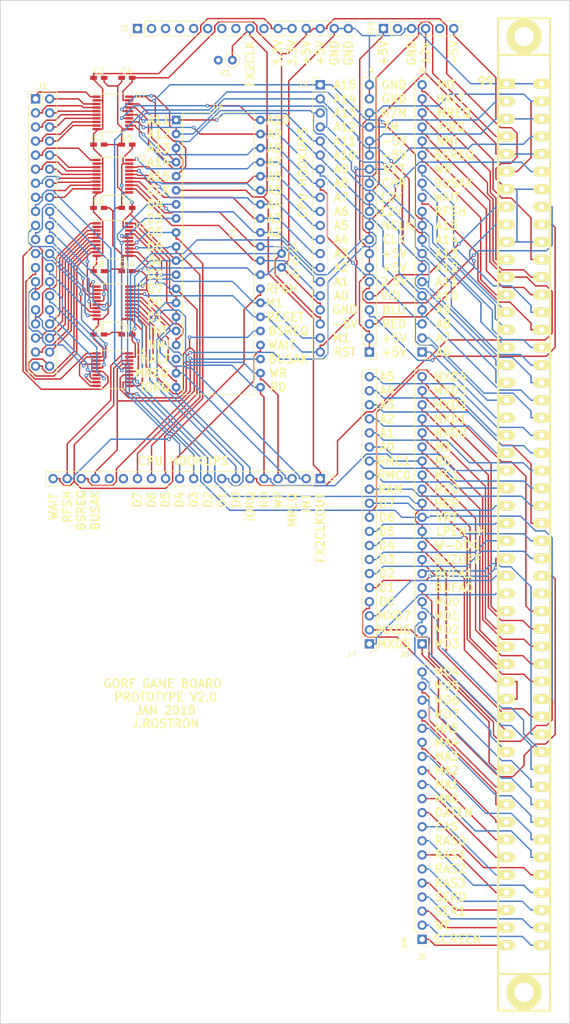
<source format=kicad_pcb>
(kicad_pcb (version 4) (host pcbnew 4.0.7)
  (layers (0 F.Cu signal) (31 B.Cu signal) (34 B.Paste user) (35 F.Paste user) (36 B.SilkS user hide) (37 F.SilkS user) (38 B.Mask user) (39 F.Mask user) (44 Edge.Cuts user))
  (net 0 "")
  (net 1 +5V)
  (net 2 GND)
  (net 3 A15)
  (net 4 A14)
  (net 5 A13)
  (net 6 A12)
  (net 7 A11)
  (net 8 10)
  (net 9 A9)
  (net 10 A8)
  (net 11 A7)
  (net 12 A6)
  (net 13 A5)
  (net 14 A4)
  (net 15 A3)
  (net 16 A2)
  (net 17 A1)
  (net 18 A0)
  (net 19 z_I_M1)
  (net 20 O_CPU_RESET)
  (net 21 z_O_INT)
  (net 22 z_I_MREQ)
  (net 23 z_I_WR)
  (net 24 z_I_RD)
  (net 25 z_I_IORQ)
  (net 26 z_OUT_BUSRQ)
  (net 27 z_I_RFSH)
  (net 28 z_O_WAIT)
  (net 29 z_I_BUSAK)
  (net 30 FX2_IO<36>)
  (net 31 FX2_IO<37>)
  (net 32 FX2_IO<38>)
  (net 33 FX2_IO<39>)
  (net 34 FX2_IO<40>)
  (net 35 z_data_io[0])
  (net 36 z_data_io[1])
  (net 37 z_data_io[2])
  (net 38 z_data_io[3])
  (net 39 z_data_io[4])
  (net 40 z_data_io[5])
  (net 41 z_data_io[6])
  (net 42 z_data_io[7])
  (net 43 "Net-(J2-Pad1)")
  (net 44 "Net-(J2-Pad2)")
  (net 45 "Net-(J2-Pad3)")
  (net 46 "Net-(J2-Pad4)")
  (net 47 "Net-(J2-Pad5)")
  (net 48 "Net-(J2-Pad6)")
  (net 49 "Net-(J2-Pad7)")
  (net 50 "Net-(J2-Pad8)")
  (net 51 FX2CLKOUT)
  (net 52 "Net-(J2-Pad10)")
  (net 53 +3V3)
  (net 54 A8_5v)
  (net 55 A9_5v)
  (net 56 A10_5v)
  (net 57 A11_5v)
  (net 58 A12_5v)
  (net 59 A13_5v)
  (net 60 A14_5v)
  (net 61 A15_5v)
  (net 62 A0_5v)
  (net 63 A1_5v)
  (net 64 A2_5v)
  (net 65 A3_5v)
  (net 66 A4_5v)
  (net 67 A5_5v)
  (net 68 A6_5v)
  (net 69 A7_5v)
  (net 70 D7)
  (net 71 D6)
  (net 72 D5)
  (net 73 D4)
  (net 74 D3)
  (net 75 D2)
  (net 76 D1)
  (net 77 D0)
  (net 78 BUSRQ)
  (net 79 IORQ)
  (net 80 RD)
  (net 81 WR)
  (net 82 MREQ)
  (net 83 INT)
  (net 84 RESET)
  (net 85 M1)
  (net 86 BUSAK)
  (net 87 WAIT)
  (net 88 RFSH)
  (net 89 "Net-(U6-Pad18)")
  (net 90 "Net-(J4-Pad15)")
  (net 91 "Net-(J4-Pad16)")
  (net 92 7M)
  (net 93 NOT_7M)
  (net 94 NOT_PHI)
  (net 95 HORIZDR)
  (net 96 VERTDR)
  (net 97 "Net-(J5-Pad1)")
  (net 98 "Net-(J5-Pad2)")
  (net 99 "Net-(J5-Pad3)")
  (net 100 "Net-(J5-Pad4)")
  (net 101 "Net-(J5-Pad5)")
  (net 102 "Net-(J5-Pad6)")
  (net 103 "Net-(J5-Pad7)")
  (net 104 "Net-(J5-Pad8)")
  (net 105 "Net-(J5-Pad9)")
  (net 106 "Net-(J5-Pad10)")
  (net 107 "Net-(J5-Pad11)")
  (net 108 "Net-(J5-Pad12)")
  (net 109 "Net-(J5-Pad13)")
  (net 110 "Net-(J5-Pad14)")
  (net 111 "Net-(J5-Pad15)")
  (net 112 "Net-(J5-Pad16)")
  (net 113 "Net-(J5-Pad17)")
  (net 114 "Net-(J5-Pad18)")
  (net 115 "Net-(J5-Pad19)")
  (net 116 "Net-(J5-Pad20)")
  (net 117 "Net-(J6-Pad1)")
  (net 118 "Net-(J6-Pad2)")
  (net 119 "Net-(J6-Pad3)")
  (net 120 "Net-(J6-Pad4)")
  (net 121 "Net-(J6-Pad5)")
  (net 122 "Net-(J6-Pad6)")
  (net 123 "Net-(J6-Pad7)")
  (net 124 "Net-(J6-Pad8)")
  (net 125 "Net-(J6-Pad12)")
  (net 126 "Net-(J6-Pad13)")
  (net 127 "Net-(J6-Pad15)")
  (net 128 "Net-(J6-Pad16)")
  (net 129 "Net-(J6-Pad17)")
  (net 130 "Net-(J6-Pad18)")
  (net 131 "Net-(J6-Pad19)")
  (net 132 "Net-(J6-Pad20)")
  (net 133 "Net-(J7-Pad1)")
  (net 134 "Net-(J7-Pad2)")
  (net 135 "Net-(J7-Pad3)")
  (net 136 "Net-(J7-Pad4)")
  (net 137 "Net-(J7-Pad5)")
  (net 138 "Net-(J7-Pad6)")
  (net 139 "Net-(J7-Pad7)")
  (net 140 "Net-(J7-Pad8)")
  (net 141 "Net-(J7-Pad9)")
  (net 142 "Net-(J7-Pad10)")
  (net 143 "Net-(J7-Pad11)")
  (net 144 "Net-(J7-Pad12)")
  (net 145 "Net-(J7-Pad13)")
  (net 146 "Net-(J7-Pad14)")
  (net 147 "Net-(J7-Pad15)")
  (net 148 "Net-(J7-Pad16)")
  (net 149 "Net-(J7-Pad17)")
  (net 150 "Net-(J7-Pad18)")
  (net 151 "Net-(J7-Pad19)")
  (net 152 "Net-(J7-Pad20)")
  (net 153 "Net-(J8-Pad1)")
  (net 154 "Net-(J8-Pad2)")
  (net 155 "Net-(J8-Pad11)")
  (net 156 "Net-(J8-Pad12)")
  (net 157 "Net-(J8-Pad13)")
  (net 158 "Net-(J8-Pad14)")
  (net 159 "Net-(J8-Pad15)")
  (net 160 "Net-(J8-Pad16)")
  (net 161 "Net-(J8-Pad18)")
  (net 162 "Net-(J8-Pad19)")
  (net 163 "Net-(J8-Pad20)")
  (net 164 "Net-(J9-Pad3)")
  (net 165 "Net-(J9-Pad4)")
  (net 166 "Net-(J9-Pad5)")
  (net 167 "Net-(J9-Pad6)")
  (net 168 "Net-(J9-Pad13)")
  (net 169 "Net-(J10-Pad1)")
  (net 170 "Net-(J10-Pad4)")
  (net 171 "Net-(J10-Pad6)")
  (net 172 "Net-(J10-Pad2)")
  (net 173 "Net-(J10-Pad5)")
  (net 174 "Net-(R1-Pad2)")
  (module Socket_Strips:Socket_Strip_Straight_1x16_Pitch2.54mm (layer F.Cu) (at 214.63 144.78 90)
    (fp_text reference J2 (at 0 -2.33 90) (layer F.SilkS))
    (fp_text value Conn_01x16 hide)
    (pad 1 thru_hole rect (at 0 0 90) (size 1.7 1.7) (drill 1) (layers *.Cu *.Mask) (net 43 "Net-(J2-Pad1)"))
    (pad 2 thru_hole oval (at 0 2.54 90) (size 1.7 1.7) (drill 1) (layers *.Cu *.Mask) (net 44 "Net-(J2-Pad2)"))
    (pad 3 thru_hole oval (at 0 5.08 90) (size 1.7 1.7) (drill 1) (layers *.Cu *.Mask) (net 45 "Net-(J2-Pad3)"))
    (pad 4 thru_hole oval (at 0 7.62 90) (size 1.7 1.7) (drill 1) (layers *.Cu *.Mask) (net 46 "Net-(J2-Pad4)"))
    (pad 5 thru_hole oval (at 0 10.16 90) (size 1.7 1.7) (drill 1) (layers *.Cu *.Mask) (net 47 "Net-(J2-Pad5)"))
    (pad 6 thru_hole oval (at 0 12.7 90) (size 1.7 1.7) (drill 1) (layers *.Cu *.Mask) (net 48 "Net-(J2-Pad6)"))
    (pad 7 thru_hole oval (at 0 15.24 90) (size 1.7 1.7) (drill 1) (layers *.Cu *.Mask) (net 49 "Net-(J2-Pad7)"))
    (pad 8 thru_hole oval (at 0 17.78 90) (size 1.7 1.7) (drill 1) (layers *.Cu *.Mask) (net 50 "Net-(J2-Pad8)"))
    (pad 9 thru_hole oval (at 0 20.32 90) (size 1.7 1.7) (drill 1) (layers *.Cu *.Mask) (net 51 FX2CLKOUT))
    (pad 10 thru_hole oval (at 0 22.86 90) (size 1.7 1.7) (drill 1) (layers *.Cu *.Mask) (net 52 "Net-(J2-Pad10)"))
    (pad 11 thru_hole oval (at 0 25.4 90) (size 1.7 1.7) (drill 1) (layers *.Cu *.Mask) (net 53 +3V3))
    (pad 12 thru_hole oval (at 0 27.94 90) (size 1.7 1.7) (drill 1) (layers *.Cu *.Mask) (net 53 +3V3))
    (pad 13 thru_hole oval (at 0 30.48 90) (size 1.7 1.7) (drill 1) (layers *.Cu *.Mask) (net 1 +5V))
    (pad 14 thru_hole oval (at 0 33.02 90) (size 1.7 1.7) (drill 1) (layers *.Cu *.Mask) (net 1 +5V))
    (pad 15 thru_hole oval (at 0 35.56 90) (size 1.7 1.7) (drill 1) (layers *.Cu *.Mask) (net 2 GND))
    (pad 16 thru_hole oval (at 0 38.1 90) (size 1.7 1.7) (drill 1) (layers *.Cu *.Mask) (net 2 GND))
  )
  (module Housings_SSOP:TSSOP-20_4.4x6.5mm_Pitch0.65mm (layer F.Cu) (at 210.185 171.45)
    (fp_text reference U2 (at 5.08 -3.175) (layer F.SilkS))
    (fp_text value TXB0108 hide)
    (pad 1 smd rect (at -2.95 -2.925) (size 1.45 0.45) (layers F.Cu F.Paste F.Mask) (net 11 A7))
    (pad 2 smd rect (at -2.95 -2.275) (size 1.45 0.45) (layers F.Cu F.Paste F.Mask) (net 53 +3V3))
    (pad 3 smd rect (at -2.95 -1.625) (size 1.45 0.45) (layers F.Cu F.Paste F.Mask) (net 12 A6))
    (pad 4 smd rect (at -2.95 -0.975) (size 1.45 0.45) (layers F.Cu F.Paste F.Mask) (net 13 A5))
    (pad 5 smd rect (at -2.95 -0.325) (size 1.45 0.45) (layers F.Cu F.Paste F.Mask) (net 14 A4))
    (pad 6 smd rect (at -2.95 0.325) (size 1.45 0.45) (layers F.Cu F.Paste F.Mask) (net 15 A3))
    (pad 7 smd rect (at -2.95 0.975) (size 1.45 0.45) (layers F.Cu F.Paste F.Mask) (net 16 A2))
    (pad 8 smd rect (at -2.95 1.625) (size 1.45 0.45) (layers F.Cu F.Paste F.Mask) (net 17 A1))
    (pad 9 smd rect (at -2.95 2.275) (size 1.45 0.45) (layers F.Cu F.Paste F.Mask) (net 18 A0))
    (pad 10 smd rect (at -2.95 2.925) (size 1.45 0.45) (layers F.Cu F.Paste F.Mask) (net 53 +3V3))
    (pad 11 smd rect (at 2.95 2.925) (size 1.45 0.45) (layers F.Cu F.Paste F.Mask) (net 2 GND))
    (pad 12 smd rect (at 2.95 2.275) (size 1.45 0.45) (layers F.Cu F.Paste F.Mask) (net 62 A0_5v))
    (pad 13 smd rect (at 2.95 1.625) (size 1.45 0.45) (layers F.Cu F.Paste F.Mask) (net 63 A1_5v))
    (pad 14 smd rect (at 2.95 0.975) (size 1.45 0.45) (layers F.Cu F.Paste F.Mask) (net 64 A2_5v))
    (pad 15 smd rect (at 2.95 0.325) (size 1.45 0.45) (layers F.Cu F.Paste F.Mask) (net 65 A3_5v))
    (pad 16 smd rect (at 2.95 -0.325) (size 1.45 0.45) (layers F.Cu F.Paste F.Mask) (net 66 A4_5v))
    (pad 17 smd rect (at 2.95 -0.975) (size 1.45 0.45) (layers F.Cu F.Paste F.Mask) (net 67 A5_5v))
    (pad 18 smd rect (at 2.95 -1.625) (size 1.45 0.45) (layers F.Cu F.Paste F.Mask) (net 68 A6_5v))
    (pad 19 smd rect (at 2.95 -2.275) (size 1.45 0.45) (layers F.Cu F.Paste F.Mask) (net 1 +5V))
    (pad 20 smd rect (at 2.95 -2.925) (size 1.45 0.45) (layers F.Cu F.Paste F.Mask) (net 69 A7_5v))
  )
  (module Housings_SSOP:TSSOP-20_4.4x6.5mm_Pitch0.65mm (layer F.Cu) (at 210.185 160.02)
    (fp_text reference U1 (at 5.08 -3.175) (layer F.SilkS))
    (fp_text value TXB0108 hide)
    (pad 1 smd rect (at -2.95 -2.925) (size 1.45 0.45) (layers F.Cu F.Paste F.Mask) (net 3 A15))
    (pad 2 smd rect (at -2.95 -2.275) (size 1.45 0.45) (layers F.Cu F.Paste F.Mask) (net 53 +3V3))
    (pad 3 smd rect (at -2.95 -1.625) (size 1.45 0.45) (layers F.Cu F.Paste F.Mask) (net 4 A14))
    (pad 4 smd rect (at -2.95 -0.975) (size 1.45 0.45) (layers F.Cu F.Paste F.Mask) (net 5 A13))
    (pad 5 smd rect (at -2.95 -0.325) (size 1.45 0.45) (layers F.Cu F.Paste F.Mask) (net 6 A12))
    (pad 6 smd rect (at -2.95 0.325) (size 1.45 0.45) (layers F.Cu F.Paste F.Mask) (net 7 A11))
    (pad 7 smd rect (at -2.95 0.975) (size 1.45 0.45) (layers F.Cu F.Paste F.Mask) (net 8 10))
    (pad 8 smd rect (at -2.95 1.625) (size 1.45 0.45) (layers F.Cu F.Paste F.Mask) (net 9 A9))
    (pad 9 smd rect (at -2.95 2.275) (size 1.45 0.45) (layers F.Cu F.Paste F.Mask) (net 10 A8))
    (pad 10 smd rect (at -2.95 2.925) (size 1.45 0.45) (layers F.Cu F.Paste F.Mask) (net 53 +3V3))
    (pad 11 smd rect (at 2.95 2.925) (size 1.45 0.45) (layers F.Cu F.Paste F.Mask) (net 2 GND))
    (pad 12 smd rect (at 2.95 2.275) (size 1.45 0.45) (layers F.Cu F.Paste F.Mask) (net 54 A8_5v))
    (pad 13 smd rect (at 2.95 1.625) (size 1.45 0.45) (layers F.Cu F.Paste F.Mask) (net 55 A9_5v))
    (pad 14 smd rect (at 2.95 0.975) (size 1.45 0.45) (layers F.Cu F.Paste F.Mask) (net 56 A10_5v))
    (pad 15 smd rect (at 2.95 0.325) (size 1.45 0.45) (layers F.Cu F.Paste F.Mask) (net 57 A11_5v))
    (pad 16 smd rect (at 2.95 -0.325) (size 1.45 0.45) (layers F.Cu F.Paste F.Mask) (net 58 A12_5v))
    (pad 17 smd rect (at 2.95 -0.975) (size 1.45 0.45) (layers F.Cu F.Paste F.Mask) (net 59 A13_5v))
    (pad 18 smd rect (at 2.95 -1.625) (size 1.45 0.45) (layers F.Cu F.Paste F.Mask) (net 60 A14_5v))
    (pad 19 smd rect (at 2.95 -2.275) (size 1.45 0.45) (layers F.Cu F.Paste F.Mask) (net 1 +5V))
    (pad 20 smd rect (at 2.95 -2.925) (size 1.45 0.45) (layers F.Cu F.Paste F.Mask) (net 61 A15_5v))
  )
  (module Housings_SSOP:TSSOP-20_4.4x6.5mm_Pitch0.65mm (layer F.Cu) (at 210.185 182.88)
    (fp_text reference U3 (at 5.08 -2.54) (layer F.SilkS))
    (fp_text value TXB0108 hide)
    (pad 1 smd rect (at -2.95 -2.925) (size 1.45 0.45) (layers F.Cu F.Paste F.Mask) (net 35 z_data_io[0]))
    (pad 2 smd rect (at -2.95 -2.275) (size 1.45 0.45) (layers F.Cu F.Paste F.Mask) (net 53 +3V3))
    (pad 3 smd rect (at -2.95 -1.625) (size 1.45 0.45) (layers F.Cu F.Paste F.Mask) (net 36 z_data_io[1]))
    (pad 4 smd rect (at -2.95 -0.975) (size 1.45 0.45) (layers F.Cu F.Paste F.Mask) (net 37 z_data_io[2]))
    (pad 5 smd rect (at -2.95 -0.325) (size 1.45 0.45) (layers F.Cu F.Paste F.Mask) (net 38 z_data_io[3]))
    (pad 6 smd rect (at -2.95 0.325) (size 1.45 0.45) (layers F.Cu F.Paste F.Mask) (net 39 z_data_io[4]))
    (pad 7 smd rect (at -2.95 0.975) (size 1.45 0.45) (layers F.Cu F.Paste F.Mask) (net 40 z_data_io[5]))
    (pad 8 smd rect (at -2.95 1.625) (size 1.45 0.45) (layers F.Cu F.Paste F.Mask) (net 41 z_data_io[6]))
    (pad 9 smd rect (at -2.95 2.275) (size 1.45 0.45) (layers F.Cu F.Paste F.Mask) (net 42 z_data_io[7]))
    (pad 10 smd rect (at -2.95 2.925) (size 1.45 0.45) (layers F.Cu F.Paste F.Mask) (net 53 +3V3))
    (pad 11 smd rect (at 2.95 2.925) (size 1.45 0.45) (layers F.Cu F.Paste F.Mask) (net 2 GND))
    (pad 12 smd rect (at 2.95 2.275) (size 1.45 0.45) (layers F.Cu F.Paste F.Mask) (net 70 D7))
    (pad 13 smd rect (at 2.95 1.625) (size 1.45 0.45) (layers F.Cu F.Paste F.Mask) (net 71 D6))
    (pad 14 smd rect (at 2.95 0.975) (size 1.45 0.45) (layers F.Cu F.Paste F.Mask) (net 72 D5))
    (pad 15 smd rect (at 2.95 0.325) (size 1.45 0.45) (layers F.Cu F.Paste F.Mask) (net 73 D4))
    (pad 16 smd rect (at 2.95 -0.325) (size 1.45 0.45) (layers F.Cu F.Paste F.Mask) (net 74 D3))
    (pad 17 smd rect (at 2.95 -0.975) (size 1.45 0.45) (layers F.Cu F.Paste F.Mask) (net 75 D2))
    (pad 18 smd rect (at 2.95 -1.625) (size 1.45 0.45) (layers F.Cu F.Paste F.Mask) (net 76 D1))
    (pad 19 smd rect (at 2.95 -2.275) (size 1.45 0.45) (layers F.Cu F.Paste F.Mask) (net 1 +5V))
    (pad 20 smd rect (at 2.95 -2.925) (size 1.45 0.45) (layers F.Cu F.Paste F.Mask) (net 77 D0))
  )
  (module Housings_SSOP:TSSOP-20_4.4x6.5mm_Pitch0.65mm (layer F.Cu) (at 210.185 194.31)
    (fp_text reference U4 (at 5.08 -3.175) (layer F.SilkS))
    (fp_text value TXB0108 hide)
    (pad 1 smd rect (at -2.95 -2.925) (size 1.45 0.45) (layers F.Cu F.Paste F.Mask) (net 19 z_I_M1))
    (pad 2 smd rect (at -2.95 -2.275) (size 1.45 0.45) (layers F.Cu F.Paste F.Mask) (net 53 +3V3))
    (pad 3 smd rect (at -2.95 -1.625) (size 1.45 0.45) (layers F.Cu F.Paste F.Mask) (net 20 O_CPU_RESET))
    (pad 4 smd rect (at -2.95 -0.975) (size 1.45 0.45) (layers F.Cu F.Paste F.Mask) (net 21 z_O_INT))
    (pad 5 smd rect (at -2.95 -0.325) (size 1.45 0.45) (layers F.Cu F.Paste F.Mask) (net 22 z_I_MREQ))
    (pad 6 smd rect (at -2.95 0.325) (size 1.45 0.45) (layers F.Cu F.Paste F.Mask) (net 23 z_I_WR))
    (pad 7 smd rect (at -2.95 0.975) (size 1.45 0.45) (layers F.Cu F.Paste F.Mask) (net 24 z_I_RD))
    (pad 8 smd rect (at -2.95 1.625) (size 1.45 0.45) (layers F.Cu F.Paste F.Mask) (net 25 z_I_IORQ))
    (pad 9 smd rect (at -2.95 2.275) (size 1.45 0.45) (layers F.Cu F.Paste F.Mask) (net 26 z_OUT_BUSRQ))
    (pad 10 smd rect (at -2.95 2.925) (size 1.45 0.45) (layers F.Cu F.Paste F.Mask) (net 53 +3V3))
    (pad 11 smd rect (at 2.95 2.925) (size 1.45 0.45) (layers F.Cu F.Paste F.Mask) (net 2 GND))
    (pad 12 smd rect (at 2.95 2.275) (size 1.45 0.45) (layers F.Cu F.Paste F.Mask) (net 78 BUSRQ))
    (pad 13 smd rect (at 2.95 1.625) (size 1.45 0.45) (layers F.Cu F.Paste F.Mask) (net 79 IORQ))
    (pad 14 smd rect (at 2.95 0.975) (size 1.45 0.45) (layers F.Cu F.Paste F.Mask) (net 80 RD))
    (pad 15 smd rect (at 2.95 0.325) (size 1.45 0.45) (layers F.Cu F.Paste F.Mask) (net 81 WR))
    (pad 16 smd rect (at 2.95 -0.325) (size 1.45 0.45) (layers F.Cu F.Paste F.Mask) (net 82 MREQ))
    (pad 17 smd rect (at 2.95 -0.975) (size 1.45 0.45) (layers F.Cu F.Paste F.Mask) (net 83 INT))
    (pad 18 smd rect (at 2.95 -1.625) (size 1.45 0.45) (layers F.Cu F.Paste F.Mask) (net 84 RESET))
    (pad 19 smd rect (at 2.95 -2.275) (size 1.45 0.45) (layers F.Cu F.Paste F.Mask) (net 1 +5V))
    (pad 20 smd rect (at 2.95 -2.925) (size 1.45 0.45) (layers F.Cu F.Paste F.Mask) (net 85 M1))
  )
  (module Housings_SSOP:TSSOP-20_4.4x6.5mm_Pitch0.65mm (layer F.Cu) (at 210.185 206.375)
    (fp_text reference U5 (at 5.08 -3.175) (layer F.SilkS))
    (fp_text value TXB0108 hide)
    (pad 1 smd rect (at -2.95 -2.925) (size 1.45 0.45) (layers F.Cu F.Paste F.Mask) (net 27 z_I_RFSH))
    (pad 2 smd rect (at -2.95 -2.275) (size 1.45 0.45) (layers F.Cu F.Paste F.Mask) (net 53 +3V3))
    (pad 3 smd rect (at -2.95 -1.625) (size 1.45 0.45) (layers F.Cu F.Paste F.Mask) (net 28 z_O_WAIT))
    (pad 4 smd rect (at -2.95 -0.975) (size 1.45 0.45) (layers F.Cu F.Paste F.Mask) (net 29 z_I_BUSAK))
    (pad 5 smd rect (at -2.95 -0.325) (size 1.45 0.45) (layers F.Cu F.Paste F.Mask) (net 30 FX2_IO<36>))
    (pad 6 smd rect (at -2.95 0.325) (size 1.45 0.45) (layers F.Cu F.Paste F.Mask) (net 31 FX2_IO<37>))
    (pad 7 smd rect (at -2.95 0.975) (size 1.45 0.45) (layers F.Cu F.Paste F.Mask) (net 32 FX2_IO<38>))
    (pad 8 smd rect (at -2.95 1.625) (size 1.45 0.45) (layers F.Cu F.Paste F.Mask) (net 33 FX2_IO<39>))
    (pad 9 smd rect (at -2.95 2.275) (size 1.45 0.45) (layers F.Cu F.Paste F.Mask) (net 34 FX2_IO<40>))
    (pad 10 smd rect (at -2.95 2.925) (size 1.45 0.45) (layers F.Cu F.Paste F.Mask) (net 53 +3V3))
    (pad 11 smd rect (at 2.95 2.925) (size 1.45 0.45) (layers F.Cu F.Paste F.Mask) (net 2 GND))
    (pad 12 smd rect (at 2.95 2.275) (size 1.45 0.45) (layers F.Cu F.Paste F.Mask) (net 96 VERTDR))
    (pad 13 smd rect (at 2.95 1.625) (size 1.45 0.45) (layers F.Cu F.Paste F.Mask) (net 95 HORIZDR))
    (pad 14 smd rect (at 2.95 0.975) (size 1.45 0.45) (layers F.Cu F.Paste F.Mask) (net 94 NOT_PHI))
    (pad 15 smd rect (at 2.95 0.325) (size 1.45 0.45) (layers F.Cu F.Paste F.Mask) (net 93 NOT_7M))
    (pad 16 smd rect (at 2.95 -0.325) (size 1.45 0.45) (layers F.Cu F.Paste F.Mask) (net 92 7M))
    (pad 17 smd rect (at 2.95 -0.975) (size 1.45 0.45) (layers F.Cu F.Paste F.Mask) (net 86 BUSAK))
    (pad 18 smd rect (at 2.95 -1.625) (size 1.45 0.45) (layers F.Cu F.Paste F.Mask) (net 87 WAIT))
    (pad 19 smd rect (at 2.95 -2.275) (size 1.45 0.45) (layers F.Cu F.Paste F.Mask) (net 1 +5V))
    (pad 20 smd rect (at 2.95 -2.925) (size 1.45 0.45) (layers F.Cu F.Paste F.Mask) (net 88 RFSH))
  )
  (module Housings_DIP:DIP-40_W15.24mm (layer F.Cu) (at 221.615 161.29)
    (fp_text reference U6 (at 7.62 -2.33) (layer F.SilkS))
    (fp_text value Z80CPU)
    (pad 1 thru_hole rect (at 0 0) (size 1.6 1.6) (drill 0.8) (layers *.Cu *.Mask) (net 57 A11_5v))
    (pad 21 thru_hole oval (at 15.24 48.26) (size 1.6 1.6) (drill 0.8) (layers *.Cu *.Mask) (net 80 RD))
    (pad 2 thru_hole oval (at 0 2.54) (size 1.6 1.6) (drill 0.8) (layers *.Cu *.Mask) (net 58 A12_5v))
    (pad 22 thru_hole oval (at 15.24 45.72) (size 1.6 1.6) (drill 0.8) (layers *.Cu *.Mask) (net 81 WR))
    (pad 3 thru_hole oval (at 0 5.08) (size 1.6 1.6) (drill 0.8) (layers *.Cu *.Mask) (net 59 A13_5v))
    (pad 23 thru_hole oval (at 15.24 43.18) (size 1.6 1.6) (drill 0.8) (layers *.Cu *.Mask) (net 86 BUSAK))
    (pad 4 thru_hole oval (at 0 7.62) (size 1.6 1.6) (drill 0.8) (layers *.Cu *.Mask) (net 60 A14_5v))
    (pad 24 thru_hole oval (at 15.24 40.64) (size 1.6 1.6) (drill 0.8) (layers *.Cu *.Mask) (net 87 WAIT))
    (pad 5 thru_hole oval (at 0 10.16) (size 1.6 1.6) (drill 0.8) (layers *.Cu *.Mask) (net 61 A15_5v))
    (pad 25 thru_hole oval (at 15.24 38.1) (size 1.6 1.6) (drill 0.8) (layers *.Cu *.Mask) (net 78 BUSRQ))
    (pad 6 thru_hole oval (at 0 12.7) (size 1.6 1.6) (drill 0.8) (layers *.Cu *.Mask) (net 174 "Net-(R1-Pad2)"))
    (pad 26 thru_hole oval (at 15.24 35.56) (size 1.6 1.6) (drill 0.8) (layers *.Cu *.Mask) (net 84 RESET))
    (pad 7 thru_hole oval (at 0 15.24) (size 1.6 1.6) (drill 0.8) (layers *.Cu *.Mask) (net 73 D4))
    (pad 27 thru_hole oval (at 15.24 33.02) (size 1.6 1.6) (drill 0.8) (layers *.Cu *.Mask) (net 85 M1))
    (pad 8 thru_hole oval (at 0 17.78) (size 1.6 1.6) (drill 0.8) (layers *.Cu *.Mask) (net 74 D3))
    (pad 28 thru_hole oval (at 15.24 30.48) (size 1.6 1.6) (drill 0.8) (layers *.Cu *.Mask) (net 88 RFSH))
    (pad 9 thru_hole oval (at 0 20.32) (size 1.6 1.6) (drill 0.8) (layers *.Cu *.Mask) (net 72 D5))
    (pad 29 thru_hole oval (at 15.24 27.94) (size 1.6 1.6) (drill 0.8) (layers *.Cu *.Mask) (net 2 GND))
    (pad 10 thru_hole oval (at 0 22.86) (size 1.6 1.6) (drill 0.8) (layers *.Cu *.Mask) (net 71 D6))
    (pad 30 thru_hole oval (at 15.24 25.4) (size 1.6 1.6) (drill 0.8) (layers *.Cu *.Mask) (net 62 A0_5v))
    (pad 11 thru_hole oval (at 0 25.4) (size 1.6 1.6) (drill 0.8) (layers *.Cu *.Mask) (net 1 +5V))
    (pad 31 thru_hole oval (at 15.24 22.86) (size 1.6 1.6) (drill 0.8) (layers *.Cu *.Mask) (net 63 A1_5v))
    (pad 12 thru_hole oval (at 0 27.94) (size 1.6 1.6) (drill 0.8) (layers *.Cu *.Mask) (net 75 D2))
    (pad 32 thru_hole oval (at 15.24 20.32) (size 1.6 1.6) (drill 0.8) (layers *.Cu *.Mask) (net 64 A2_5v))
    (pad 13 thru_hole oval (at 0 30.48) (size 1.6 1.6) (drill 0.8) (layers *.Cu *.Mask) (net 70 D7))
    (pad 33 thru_hole oval (at 15.24 17.78) (size 1.6 1.6) (drill 0.8) (layers *.Cu *.Mask) (net 65 A3_5v))
    (pad 14 thru_hole oval (at 0 33.02) (size 1.6 1.6) (drill 0.8) (layers *.Cu *.Mask) (net 77 D0))
    (pad 34 thru_hole oval (at 15.24 15.24) (size 1.6 1.6) (drill 0.8) (layers *.Cu *.Mask) (net 66 A4_5v))
    (pad 15 thru_hole oval (at 0 35.56) (size 1.6 1.6) (drill 0.8) (layers *.Cu *.Mask) (net 76 D1))
    (pad 35 thru_hole oval (at 15.24 12.7) (size 1.6 1.6) (drill 0.8) (layers *.Cu *.Mask) (net 67 A5_5v))
    (pad 16 thru_hole oval (at 0 38.1) (size 1.6 1.6) (drill 0.8) (layers *.Cu *.Mask) (net 83 INT))
    (pad 36 thru_hole oval (at 15.24 10.16) (size 1.6 1.6) (drill 0.8) (layers *.Cu *.Mask) (net 68 A6_5v))
    (pad 17 thru_hole oval (at 0 40.64) (size 1.6 1.6) (drill 0.8) (layers *.Cu *.Mask) (net 1 +5V))
    (pad 37 thru_hole oval (at 15.24 7.62) (size 1.6 1.6) (drill 0.8) (layers *.Cu *.Mask) (net 69 A7_5v))
    (pad 18 thru_hole oval (at 0 43.18) (size 1.6 1.6) (drill 0.8) (layers *.Cu *.Mask) (net 89 "Net-(U6-Pad18)"))
    (pad 38 thru_hole oval (at 15.24 5.08) (size 1.6 1.6) (drill 0.8) (layers *.Cu *.Mask) (net 54 A8_5v))
    (pad 19 thru_hole oval (at 0 45.72) (size 1.6 1.6) (drill 0.8) (layers *.Cu *.Mask) (net 82 MREQ))
    (pad 39 thru_hole oval (at 15.24 2.54) (size 1.6 1.6) (drill 0.8) (layers *.Cu *.Mask) (net 55 A9_5v))
    (pad 20 thru_hole oval (at 0 48.26) (size 1.6 1.6) (drill 0.8) (layers *.Cu *.Mask) (net 79 IORQ))
    (pad 40 thru_hole oval (at 15.24 0) (size 1.6 1.6) (drill 0.8) (layers *.Cu *.Mask) (net 56 A10_5v))
  )
  (module Capacitors_SMD:C_0603_HandSoldering (layer F.Cu) (at 207.645 153.67)
    (fp_text reference C2 (at 0 -1.25) (layer F.SilkS))
    (fp_text value 0.1uF hide)
    (pad 1 smd rect (at -0.95 0) (size 1.2 0.75) (layers F.Cu F.Paste F.Mask) (net 53 +3V3))
    (pad 2 smd rect (at 0.95 0) (size 1.2 0.75) (layers F.Cu F.Paste F.Mask) (net 2 GND))
  )
  (module Capacitors_SMD:C_0603_HandSoldering (layer F.Cu) (at 207.645 165.735)
    (fp_text reference C3 (at 0 -1.25) (layer F.SilkS))
    (fp_text value 0.1uF hide)
    (pad 1 smd rect (at -0.95 0) (size 1.2 0.75) (layers F.Cu F.Paste F.Mask) (net 53 +3V3))
    (pad 2 smd rect (at 0.95 0) (size 1.2 0.75) (layers F.Cu F.Paste F.Mask) (net 2 GND))
  )
  (module Capacitors_SMD:C_0603_HandSoldering (layer F.Cu) (at 212.725 153.67)
    (fp_text reference C4 (at 0 -1.25) (layer F.SilkS))
    (fp_text value 0.1uF hide)
    (pad 1 smd rect (at -0.95 0) (size 1.2 0.75) (layers F.Cu F.Paste F.Mask) (net 2 GND))
    (pad 2 smd rect (at 0.95 0) (size 1.2 0.75) (layers F.Cu F.Paste F.Mask) (net 1 +5V))
  )
  (module Capacitors_SMD:C_0603_HandSoldering (layer F.Cu) (at 212.725 165.735)
    (fp_text reference C5 (at 0 -1.25) (layer F.SilkS))
    (fp_text value 0.1uF hide)
    (pad 1 smd rect (at -0.95 0) (size 1.2 0.75) (layers F.Cu F.Paste F.Mask) (net 2 GND))
    (pad 2 smd rect (at 0.95 0) (size 1.2 0.75) (layers F.Cu F.Paste F.Mask) (net 1 +5V))
  )
  (module Capacitors_SMD:C_0603_HandSoldering (layer F.Cu) (at 207.645 177.165)
    (fp_text reference C6 (at 0 -1.25) (layer F.SilkS))
    (fp_text value 0.1uF hide)
    (pad 1 smd rect (at -0.95 0) (size 1.2 0.75) (layers F.Cu F.Paste F.Mask) (net 53 +3V3))
    (pad 2 smd rect (at 0.95 0) (size 1.2 0.75) (layers F.Cu F.Paste F.Mask) (net 2 GND))
  )
  (module Capacitors_SMD:C_0603_HandSoldering (layer F.Cu) (at 212.725 177.165)
    (fp_text reference C7 (at 0 -1.25) (layer F.SilkS))
    (fp_text value 0.1uF hide)
    (pad 1 smd rect (at -0.95 0) (size 1.2 0.75) (layers F.Cu F.Paste F.Mask) (net 2 GND))
    (pad 2 smd rect (at 0.95 0) (size 1.2 0.75) (layers F.Cu F.Paste F.Mask) (net 1 +5V))
  )
  (module Capacitors_SMD:C_0603_HandSoldering (layer F.Cu) (at 207.645 188.595)
    (fp_text reference C8 (at 0 -1.25) (layer F.SilkS))
    (fp_text value 0.1uF hide)
    (pad 1 smd rect (at -0.95 0) (size 1.2 0.75) (layers F.Cu F.Paste F.Mask) (net 53 +3V3))
    (pad 2 smd rect (at 0.95 0) (size 1.2 0.75) (layers F.Cu F.Paste F.Mask) (net 2 GND))
  )
  (module Capacitors_SMD:C_0603_HandSoldering (layer F.Cu) (at 207.645 200.025)
    (fp_text reference C9 (at 0 -1.25) (layer F.SilkS))
    (fp_text value 0.1uF hide)
    (pad 1 smd rect (at -0.95 0) (size 1.2 0.75) (layers F.Cu F.Paste F.Mask) (net 53 +3V3))
    (pad 2 smd rect (at 0.95 0) (size 1.2 0.75) (layers F.Cu F.Paste F.Mask) (net 2 GND))
  )
  (module Capacitors_SMD:C_0603_HandSoldering (layer F.Cu) (at 212.725 188.595)
    (fp_text reference C10 (at 0 -1.25) (layer F.SilkS))
    (fp_text value 0.1uF hide)
    (pad 1 smd rect (at -0.95 0) (size 1.2 0.75) (layers F.Cu F.Paste F.Mask) (net 2 GND))
    (pad 2 smd rect (at 0.95 0) (size 1.2 0.75) (layers F.Cu F.Paste F.Mask) (net 1 +5V))
  )
  (module Capacitors_SMD:C_0603_HandSoldering (layer F.Cu) (at 212.725 200.025)
    (fp_text reference C11 (at 0 -1.25) (layer F.SilkS))
    (fp_text value 0.1uF hide)
    (pad 1 smd rect (at -0.95 0) (size 1.2 0.75) (layers F.Cu F.Paste F.Mask) (net 2 GND))
    (pad 2 smd rect (at 0.95 0) (size 1.2 0.75) (layers F.Cu F.Paste F.Mask) (net 1 +5V))
  )
  (module Pin_Headers:Pin_Header_Straight_1x20_Pitch2.54mm (layer F.Cu) (at 247.65 154.94)
    (fp_text reference J3 (at -3.175 0) (layer F.SilkS))
    (fp_text value Conn_01x20_Male hide)
    (pad 1 thru_hole rect (at 0 0) (size 1.7 1.7) (drill 1) (layers *.Cu *.Mask) (net 61 A15_5v))
    (pad 2 thru_hole oval (at 0 2.54) (size 1.7 1.7) (drill 1) (layers *.Cu *.Mask) (net 60 A14_5v))
    (pad 3 thru_hole oval (at 0 5.08) (size 1.7 1.7) (drill 1) (layers *.Cu *.Mask) (net 59 A13_5v))
    (pad 4 thru_hole oval (at 0 7.62) (size 1.7 1.7) (drill 1) (layers *.Cu *.Mask) (net 58 A12_5v))
    (pad 5 thru_hole oval (at 0 10.16) (size 1.7 1.7) (drill 1) (layers *.Cu *.Mask) (net 57 A11_5v))
    (pad 6 thru_hole oval (at 0 12.7) (size 1.7 1.7) (drill 1) (layers *.Cu *.Mask) (net 56 A10_5v))
    (pad 7 thru_hole oval (at 0 15.24) (size 1.7 1.7) (drill 1) (layers *.Cu *.Mask) (net 55 A9_5v))
    (pad 8 thru_hole oval (at 0 17.78) (size 1.7 1.7) (drill 1) (layers *.Cu *.Mask) (net 54 A8_5v))
    (pad 9 thru_hole oval (at 0 20.32) (size 1.7 1.7) (drill 1) (layers *.Cu *.Mask) (net 69 A7_5v))
    (pad 10 thru_hole oval (at 0 22.86) (size 1.7 1.7) (drill 1) (layers *.Cu *.Mask) (net 68 A6_5v))
    (pad 11 thru_hole oval (at 0 25.4) (size 1.7 1.7) (drill 1) (layers *.Cu *.Mask) (net 67 A5_5v))
    (pad 12 thru_hole oval (at 0 27.94) (size 1.7 1.7) (drill 1) (layers *.Cu *.Mask) (net 66 A4_5v))
    (pad 13 thru_hole oval (at 0 30.48) (size 1.7 1.7) (drill 1) (layers *.Cu *.Mask) (net 65 A3_5v))
    (pad 14 thru_hole oval (at 0 33.02) (size 1.7 1.7) (drill 1) (layers *.Cu *.Mask) (net 64 A2_5v))
    (pad 15 thru_hole oval (at 0 35.56) (size 1.7 1.7) (drill 1) (layers *.Cu *.Mask) (net 63 A1_5v))
    (pad 16 thru_hole oval (at 0 38.1) (size 1.7 1.7) (drill 1) (layers *.Cu *.Mask) (net 62 A0_5v))
    (pad 17 thru_hole oval (at 0 40.64) (size 1.7 1.7) (drill 1) (layers *.Cu *.Mask) (net 2 GND))
    (pad 18 thru_hole oval (at 0 43.18) (size 1.7 1.7) (drill 1) (layers *.Cu *.Mask) (net 1 +5V))
    (pad 19 thru_hole oval (at 0 45.72) (size 1.7 1.7) (drill 1) (layers *.Cu *.Mask) (net 85 M1))
    (pad 20 thru_hole oval (at 0 48.26) (size 1.7 1.7) (drill 1) (layers *.Cu *.Mask) (net 84 RESET))
  )
  (module Pin_Headers:Pin_Header_Straight_1x20_Pitch2.54mm (layer F.Cu) (at 247.65 226.06 270)
    (fp_text reference J4 (at 0 -2.33 270) (layer F.SilkS))
    (fp_text value Conn_01x20_Male hide)
    (pad 1 thru_hole rect (at 0 0 270) (size 1.7 1.7) (drill 1) (layers *.Cu *.Mask) (net 51 FX2CLKOUT))
    (pad 2 thru_hole oval (at 0 2.54 270) (size 1.7 1.7) (drill 1) (layers *.Cu *.Mask) (net 83 INT))
    (pad 3 thru_hole oval (at 0 5.08 270) (size 1.7 1.7) (drill 1) (layers *.Cu *.Mask) (net 82 MREQ))
    (pad 4 thru_hole oval (at 0 7.62 270) (size 1.7 1.7) (drill 1) (layers *.Cu *.Mask) (net 81 WR))
    (pad 5 thru_hole oval (at 0 10.16 270) (size 1.7 1.7) (drill 1) (layers *.Cu *.Mask) (net 80 RD))
    (pad 6 thru_hole oval (at 0 12.7 270) (size 1.7 1.7) (drill 1) (layers *.Cu *.Mask) (net 79 IORQ))
    (pad 7 thru_hole oval (at 0 15.24 270) (size 1.7 1.7) (drill 1) (layers *.Cu *.Mask) (net 77 D0))
    (pad 8 thru_hole oval (at 0 17.78 270) (size 1.7 1.7) (drill 1) (layers *.Cu *.Mask) (net 76 D1))
    (pad 9 thru_hole oval (at 0 20.32 270) (size 1.7 1.7) (drill 1) (layers *.Cu *.Mask) (net 75 D2))
    (pad 10 thru_hole oval (at 0 22.86 270) (size 1.7 1.7) (drill 1) (layers *.Cu *.Mask) (net 74 D3))
    (pad 11 thru_hole oval (at 0 25.4 270) (size 1.7 1.7) (drill 1) (layers *.Cu *.Mask) (net 73 D4))
    (pad 12 thru_hole oval (at 0 27.94 270) (size 1.7 1.7) (drill 1) (layers *.Cu *.Mask) (net 72 D5))
    (pad 13 thru_hole oval (at 0 30.48 270) (size 1.7 1.7) (drill 1) (layers *.Cu *.Mask) (net 71 D6))
    (pad 14 thru_hole oval (at 0 33.02 270) (size 1.7 1.7) (drill 1) (layers *.Cu *.Mask) (net 70 D7))
    (pad 15 thru_hole oval (at 0 35.56 270) (size 1.7 1.7) (drill 1) (layers *.Cu *.Mask) (net 90 "Net-(J4-Pad15)"))
    (pad 16 thru_hole oval (at 0 38.1 270) (size 1.7 1.7) (drill 1) (layers *.Cu *.Mask) (net 91 "Net-(J4-Pad16)"))
    (pad 17 thru_hole oval (at 0 40.64 270) (size 1.7 1.7) (drill 1) (layers *.Cu *.Mask) (net 86 BUSAK))
    (pad 18 thru_hole oval (at 0 43.18 270) (size 1.7 1.7) (drill 1) (layers *.Cu *.Mask) (net 78 BUSRQ))
    (pad 19 thru_hole oval (at 0 45.72 270) (size 1.7 1.7) (drill 1) (layers *.Cu *.Mask) (net 88 RFSH))
    (pad 20 thru_hole oval (at 0 48.26 270) (size 1.7 1.7) (drill 1) (layers *.Cu *.Mask) (net 87 WAIT))
  )
  (module Pin_Headers:Pin_Header_Straight_2x20_Pitch2.54mm (layer F.Cu) (at 196.215 157.48)
    (fp_text reference J1 (at 1.27 -2.33) (layer F.SilkS))
    (fp_text value Conn_02x20_Odd_Even hide)
    (pad 1 thru_hole rect (at 0 0) (size 1.7 1.7) (drill 1) (layers *.Cu *.Mask) (net 3 A15))
    (pad 2 thru_hole oval (at 2.54 0) (size 1.7 1.7) (drill 1) (layers *.Cu *.Mask) (net 4 A14))
    (pad 3 thru_hole oval (at 0 2.54) (size 1.7 1.7) (drill 1) (layers *.Cu *.Mask) (net 5 A13))
    (pad 4 thru_hole oval (at 2.54 2.54) (size 1.7 1.7) (drill 1) (layers *.Cu *.Mask) (net 6 A12))
    (pad 5 thru_hole oval (at 0 5.08) (size 1.7 1.7) (drill 1) (layers *.Cu *.Mask) (net 7 A11))
    (pad 6 thru_hole oval (at 2.54 5.08) (size 1.7 1.7) (drill 1) (layers *.Cu *.Mask) (net 8 10))
    (pad 7 thru_hole oval (at 0 7.62) (size 1.7 1.7) (drill 1) (layers *.Cu *.Mask) (net 9 A9))
    (pad 8 thru_hole oval (at 2.54 7.62) (size 1.7 1.7) (drill 1) (layers *.Cu *.Mask) (net 10 A8))
    (pad 9 thru_hole oval (at 0 10.16) (size 1.7 1.7) (drill 1) (layers *.Cu *.Mask) (net 11 A7))
    (pad 10 thru_hole oval (at 2.54 10.16) (size 1.7 1.7) (drill 1) (layers *.Cu *.Mask) (net 12 A6))
    (pad 11 thru_hole oval (at 0 12.7) (size 1.7 1.7) (drill 1) (layers *.Cu *.Mask) (net 13 A5))
    (pad 12 thru_hole oval (at 2.54 12.7) (size 1.7 1.7) (drill 1) (layers *.Cu *.Mask) (net 14 A4))
    (pad 13 thru_hole oval (at 0 15.24) (size 1.7 1.7) (drill 1) (layers *.Cu *.Mask) (net 15 A3))
    (pad 14 thru_hole oval (at 2.54 15.24) (size 1.7 1.7) (drill 1) (layers *.Cu *.Mask) (net 16 A2))
    (pad 15 thru_hole oval (at 0 17.78) (size 1.7 1.7) (drill 1) (layers *.Cu *.Mask) (net 17 A1))
    (pad 16 thru_hole oval (at 2.54 17.78) (size 1.7 1.7) (drill 1) (layers *.Cu *.Mask) (net 18 A0))
    (pad 17 thru_hole oval (at 0 20.32) (size 1.7 1.7) (drill 1) (layers *.Cu *.Mask) (net 19 z_I_M1))
    (pad 18 thru_hole oval (at 2.54 20.32) (size 1.7 1.7) (drill 1) (layers *.Cu *.Mask) (net 20 O_CPU_RESET))
    (pad 19 thru_hole oval (at 0 22.86) (size 1.7 1.7) (drill 1) (layers *.Cu *.Mask) (net 21 z_O_INT))
    (pad 20 thru_hole oval (at 2.54 22.86) (size 1.7 1.7) (drill 1) (layers *.Cu *.Mask) (net 22 z_I_MREQ))
    (pad 21 thru_hole oval (at 0 25.4) (size 1.7 1.7) (drill 1) (layers *.Cu *.Mask) (net 23 z_I_WR))
    (pad 22 thru_hole oval (at 2.54 25.4) (size 1.7 1.7) (drill 1) (layers *.Cu *.Mask) (net 24 z_I_RD))
    (pad 23 thru_hole oval (at 0 27.94) (size 1.7 1.7) (drill 1) (layers *.Cu *.Mask) (net 25 z_I_IORQ))
    (pad 24 thru_hole oval (at 2.54 27.94) (size 1.7 1.7) (drill 1) (layers *.Cu *.Mask) (net 26 z_OUT_BUSRQ))
    (pad 25 thru_hole oval (at 0 30.48) (size 1.7 1.7) (drill 1) (layers *.Cu *.Mask) (net 27 z_I_RFSH))
    (pad 26 thru_hole oval (at 2.54 30.48) (size 1.7 1.7) (drill 1) (layers *.Cu *.Mask) (net 28 z_O_WAIT))
    (pad 27 thru_hole oval (at 0 33.02) (size 1.7 1.7) (drill 1) (layers *.Cu *.Mask) (net 29 z_I_BUSAK))
    (pad 28 thru_hole oval (at 2.54 33.02) (size 1.7 1.7) (drill 1) (layers *.Cu *.Mask) (net 30 FX2_IO<36>))
    (pad 29 thru_hole oval (at 0 35.56) (size 1.7 1.7) (drill 1) (layers *.Cu *.Mask) (net 31 FX2_IO<37>))
    (pad 30 thru_hole oval (at 2.54 35.56) (size 1.7 1.7) (drill 1) (layers *.Cu *.Mask) (net 32 FX2_IO<38>))
    (pad 31 thru_hole oval (at 0 38.1) (size 1.7 1.7) (drill 1) (layers *.Cu *.Mask) (net 33 FX2_IO<39>))
    (pad 32 thru_hole oval (at 2.54 38.1) (size 1.7 1.7) (drill 1) (layers *.Cu *.Mask) (net 34 FX2_IO<40>))
    (pad 33 thru_hole oval (at 0 40.64) (size 1.7 1.7) (drill 1) (layers *.Cu *.Mask) (net 35 z_data_io[0]))
    (pad 34 thru_hole oval (at 2.54 40.64) (size 1.7 1.7) (drill 1) (layers *.Cu *.Mask) (net 36 z_data_io[1]))
    (pad 35 thru_hole oval (at 0 43.18) (size 1.7 1.7) (drill 1) (layers *.Cu *.Mask) (net 37 z_data_io[2]))
    (pad 36 thru_hole oval (at 2.54 43.18) (size 1.7 1.7) (drill 1) (layers *.Cu *.Mask) (net 38 z_data_io[3]))
    (pad 37 thru_hole oval (at 0 45.72) (size 1.7 1.7) (drill 1) (layers *.Cu *.Mask) (net 39 z_data_io[4]))
    (pad 38 thru_hole oval (at 2.54 45.72) (size 1.7 1.7) (drill 1) (layers *.Cu *.Mask) (net 40 z_data_io[5]))
    (pad 39 thru_hole oval (at 0 48.26) (size 1.7 1.7) (drill 1) (layers *.Cu *.Mask) (net 41 z_data_io[6]))
    (pad 40 thru_hole oval (at 2.54 48.26) (size 1.7 1.7) (drill 1) (layers *.Cu *.Mask) (net 42 z_data_io[7]))
  )
  (module Pin_Headers:Pin_Header_Straight_1x20_Pitch2.54mm (layer F.Cu) (at 266.065 309.245 180)
    (fp_text reference J5 (at 0 -3.175 180) (layer F.SilkS))
    (fp_text value Conn_01x20_Male hide)
    (pad 1 thru_hole rect (at 0 0 180) (size 1.7 1.7) (drill 1) (layers *.Cu *.Mask) (net 97 "Net-(J5-Pad1)"))
    (pad 2 thru_hole oval (at 0 2.54 180) (size 1.7 1.7) (drill 1) (layers *.Cu *.Mask) (net 98 "Net-(J5-Pad2)"))
    (pad 3 thru_hole oval (at 0 5.08 180) (size 1.7 1.7) (drill 1) (layers *.Cu *.Mask) (net 99 "Net-(J5-Pad3)"))
    (pad 4 thru_hole oval (at 0 7.62 180) (size 1.7 1.7) (drill 1) (layers *.Cu *.Mask) (net 100 "Net-(J5-Pad4)"))
    (pad 5 thru_hole oval (at 0 10.16 180) (size 1.7 1.7) (drill 1) (layers *.Cu *.Mask) (net 101 "Net-(J5-Pad5)"))
    (pad 6 thru_hole oval (at 0 12.7 180) (size 1.7 1.7) (drill 1) (layers *.Cu *.Mask) (net 102 "Net-(J5-Pad6)"))
    (pad 7 thru_hole oval (at 0 15.24 180) (size 1.7 1.7) (drill 1) (layers *.Cu *.Mask) (net 103 "Net-(J5-Pad7)"))
    (pad 8 thru_hole oval (at 0 17.78 180) (size 1.7 1.7) (drill 1) (layers *.Cu *.Mask) (net 104 "Net-(J5-Pad8)"))
    (pad 9 thru_hole oval (at 0 20.32 180) (size 1.7 1.7) (drill 1) (layers *.Cu *.Mask) (net 105 "Net-(J5-Pad9)"))
    (pad 10 thru_hole oval (at 0 22.86 180) (size 1.7 1.7) (drill 1) (layers *.Cu *.Mask) (net 106 "Net-(J5-Pad10)"))
    (pad 11 thru_hole oval (at 0 25.4 180) (size 1.7 1.7) (drill 1) (layers *.Cu *.Mask) (net 107 "Net-(J5-Pad11)"))
    (pad 12 thru_hole oval (at 0 27.94 180) (size 1.7 1.7) (drill 1) (layers *.Cu *.Mask) (net 108 "Net-(J5-Pad12)"))
    (pad 13 thru_hole oval (at 0 30.48 180) (size 1.7 1.7) (drill 1) (layers *.Cu *.Mask) (net 109 "Net-(J5-Pad13)"))
    (pad 14 thru_hole oval (at 0 33.02 180) (size 1.7 1.7) (drill 1) (layers *.Cu *.Mask) (net 110 "Net-(J5-Pad14)"))
    (pad 15 thru_hole oval (at 0 35.56 180) (size 1.7 1.7) (drill 1) (layers *.Cu *.Mask) (net 111 "Net-(J5-Pad15)"))
    (pad 16 thru_hole oval (at 0 38.1 180) (size 1.7 1.7) (drill 1) (layers *.Cu *.Mask) (net 112 "Net-(J5-Pad16)"))
    (pad 17 thru_hole oval (at 0 40.64 180) (size 1.7 1.7) (drill 1) (layers *.Cu *.Mask) (net 113 "Net-(J5-Pad17)"))
    (pad 18 thru_hole oval (at 0 43.18 180) (size 1.7 1.7) (drill 1) (layers *.Cu *.Mask) (net 114 "Net-(J5-Pad18)"))
    (pad 19 thru_hole oval (at 0 45.72 180) (size 1.7 1.7) (drill 1) (layers *.Cu *.Mask) (net 115 "Net-(J5-Pad19)"))
    (pad 20 thru_hole oval (at 0 48.26 180) (size 1.7 1.7) (drill 1) (layers *.Cu *.Mask) (net 116 "Net-(J5-Pad20)"))
  )
  (module Pin_Headers:Pin_Header_Straight_1x20_Pitch2.54mm (layer F.Cu) (at 266.065 255.905 180)
    (fp_text reference J6 (at 3.175 -1.905 180) (layer F.SilkS))
    (fp_text value Conn_01x20_Male hide)
    (pad 1 thru_hole rect (at 0 0 180) (size 1.7 1.7) (drill 1) (layers *.Cu *.Mask) (net 117 "Net-(J6-Pad1)"))
    (pad 2 thru_hole oval (at 0 2.54 180) (size 1.7 1.7) (drill 1) (layers *.Cu *.Mask) (net 118 "Net-(J6-Pad2)"))
    (pad 3 thru_hole oval (at 0 5.08 180) (size 1.7 1.7) (drill 1) (layers *.Cu *.Mask) (net 119 "Net-(J6-Pad3)"))
    (pad 4 thru_hole oval (at 0 7.62 180) (size 1.7 1.7) (drill 1) (layers *.Cu *.Mask) (net 120 "Net-(J6-Pad4)"))
    (pad 5 thru_hole oval (at 0 10.16 180) (size 1.7 1.7) (drill 1) (layers *.Cu *.Mask) (net 121 "Net-(J6-Pad5)"))
    (pad 6 thru_hole oval (at 0 12.7 180) (size 1.7 1.7) (drill 1) (layers *.Cu *.Mask) (net 122 "Net-(J6-Pad6)"))
    (pad 7 thru_hole oval (at 0 15.24 180) (size 1.7 1.7) (drill 1) (layers *.Cu *.Mask) (net 123 "Net-(J6-Pad7)"))
    (pad 8 thru_hole oval (at 0 17.78 180) (size 1.7 1.7) (drill 1) (layers *.Cu *.Mask) (net 124 "Net-(J6-Pad8)"))
    (pad 9 thru_hole oval (at 0 20.32 180) (size 1.7 1.7) (drill 1) (layers *.Cu *.Mask) (net 95 HORIZDR))
    (pad 10 thru_hole oval (at 0 22.86 180) (size 1.7 1.7) (drill 1) (layers *.Cu *.Mask) (net 96 VERTDR))
    (pad 11 thru_hole oval (at 0 25.4 180) (size 1.7 1.7) (drill 1) (layers *.Cu *.Mask) (net 95 HORIZDR))
    (pad 12 thru_hole oval (at 0 27.94 180) (size 1.7 1.7) (drill 1) (layers *.Cu *.Mask) (net 125 "Net-(J6-Pad12)"))
    (pad 13 thru_hole oval (at 0 30.48 180) (size 1.7 1.7) (drill 1) (layers *.Cu *.Mask) (net 126 "Net-(J6-Pad13)"))
    (pad 14 thru_hole oval (at 0 33.02 180) (size 1.7 1.7) (drill 1) (layers *.Cu *.Mask) (net 80 RD))
    (pad 15 thru_hole oval (at 0 35.56 180) (size 1.7 1.7) (drill 1) (layers *.Cu *.Mask) (net 127 "Net-(J6-Pad15)"))
    (pad 16 thru_hole oval (at 0 38.1 180) (size 1.7 1.7) (drill 1) (layers *.Cu *.Mask) (net 128 "Net-(J6-Pad16)"))
    (pad 17 thru_hole oval (at 0 40.64 180) (size 1.7 1.7) (drill 1) (layers *.Cu *.Mask) (net 129 "Net-(J6-Pad17)"))
    (pad 18 thru_hole oval (at 0 43.18 180) (size 1.7 1.7) (drill 1) (layers *.Cu *.Mask) (net 130 "Net-(J6-Pad18)"))
    (pad 19 thru_hole oval (at 0 45.72 180) (size 1.7 1.7) (drill 1) (layers *.Cu *.Mask) (net 131 "Net-(J6-Pad19)"))
    (pad 20 thru_hole oval (at 0 48.26 180) (size 1.7 1.7) (drill 1) (layers *.Cu *.Mask) (net 132 "Net-(J6-Pad20)"))
  )
  (module Pin_Headers:Pin_Header_Straight_1x20_Pitch2.54mm (layer F.Cu) (at 256.54 255.905 180)
    (fp_text reference J7 (at 3.175 -1.905 180) (layer F.SilkS))
    (fp_text value Conn_01x20_Male hide)
    (pad 1 thru_hole rect (at 0 0 180) (size 1.7 1.7) (drill 1) (layers *.Cu *.Mask) (net 133 "Net-(J7-Pad1)"))
    (pad 2 thru_hole oval (at 0 2.54 180) (size 1.7 1.7) (drill 1) (layers *.Cu *.Mask) (net 134 "Net-(J7-Pad2)"))
    (pad 3 thru_hole oval (at 0 5.08 180) (size 1.7 1.7) (drill 1) (layers *.Cu *.Mask) (net 135 "Net-(J7-Pad3)"))
    (pad 4 thru_hole oval (at 0 7.62 180) (size 1.7 1.7) (drill 1) (layers *.Cu *.Mask) (net 136 "Net-(J7-Pad4)"))
    (pad 5 thru_hole oval (at 0 10.16 180) (size 1.7 1.7) (drill 1) (layers *.Cu *.Mask) (net 137 "Net-(J7-Pad5)"))
    (pad 6 thru_hole oval (at 0 12.7 180) (size 1.7 1.7) (drill 1) (layers *.Cu *.Mask) (net 138 "Net-(J7-Pad6)"))
    (pad 7 thru_hole oval (at 0 15.24 180) (size 1.7 1.7) (drill 1) (layers *.Cu *.Mask) (net 139 "Net-(J7-Pad7)"))
    (pad 8 thru_hole oval (at 0 17.78 180) (size 1.7 1.7) (drill 1) (layers *.Cu *.Mask) (net 140 "Net-(J7-Pad8)"))
    (pad 9 thru_hole oval (at 0 20.32 180) (size 1.7 1.7) (drill 1) (layers *.Cu *.Mask) (net 141 "Net-(J7-Pad9)"))
    (pad 10 thru_hole oval (at 0 22.86 180) (size 1.7 1.7) (drill 1) (layers *.Cu *.Mask) (net 142 "Net-(J7-Pad10)"))
    (pad 11 thru_hole oval (at 0 25.4 180) (size 1.7 1.7) (drill 1) (layers *.Cu *.Mask) (net 143 "Net-(J7-Pad11)"))
    (pad 12 thru_hole oval (at 0 27.94 180) (size 1.7 1.7) (drill 1) (layers *.Cu *.Mask) (net 144 "Net-(J7-Pad12)"))
    (pad 13 thru_hole oval (at 0 30.48 180) (size 1.7 1.7) (drill 1) (layers *.Cu *.Mask) (net 145 "Net-(J7-Pad13)"))
    (pad 14 thru_hole oval (at 0 33.02 180) (size 1.7 1.7) (drill 1) (layers *.Cu *.Mask) (net 146 "Net-(J7-Pad14)"))
    (pad 15 thru_hole oval (at 0 35.56 180) (size 1.7 1.7) (drill 1) (layers *.Cu *.Mask) (net 147 "Net-(J7-Pad15)"))
    (pad 16 thru_hole oval (at 0 38.1 180) (size 1.7 1.7) (drill 1) (layers *.Cu *.Mask) (net 148 "Net-(J7-Pad16)"))
    (pad 17 thru_hole oval (at 0 40.64 180) (size 1.7 1.7) (drill 1) (layers *.Cu *.Mask) (net 149 "Net-(J7-Pad17)"))
    (pad 18 thru_hole oval (at 0 43.18 180) (size 1.7 1.7) (drill 1) (layers *.Cu *.Mask) (net 150 "Net-(J7-Pad18)"))
    (pad 19 thru_hole oval (at 0 45.72 180) (size 1.7 1.7) (drill 1) (layers *.Cu *.Mask) (net 151 "Net-(J7-Pad19)"))
    (pad 20 thru_hole oval (at 0 48.26 180) (size 1.7 1.7) (drill 1) (layers *.Cu *.Mask) (net 152 "Net-(J7-Pad20)"))
  )
  (module Pin_Headers:Pin_Header_Straight_1x20_Pitch2.54mm (layer F.Cu) (at 266.065 203.2 180)
    (fp_text reference J8 (at 0 50.8 180) (layer F.SilkS))
    (fp_text value Conn_01x20_Male hide)
    (pad 1 thru_hole rect (at 0 0 180) (size 1.7 1.7) (drill 1) (layers *.Cu *.Mask) (net 153 "Net-(J8-Pad1)"))
    (pad 2 thru_hole oval (at 0 2.54 180) (size 1.7 1.7) (drill 1) (layers *.Cu *.Mask) (net 154 "Net-(J8-Pad2)"))
    (pad 3 thru_hole oval (at 0 5.08 180) (size 1.7 1.7) (drill 1) (layers *.Cu *.Mask) (net 54 A8_5v))
    (pad 4 thru_hole oval (at 0 7.62 180) (size 1.7 1.7) (drill 1) (layers *.Cu *.Mask) (net 55 A9_5v))
    (pad 5 thru_hole oval (at 0 10.16 180) (size 1.7 1.7) (drill 1) (layers *.Cu *.Mask) (net 56 A10_5v))
    (pad 6 thru_hole oval (at 0 12.7 180) (size 1.7 1.7) (drill 1) (layers *.Cu *.Mask) (net 57 A11_5v))
    (pad 7 thru_hole oval (at 0 15.24 180) (size 1.7 1.7) (drill 1) (layers *.Cu *.Mask) (net 58 A12_5v))
    (pad 8 thru_hole oval (at 0 17.78 180) (size 1.7 1.7) (drill 1) (layers *.Cu *.Mask) (net 59 A13_5v))
    (pad 9 thru_hole oval (at 0 20.32 180) (size 1.7 1.7) (drill 1) (layers *.Cu *.Mask) (net 60 A14_5v))
    (pad 10 thru_hole oval (at 0 22.86 180) (size 1.7 1.7) (drill 1) (layers *.Cu *.Mask) (net 61 A15_5v))
    (pad 11 thru_hole oval (at 0 25.4 180) (size 1.7 1.7) (drill 1) (layers *.Cu *.Mask) (net 155 "Net-(J8-Pad11)"))
    (pad 12 thru_hole oval (at 0 27.94 180) (size 1.7 1.7) (drill 1) (layers *.Cu *.Mask) (net 156 "Net-(J8-Pad12)"))
    (pad 13 thru_hole oval (at 0 30.48 180) (size 1.7 1.7) (drill 1) (layers *.Cu *.Mask) (net 157 "Net-(J8-Pad13)"))
    (pad 14 thru_hole oval (at 0 33.02 180) (size 1.7 1.7) (drill 1) (layers *.Cu *.Mask) (net 158 "Net-(J8-Pad14)"))
    (pad 15 thru_hole oval (at 0 35.56 180) (size 1.7 1.7) (drill 1) (layers *.Cu *.Mask) (net 159 "Net-(J8-Pad15)"))
    (pad 16 thru_hole oval (at 0 38.1 180) (size 1.7 1.7) (drill 1) (layers *.Cu *.Mask) (net 160 "Net-(J8-Pad16)"))
    (pad 17 thru_hole oval (at 0 40.64 180) (size 1.7 1.7) (drill 1) (layers *.Cu *.Mask) (net 79 IORQ))
    (pad 18 thru_hole oval (at 0 43.18 180) (size 1.7 1.7) (drill 1) (layers *.Cu *.Mask) (net 161 "Net-(J8-Pad18)"))
    (pad 19 thru_hole oval (at 0 45.72 180) (size 1.7 1.7) (drill 1) (layers *.Cu *.Mask) (net 162 "Net-(J8-Pad19)"))
    (pad 20 thru_hole oval (at 0 48.26 180) (size 1.7 1.7) (drill 1) (layers *.Cu *.Mask) (net 163 "Net-(J8-Pad20)"))
  )
  (module Pin_Headers:Pin_Header_Straight_1x20_Pitch2.54mm (layer F.Cu) (at 256.54 203.2 180)
    (fp_text reference J9 (at 0 50.8 180) (layer F.SilkS))
    (fp_text value Conn_01x20_Male hide)
    (pad 1 thru_hole rect (at 0 0 180) (size 1.7 1.7) (drill 1) (layers *.Cu *.Mask) (net 169 "Net-(J10-Pad1)"))
    (pad 2 thru_hole oval (at 0 2.54 180) (size 1.7 1.7) (drill 1) (layers *.Cu *.Mask) (net 169 "Net-(J10-Pad1)"))
    (pad 3 thru_hole oval (at 0 5.08 180) (size 1.7 1.7) (drill 1) (layers *.Cu *.Mask) (net 164 "Net-(J9-Pad3)"))
    (pad 4 thru_hole oval (at 0 7.62 180) (size 1.7 1.7) (drill 1) (layers *.Cu *.Mask) (net 165 "Net-(J9-Pad4)"))
    (pad 5 thru_hole oval (at 0 10.16 180) (size 1.7 1.7) (drill 1) (layers *.Cu *.Mask) (net 166 "Net-(J9-Pad5)"))
    (pad 6 thru_hole oval (at 0 12.7 180) (size 1.7 1.7) (drill 1) (layers *.Cu *.Mask) (net 167 "Net-(J9-Pad6)"))
    (pad 7 thru_hole oval (at 0 15.24 180) (size 1.7 1.7) (drill 1) (layers *.Cu *.Mask) (net 169 "Net-(J10-Pad1)"))
    (pad 8 thru_hole oval (at 0 17.78 180) (size 1.7 1.7) (drill 1) (layers *.Cu *.Mask) (net 169 "Net-(J10-Pad1)"))
    (pad 9 thru_hole oval (at 0 20.32 180) (size 1.7 1.7) (drill 1) (layers *.Cu *.Mask) (net 93 NOT_7M))
    (pad 10 thru_hole oval (at 0 22.86 180) (size 1.7 1.7) (drill 1) (layers *.Cu *.Mask) (net 94 NOT_PHI))
    (pad 11 thru_hole oval (at 0 25.4 180) (size 1.7 1.7) (drill 1) (layers *.Cu *.Mask) (net 170 "Net-(J10-Pad4)"))
    (pad 12 thru_hole oval (at 0 27.94 180) (size 1.7 1.7) (drill 1) (layers *.Cu *.Mask) (net 170 "Net-(J10-Pad4)"))
    (pad 13 thru_hole oval (at 0 30.48 180) (size 1.7 1.7) (drill 1) (layers *.Cu *.Mask) (net 168 "Net-(J9-Pad13)"))
    (pad 14 thru_hole oval (at 0 33.02 180) (size 1.7 1.7) (drill 1) (layers *.Cu *.Mask) (net 84 RESET))
    (pad 15 thru_hole oval (at 0 35.56 180) (size 1.7 1.7) (drill 1) (layers *.Cu *.Mask) (net 171 "Net-(J10-Pad6)"))
    (pad 16 thru_hole oval (at 0 38.1 180) (size 1.7 1.7) (drill 1) (layers *.Cu *.Mask) (net 171 "Net-(J10-Pad6)"))
    (pad 17 thru_hole oval (at 0 40.64 180) (size 1.7 1.7) (drill 1) (layers *.Cu *.Mask) (net 92 7M))
    (pad 18 thru_hole oval (at 0 43.18 180) (size 1.7 1.7) (drill 1) (layers *.Cu *.Mask) (net 93 NOT_7M))
    (pad 19 thru_hole oval (at 0 45.72 180) (size 1.7 1.7) (drill 1) (layers *.Cu *.Mask) (net 2 GND))
    (pad 20 thru_hole oval (at 0 48.26 180) (size 1.7 1.7) (drill 1) (layers *.Cu *.Mask) (net 2 GND))
  )
  (module Pin_Headers:Pin_Header_Straight_1x06_Pitch2.54mm (layer F.Cu) (at 259.08 144.78 90)
    (fp_text reference J10 (at 0 -2.33 90) (layer F.SilkS))
    (fp_text value "Game B Power" hide)
    (pad 1 thru_hole rect (at 0 0 90) (size 1.7 1.7) (drill 1) (layers *.Cu *.Mask) (net 169 "Net-(J10-Pad1)"))
    (pad 2 thru_hole oval (at 0 2.54 90) (size 1.7 1.7) (drill 1) (layers *.Cu *.Mask) (net 172 "Net-(J10-Pad2)"))
    (pad 3 thru_hole oval (at 0 5.08 90) (size 1.7 1.7) (drill 1) (layers *.Cu *.Mask) (net 2 GND))
    (pad 4 thru_hole oval (at 0 7.62 90) (size 1.7 1.7) (drill 1) (layers *.Cu *.Mask) (net 170 "Net-(J10-Pad4)"))
    (pad 5 thru_hole oval (at 0 10.16 90) (size 1.7 1.7) (drill 1) (layers *.Cu *.Mask) (net 173 "Net-(J10-Pad5)"))
    (pad 6 thru_hole oval (at 0 12.7 90) (size 1.7 1.7) (drill 1) (layers *.Cu *.Mask) (net 171 "Net-(J10-Pad6)"))
  )
  (module S100:S100_FEMALE (layer F.Cu) (at 284.48 232.41 270)
    (fp_text reference P1 (at 0.127 -4.699 270) (layer F.SilkS) (effects (font (size 0.127 0.127) (thickness 0.0254))))
    (fp_text value S100_FEMALE hide)
    (pad 100 thru_hole oval (at -77.66558 -3.16992 270) (size 1.778 3.048) (drill 1.016) (layers *.Cu *.Mask F.SilkS) (net 2 GND))
    (pad 99 thru_hole rect (at -77.66558 3.18008 270) (size 1.778 3.048) (drill 1.016) (layers *.Cu *.Mask F.SilkS) (net 2 GND))
    (pad 90 thru_hole oval (at -61.79058 -3.16992 270) (size 1.778 3.048) (drill 1.016) (layers *.Cu *.Mask F.SilkS) (net 94 NOT_PHI))
    (pad 97 thru_hole oval (at -74.49058 3.18008 270) (size 1.778 3.048) (drill 1.016) (layers *.Cu *.Mask F.SilkS) (net 92 7M))
    (pad 88 thru_hole oval (at -58.61558 -3.16992 270) (size 1.778 3.048) (drill 1.016) (layers *.Cu *.Mask F.SilkS) (net 1 +5V))
    (pad 95 thru_hole oval (at -71.31558 3.18008 270) (size 1.778 3.048) (drill 1.016) (layers *.Cu *.Mask F.SilkS) (net 171 "Net-(J10-Pad6)"))
    (pad 86 thru_hole oval (at -55.44058 -3.16992 270) (size 1.778 3.048) (drill 1.016) (layers *.Cu *.Mask F.SilkS) (net 167 "Net-(J9-Pad6)"))
    (pad 93 thru_hole oval (at -68.14058 3.18008 270) (size 1.778 3.048) (drill 1.016) (layers *.Cu *.Mask F.SilkS) (net 168 "Net-(J9-Pad13)"))
    (pad 84 thru_hole oval (at -52.26558 -3.16992 270) (size 1.778 3.048) (drill 1.016) (layers *.Cu *.Mask F.SilkS) (net 165 "Net-(J9-Pad4)"))
    (pad 91 thru_hole oval (at -64.96558 3.18008 270) (size 1.778 3.048) (drill 1.016) (layers *.Cu *.Mask F.SilkS) (net 170 "Net-(J10-Pad4)"))
    (pad 82 thru_hole oval (at -49.09058 -3.16992 270) (size 1.778 3.048) (drill 1.016) (layers *.Cu *.Mask F.SilkS) (net 1 +5V))
    (pad 89 thru_hole oval (at -61.79058 3.18008 270) (size 1.778 3.048) (drill 1.016) (layers *.Cu *.Mask F.SilkS) (net 93 NOT_7M))
    (pad 80 thru_hole oval (at -45.91558 -3.16992 270) (size 1.778 3.048) (drill 1.016) (layers *.Cu *.Mask F.SilkS) (net 163 "Net-(J8-Pad20)"))
    (pad 87 thru_hole oval (at -58.61558 3.18008 270) (size 1.778 3.048) (drill 1.016) (layers *.Cu *.Mask F.SilkS) (net 1 +5V))
    (pad 78 thru_hole oval (at -42.74058 -3.16992 270) (size 1.778 3.048) (drill 1.016) (layers *.Cu *.Mask F.SilkS) (net 161 "Net-(J8-Pad18)"))
    (pad 85 thru_hole oval (at -55.44058 3.18008 270) (size 1.778 3.048) (drill 1.016) (layers *.Cu *.Mask F.SilkS) (net 166 "Net-(J9-Pad5)"))
    (pad 76 thru_hole oval (at -39.56558 -3.16992 270) (size 1.778 3.048) (drill 1.016) (layers *.Cu *.Mask F.SilkS) (net 160 "Net-(J8-Pad16)"))
    (pad 83 thru_hole oval (at -52.26558 3.18008 270) (size 1.778 3.048) (drill 1.016) (layers *.Cu *.Mask F.SilkS) (net 164 "Net-(J9-Pad3)"))
    (pad 74 thru_hole oval (at -36.39058 -3.16992 270) (size 1.778 3.048) (drill 1.016) (layers *.Cu *.Mask F.SilkS) (net 158 "Net-(J8-Pad14)"))
    (pad 81 thru_hole oval (at -49.09058 3.18008 270) (size 1.778 3.048) (drill 1.016) (layers *.Cu *.Mask F.SilkS) (net 1 +5V))
    (pad 72 thru_hole oval (at -33.21558 -3.16992 270) (size 1.778 3.048) (drill 1.016) (layers *.Cu *.Mask F.SilkS) (net 156 "Net-(J8-Pad12)"))
    (pad 79 thru_hole oval (at -45.91558 3.18008 270) (size 1.778 3.048) (drill 1.016) (layers *.Cu *.Mask F.SilkS) (net 162 "Net-(J8-Pad19)"))
    (pad 70 thru_hole oval (at -30.04058 -3.16992 270) (size 1.778 3.048) (drill 1.016) (layers *.Cu *.Mask F.SilkS) (net 61 A15_5v))
    (pad 77 thru_hole oval (at -42.74058 3.18008 270) (size 1.778 3.048) (drill 1.016) (layers *.Cu *.Mask F.SilkS) (net 79 IORQ))
    (pad 75 thru_hole oval (at -39.56558 3.18008 270) (size 1.778 3.048) (drill 1.016) (layers *.Cu *.Mask F.SilkS) (net 159 "Net-(J8-Pad15)"))
    (pad 68 thru_hole oval (at -26.86558 -3.16992 270) (size 1.778 3.048) (drill 1.016) (layers *.Cu *.Mask F.SilkS) (net 59 A13_5v))
    (pad 73 thru_hole oval (at -36.39058 3.18008 270) (size 1.778 3.048) (drill 1.016) (layers *.Cu *.Mask F.SilkS) (net 157 "Net-(J8-Pad13)"))
    (pad 69 thru_hole oval (at -30.04058 3.18008 270) (size 1.778 3.048) (drill 1.016) (layers *.Cu *.Mask F.SilkS) (net 60 A14_5v))
    (pad 67 thru_hole oval (at -26.86558 3.18008 270) (size 1.778 3.048) (drill 1.016) (layers *.Cu *.Mask F.SilkS) (net 58 A12_5v))
    (pad 65 thru_hole oval (at -23.69058 3.18008 270) (size 1.778 3.048) (drill 1.016) (layers *.Cu *.Mask F.SilkS) (net 56 A10_5v))
    (pad 63 thru_hole oval (at -20.51558 3.18008 270) (size 1.778 3.048) (drill 1.016) (layers *.Cu *.Mask F.SilkS) (net 54 A8_5v))
    (pad 66 thru_hole oval (at -23.69058 -3.16992 270) (size 1.778 3.048) (drill 1.016) (layers *.Cu *.Mask F.SilkS) (net 57 A11_5v))
    (pad 64 thru_hole oval (at -20.51558 -3.16992 270) (size 1.778 3.048) (drill 1.016) (layers *.Cu *.Mask F.SilkS) (net 55 A9_5v))
    (pad 98 thru_hole oval (at -74.49058 -3.16992 270) (size 1.778 3.048) (drill 1.016) (layers *.Cu *.Mask F.SilkS) (net 93 NOT_7M))
    (pad 96 thru_hole oval (at -71.31558 -3.16992 270) (size 1.778 3.048) (drill 1.016) (layers *.Cu *.Mask F.SilkS) (net 171 "Net-(J10-Pad6)"))
    (pad 94 thru_hole oval (at -68.14058 -3.16992 270) (size 1.778 3.048) (drill 1.016) (layers *.Cu *.Mask F.SilkS) (net 84 RESET))
    (pad 92 thru_hole oval (at -64.96558 -3.16992 270) (size 1.778 3.048) (drill 1.016) (layers *.Cu *.Mask F.SilkS) (net 170 "Net-(J10-Pad4)"))
    (pad 62 thru_hole oval (at -17.34058 -3.16992 270) (size 1.778 3.048) (drill 1.016) (layers *.Cu *.Mask F.SilkS) (net 154 "Net-(J8-Pad2)"))
    (pad 61 thru_hole oval (at -17.34058 3.18008 270) (size 1.778 3.048) (drill 1.016) (layers *.Cu *.Mask F.SilkS) (net 153 "Net-(J8-Pad1)"))
    (pad 71 thru_hole oval (at -33.21558 3.18008 270) (size 1.778 3.048) (drill 1.016) (layers *.Cu *.Mask F.SilkS) (net 155 "Net-(J8-Pad11)"))
    (pad 59 thru_hole oval (at -14.16558 3.18008 270) (size 1.778 3.048) (drill 1.016) (layers *.Cu *.Mask F.SilkS) (net 151 "Net-(J7-Pad19)"))
    (pad 60 thru_hole oval (at -14.16558 -3.16992 270) (size 1.778 3.048) (drill 1.016) (layers *.Cu *.Mask F.SilkS) (net 152 "Net-(J7-Pad20)"))
    (pad 57 thru_hole oval (at -10.99058 3.18008 270) (size 1.778 3.048) (drill 1.016) (layers *.Cu *.Mask F.SilkS) (net 149 "Net-(J7-Pad17)"))
    (pad 58 thru_hole oval (at -10.99058 -3.16992 270) (size 1.778 3.048) (drill 1.016) (layers *.Cu *.Mask F.SilkS) (net 150 "Net-(J7-Pad18)"))
    (pad 55 thru_hole oval (at -7.81558 3.18008 270) (size 1.778 3.048) (drill 1.016) (layers *.Cu *.Mask F.SilkS) (net 147 "Net-(J7-Pad15)"))
    (pad 56 thru_hole oval (at -7.81558 -3.16992 270) (size 1.778 3.048) (drill 1.016) (layers *.Cu *.Mask F.SilkS) (net 148 "Net-(J7-Pad16)"))
    (pad 53 thru_hole oval (at -4.64058 3.18008 270) (size 1.778 3.048) (drill 1.016) (layers *.Cu *.Mask F.SilkS) (net 145 "Net-(J7-Pad13)"))
    (pad 54 thru_hole oval (at -4.64058 -3.16992 270) (size 1.778 3.048) (drill 1.016) (layers *.Cu *.Mask F.SilkS) (net 146 "Net-(J7-Pad14)"))
    (pad 51 thru_hole oval (at -1.46558 3.18008 270) (size 1.778 3.048) (drill 1.016) (layers *.Cu *.Mask F.SilkS) (net 143 "Net-(J7-Pad11)"))
    (pad 52 thru_hole oval (at -1.46558 -3.16992 270) (size 1.778 3.048) (drill 1.016) (layers *.Cu *.Mask F.SilkS) (net 144 "Net-(J7-Pad12)"))
    (pad 49 thru_hole oval (at 1.70942 3.18008 270) (size 1.778 3.048) (drill 1.016) (layers *.Cu *.Mask F.SilkS) (net 141 "Net-(J7-Pad9)"))
    (pad 50 thru_hole oval (at 1.70942 -3.16992 270) (size 1.778 3.048) (drill 1.016) (layers *.Cu *.Mask F.SilkS) (net 142 "Net-(J7-Pad10)"))
    (pad 47 thru_hole oval (at 4.88442 3.18008 270) (size 1.778 3.048) (drill 1.016) (layers *.Cu *.Mask F.SilkS) (net 139 "Net-(J7-Pad7)"))
    (pad 48 thru_hole oval (at 4.88442 -3.16992 270) (size 1.778 3.048) (drill 1.016) (layers *.Cu *.Mask F.SilkS) (net 140 "Net-(J7-Pad8)"))
    (pad 45 thru_hole oval (at 8.05942 3.18008 270) (size 1.778 3.048) (drill 1.016) (layers *.Cu *.Mask F.SilkS) (net 137 "Net-(J7-Pad5)"))
    (pad 46 thru_hole oval (at 8.05942 -3.16992 270) (size 1.778 3.048) (drill 1.016) (layers *.Cu *.Mask F.SilkS) (net 138 "Net-(J7-Pad6)"))
    (pad 43 thru_hole oval (at 11.23442 3.18008 270) (size 1.778 3.048) (drill 1.016) (layers *.Cu *.Mask F.SilkS) (net 135 "Net-(J7-Pad3)"))
    (pad 44 thru_hole oval (at 11.23442 -3.16992 270) (size 1.778 3.048) (drill 1.016) (layers *.Cu *.Mask F.SilkS) (net 136 "Net-(J7-Pad4)"))
    (pad 41 thru_hole oval (at 14.40942 3.18008 270) (size 1.778 3.048) (drill 1.016) (layers *.Cu *.Mask F.SilkS) (net 133 "Net-(J7-Pad1)"))
    (pad 42 thru_hole oval (at 14.40942 -3.16992 270) (size 1.778 3.048) (drill 1.016) (layers *.Cu *.Mask F.SilkS) (net 134 "Net-(J7-Pad2)"))
    (pad 39 thru_hole oval (at 17.58442 3.18008 270) (size 1.778 3.048) (drill 1.016) (layers *.Cu *.Mask F.SilkS) (net 131 "Net-(J6-Pad19)"))
    (pad 40 thru_hole oval (at 17.58442 -3.16992 270) (size 1.778 3.048) (drill 1.016) (layers *.Cu *.Mask F.SilkS) (net 132 "Net-(J6-Pad20)"))
    (pad 37 thru_hole oval (at 20.75942 3.18008 270) (size 1.778 3.048) (drill 1.016) (layers *.Cu *.Mask F.SilkS) (net 129 "Net-(J6-Pad17)"))
    (pad 38 thru_hole oval (at 20.75942 -3.16992 270) (size 1.778 3.048) (drill 1.016) (layers *.Cu *.Mask F.SilkS) (net 130 "Net-(J6-Pad18)"))
    (pad 35 thru_hole oval (at 23.93442 3.18008 270) (size 1.778 3.048) (drill 1.016) (layers *.Cu *.Mask F.SilkS) (net 127 "Net-(J6-Pad15)"))
    (pad 36 thru_hole oval (at 23.93442 -3.16992 270) (size 1.778 3.048) (drill 1.016) (layers *.Cu *.Mask F.SilkS) (net 128 "Net-(J6-Pad16)"))
    (pad 33 thru_hole oval (at 27.10942 3.18008 270) (size 1.778 3.048) (drill 1.016) (layers *.Cu *.Mask F.SilkS) (net 126 "Net-(J6-Pad13)"))
    (pad 34 thru_hole oval (at 27.10942 -3.16992 270) (size 1.778 3.048) (drill 1.016) (layers *.Cu *.Mask F.SilkS) (net 80 RD))
    (pad 31 thru_hole oval (at 30.28442 3.18008 270) (size 1.778 3.048) (drill 1.016) (layers *.Cu *.Mask F.SilkS) (net 95 HORIZDR))
    (pad 32 thru_hole oval (at 30.28442 -3.16992 270) (size 1.778 3.048) (drill 1.016) (layers *.Cu *.Mask F.SilkS) (net 125 "Net-(J6-Pad12)"))
    (pad 29 thru_hole oval (at 33.45942 3.18008 270) (size 1.778 3.048) (drill 1.016) (layers *.Cu *.Mask F.SilkS) (net 95 HORIZDR))
    (pad 30 thru_hole oval (at 33.45942 -3.16992 270) (size 1.778 3.048) (drill 1.016) (layers *.Cu *.Mask F.SilkS) (net 96 VERTDR))
    (pad 27 thru_hole oval (at 36.63442 3.18008 270) (size 1.778 3.048) (drill 1.016) (layers *.Cu *.Mask F.SilkS) (net 123 "Net-(J6-Pad7)"))
    (pad 28 thru_hole oval (at 36.63442 -3.16992 270) (size 1.778 3.048) (drill 1.016) (layers *.Cu *.Mask F.SilkS) (net 124 "Net-(J6-Pad8)"))
    (pad 25 thru_hole oval (at 39.80942 3.18008 270) (size 1.778 3.048) (drill 1.016) (layers *.Cu *.Mask F.SilkS) (net 121 "Net-(J6-Pad5)"))
    (pad 26 thru_hole oval (at 39.80942 -3.16992 270) (size 1.778 3.048) (drill 1.016) (layers *.Cu *.Mask F.SilkS) (net 122 "Net-(J6-Pad6)"))
    (pad 23 thru_hole oval (at 42.98442 3.18008 270) (size 1.778 3.048) (drill 1.016) (layers *.Cu *.Mask F.SilkS) (net 119 "Net-(J6-Pad3)"))
    (pad 24 thru_hole oval (at 42.98442 -3.16992 270) (size 1.778 3.048) (drill 1.016) (layers *.Cu *.Mask F.SilkS) (net 120 "Net-(J6-Pad4)"))
    (pad 21 thru_hole oval (at 46.15942 3.18008 270) (size 1.778 3.048) (drill 1.016) (layers *.Cu *.Mask F.SilkS) (net 117 "Net-(J6-Pad1)"))
    (pad 22 thru_hole oval (at 46.15942 -3.16992 270) (size 1.778 3.048) (drill 1.016) (layers *.Cu *.Mask F.SilkS) (net 118 "Net-(J6-Pad2)"))
    (pad 19 thru_hole oval (at 49.33442 3.18008 270) (size 1.778 3.048) (drill 1.016) (layers *.Cu *.Mask F.SilkS) (net 115 "Net-(J5-Pad19)"))
    (pad 20 thru_hole oval (at 49.33442 -3.16992 270) (size 1.778 3.048) (drill 1.016) (layers *.Cu *.Mask F.SilkS) (net 116 "Net-(J5-Pad20)"))
    (pad 17 thru_hole oval (at 52.50942 3.18008 270) (size 1.778 3.048) (drill 1.016) (layers *.Cu *.Mask F.SilkS) (net 113 "Net-(J5-Pad17)"))
    (pad 18 thru_hole oval (at 52.50942 -3.16992 270) (size 1.778 3.048) (drill 1.016) (layers *.Cu *.Mask F.SilkS) (net 114 "Net-(J5-Pad18)"))
    (pad 15 thru_hole oval (at 55.68442 3.18008 270) (size 1.778 3.048) (drill 1.016) (layers *.Cu *.Mask F.SilkS) (net 111 "Net-(J5-Pad15)"))
    (pad 16 thru_hole oval (at 55.68442 -3.16992 270) (size 1.778 3.048) (drill 1.016) (layers *.Cu *.Mask F.SilkS) (net 112 "Net-(J5-Pad16)"))
    (pad 13 thru_hole oval (at 58.85942 3.18008 270) (size 1.778 3.048) (drill 1.016) (layers *.Cu *.Mask F.SilkS) (net 109 "Net-(J5-Pad13)"))
    (pad 14 thru_hole oval (at 58.85942 -3.16992 270) (size 1.778 3.048) (drill 1.016) (layers *.Cu *.Mask F.SilkS) (net 110 "Net-(J5-Pad14)"))
    (pad 11 thru_hole oval (at 62.03442 3.18008 270) (size 1.778 3.048) (drill 1.016) (layers *.Cu *.Mask F.SilkS) (net 107 "Net-(J5-Pad11)"))
    (pad 12 thru_hole oval (at 62.03442 -3.16992 270) (size 1.778 3.048) (drill 1.016) (layers *.Cu *.Mask F.SilkS) (net 108 "Net-(J5-Pad12)"))
    (pad 9 thru_hole oval (at 65.20942 3.18008 270) (size 1.778 3.048) (drill 1.016) (layers *.Cu *.Mask F.SilkS) (net 105 "Net-(J5-Pad9)"))
    (pad 10 thru_hole oval (at 65.20942 -3.16992 270) (size 1.778 3.048) (drill 1.016) (layers *.Cu *.Mask F.SilkS) (net 106 "Net-(J5-Pad10)"))
    (pad 7 thru_hole oval (at 68.38442 3.18008 270) (size 1.778 3.048) (drill 1.016) (layers *.Cu *.Mask F.SilkS) (net 103 "Net-(J5-Pad7)"))
    (pad 8 thru_hole oval (at 68.38442 -3.16992 270) (size 1.778 3.048) (drill 1.016) (layers *.Cu *.Mask F.SilkS) (net 104 "Net-(J5-Pad8)"))
    (pad 5 thru_hole oval (at 71.55942 3.18008 270) (size 1.778 3.048) (drill 1.016) (layers *.Cu *.Mask F.SilkS) (net 101 "Net-(J5-Pad5)"))
    (pad 6 thru_hole oval (at 71.55942 -3.16992 270) (size 1.778 3.048) (drill 1.016) (layers *.Cu *.Mask F.SilkS) (net 102 "Net-(J5-Pad6)"))
    (pad 3 thru_hole oval (at 74.73442 3.18008 270) (size 1.778 3.048) (drill 1.016) (layers *.Cu *.Mask F.SilkS) (net 99 "Net-(J5-Pad3)"))
    (pad 4 thru_hole oval (at 74.73442 -3.16992 270) (size 1.778 3.048) (drill 1.016) (layers *.Cu *.Mask F.SilkS) (net 100 "Net-(J5-Pad4)"))
    (pad 1 thru_hole oval (at 77.90942 3.18008 270) (size 1.778 3.048) (drill 1.016) (layers *.Cu *.Mask F.SilkS) (net 97 "Net-(J5-Pad1)"))
    (pad 2 thru_hole oval (at 77.90942 -3.16992 270) (size 1.778 3.048) (drill 1.016) (layers *.Cu *.Mask F.SilkS) (net 98 "Net-(J5-Pad2)"))
    (pad 102 thru_hole circle (at 86.41842 0.00508 270) (size 6.35 6.35) (drill 3.5052) (layers *.Cu *.Mask F.SilkS))
    (pad 101 thru_hole circle (at -86.17458 0.00508 270) (size 6.35 6.35) (drill 3.5052) (layers *.Cu *.Mask F.SilkS))
  )
  (module Capacitors_THT:C_Disc_D5.0mm_W2.5mm_P2.50mm (layer F.Cu) (at 240.665 185.42 270)
    (fp_text reference C1 (at -3.81 8.89 270) (layer F.SilkS))
    (fp_text value 100nf)
    (pad 1 thru_hole circle (at 0 0 270) (size 1.6 1.6) (drill 0.8) (layers *.Cu *.Mask) (net 1 +5V))
    (pad 2 thru_hole circle (at 2.5 0 270) (size 1.6 1.6) (drill 0.8) (layers *.Cu *.Mask) (net 2 GND))
  )
  (module Resistors_THT:R_Axial_DIN0207_L6.3mm_D2.5mm_P2.54mm_Vertical (layer F.Cu) (at 231.775 150.495 180)
    (fp_text reference R1 (at 1.27 -2.31 180) (layer F.SilkS))
    (fp_text value R_Small)
    (pad 1 thru_hole circle (at 0 0 180) (size 1.6 1.6) (drill 0.8) (layers *.Cu *.Mask) (net 51 FX2CLKOUT))
    (pad 2 thru_hole oval (at 2.54 0 180) (size 1.6 1.6) (drill 0.8) (layers *.Cu *.Mask) (net 174 "Net-(R1-Pad2)"))
  )
  (gr_text "CPU HOOKUPS" (at 244.475 170.815 90) (layer F.SilkS) (effects (font (size 1.5 1.5) (thickness 0.3))))
  (gr_text "CPU HOOKUPS" (at 222.885 222.885) (layer F.SilkS) (effects (font (size 1.5 1.5) (thickness 0.3))))
  (gr_text GND (at 252.73 149.225 90) (layer F.SilkS) (effects (font (size 1.5 1.5) (thickness 0.3))))
  (gr_text +5V (at 245.11 149.225 90) (layer F.SilkS) (effects (font (size 1.5 1.5) (thickness 0.3))))
  (gr_text 3.3V (at 240.03 149.225 90) (layer F.SilkS) (effects (font (size 1.5 1.5) (thickness 0.3))))
  (gr_text FX2CLK (at 234.95 151.13 90) (layer F.SilkS) (effects (font (size 1.5 1.5) (thickness 0.3))))
  (gr_text GND (at 260.985 154.94) (layer F.SilkS) (effects (font (size 1.5 1.5) (thickness 0.3))))
  (gr_text GND (at 260.985 157.48) (layer F.SilkS) (effects (font (size 1.5 1.5) (thickness 0.3))))
  (gr_text N7M (at 260.985 160.02) (layer F.SilkS) (effects (font (size 1.5 1.5) (thickness 0.3))))
  (gr_text 7M (at 260.35 162.56) (layer F.SilkS) (effects (font (size 1.5 1.5) (thickness 0.3))))
  (gr_text -5V (at 260.985 165.1) (layer F.SilkS) (effects (font (size 1.5 1.5) (thickness 0.3))))
  (gr_text -5V (at 260.985 167.64) (layer F.SilkS) (effects (font (size 1.5 1.5) (thickness 0.3))))
  (gr_text RST (at 260.985 170.18) (layer F.SilkS) (effects (font (size 1.5 1.5) (thickness 0.3))))
  (gr_text CHR (at 260.985 172.72) (layer F.SilkS) (effects (font (size 1.5 1.5) (thickness 0.3))))
  (gr_text 12V (at 260.35 175.26) (layer F.SilkS) (effects (font (size 1.5 1.5) (thickness 0.3))))
  (gr_text 12V (at 260.35 177.8) (layer F.SilkS) (effects (font (size 1.5 1.5) (thickness 0.3))))
  (gr_text NCLK (at 261.62 180.34) (layer F.SilkS) (effects (font (size 1.5 1.5) (thickness 0.3))))
  (gr_text "CLK\n" (at 260.985 182.88) (layer F.SilkS) (effects (font (size 1.5 1.5) (thickness 0.3))))
  (gr_text +5V (at 260.985 185.42) (layer F.SilkS) (effects (font (size 1.5 1.5) (thickness 0.3))))
  (gr_text +5V (at 260.985 187.96) (layer F.SilkS) (effects (font (size 1.5 1.5) (thickness 0.3))))
  (gr_text 2.5V (at 260.985 190.5) (layer F.SilkS) (effects (font (size 1.5 1.5) (thickness 0.3))))
  (gr_text VID (at 260.35 193.04) (layer F.SilkS) (effects (font (size 1.5 1.5) (thickness 0.3))))
  (gr_text BLU (at 260.985 195.58) (layer F.SilkS) (effects (font (size 1.5 1.5) (thickness 0.3))))
  (gr_text RED (at 260.985 198.12) (layer F.SilkS) (effects (font (size 1.5 1.5) (thickness 0.3))))
  (gr_text +5V (at 260.985 200.66) (layer F.SilkS) (effects (font (size 1.5 1.5) (thickness 0.3))))
  (gr_text +5V (at 260.985 203.2) (layer F.SilkS) (effects (font (size 1.5 1.5) (thickness 0.3))))
  (gr_text INT (at 270.51 154.94) (layer F.SilkS) (effects (font (size 1.5 1.5) (thickness 0.3))))
  (gr_text HALT (at 271.145 157.48) (layer F.SilkS) (effects (font (size 1.5 1.5) (thickness 0.3))))
  (gr_text MREQ (at 271.78 160.02) (layer F.SilkS) (effects (font (size 1.5 1.5) (thickness 0.3))))
  (gr_text IORQ (at 271.145 162.56) (layer F.SilkS) (effects (font (size 1.5 1.5) (thickness 0.3))))
  (gr_text NMI (at 270.51 165.1) (layer F.SilkS) (effects (font (size 1.5 1.5) (thickness 0.3))))
  (gr_text BSREQ (at 271.78 167.64) (layer F.SilkS) (effects (font (size 1.5 1.5) (thickness 0.3))))
  (gr_text WR (at 269.875 170.18) (layer F.SilkS) (effects (font (size 1.5 1.5) (thickness 0.3))))
  (gr_text BUSAK (at 271.78 172.72) (layer F.SilkS) (effects (font (size 1.5 1.5) (thickness 0.3))))
  (gr_text WAIT (at 270.51 175.26) (layer F.SilkS) (effects (font (size 1.5 1.5) (thickness 0.3))))
  (gr_text RFSH (at 271.145 177.8) (layer F.SilkS) (effects (font (size 1.5 1.5) (thickness 0.3))))
  (gr_text A15 (at 270.51 180.34) (layer F.SilkS) (effects (font (size 1.5 1.5) (thickness 0.3))))
  (gr_text A14 (at 270.51 182.88) (layer F.SilkS) (effects (font (size 1.5 1.5) (thickness 0.3))))
  (gr_text A13 (at 270.51 185.42) (layer F.SilkS) (effects (font (size 1.5 1.5) (thickness 0.3))))
  (gr_text A12 (at 270.51 187.96) (layer F.SilkS) (effects (font (size 1.5 1.5) (thickness 0.3))))
  (gr_text A11 (at 270.51 190.5) (layer F.SilkS) (effects (font (size 1.5 1.5) (thickness 0.3))))
  (gr_text A10 (at 270.51 193.04) (layer F.SilkS) (effects (font (size 1.5 1.5) (thickness 0.3))))
  (gr_text "A9\n" (at 269.875 195.58) (layer F.SilkS) (effects (font (size 1.5 1.5) (thickness 0.3))))
  (gr_text "A8\n" (at 269.875 198.12) (layer F.SilkS) (effects (font (size 1.5 1.5) (thickness 0.3))))
  (gr_text A7 (at 269.875 200.66) (layer F.SilkS) (effects (font (size 1.5 1.5) (thickness 0.3))))
  (gr_text A5 (at 259.715 207.645) (layer F.SilkS) (effects (font (size 1.5 1.5) (thickness 0.3))))
  (gr_text A4 (at 259.715 210.185) (layer F.SilkS) (effects (font (size 1.5 1.5) (thickness 0.3))))
  (gr_text A3 (at 259.715 212.725) (layer F.SilkS) (effects (font (size 1.5 1.5) (thickness 0.3))))
  (gr_text A2 (at 259.715 215.265) (layer F.SilkS) (effects (font (size 1.5 1.5) (thickness 0.3))))
  (gr_text A1 (at 259.715 217.805) (layer F.SilkS) (effects (font (size 1.5 1.5) (thickness 0.3))))
  (gr_text A0 (at 259.715 220.345) (layer F.SilkS) (effects (font (size 1.5 1.5) (thickness 0.3))))
  (gr_text "RMC1\n" (at 260.985 222.885) (layer F.SilkS) (effects (font (size 1.5 1.5) (thickness 0.3))))
  (gr_text RMC0 (at 260.985 225.425) (layer F.SilkS) (effects (font (size 1.5 1.5) (thickness 0.3))))
  (gr_text RAM (at 260.35 227.965) (layer F.SilkS) (effects (font (size 1.5 1.5) (thickness 0.3))))
  (gr_text D7 (at 259.715 230.505) (layer F.SilkS) (effects (font (size 1.5 1.5) (thickness 0.3))))
  (gr_text D6 (at 259.715 233.045) (layer F.SilkS) (effects (font (size 1.5 1.5) (thickness 0.3))))
  (gr_text D5 (at 259.715 235.585) (layer F.SilkS) (effects (font (size 1.5 1.5) (thickness 0.3))))
  (gr_text D4 (at 259.715 238.125) (layer F.SilkS) (effects (font (size 1.5 1.5) (thickness 0.3))))
  (gr_text D3 (at 259.715 240.665) (layer F.SilkS) (effects (font (size 1.5 1.5) (thickness 0.3))))
  (gr_text D2 (at 259.715 243.205) (layer F.SilkS) (effects (font (size 1.5 1.5) (thickness 0.3))))
  (gr_text D1 (at 259.715 245.745) (layer F.SilkS) (effects (font (size 1.5 1.5) (thickness 0.3))))
  (gr_text D0 (at 259.715 248.285) (layer F.SilkS) (effects (font (size 1.5 1.5) (thickness 0.3))))
  (gr_text MXD7 (at 260.985 250.825) (layer F.SilkS) (effects (font (size 1.5 1.5) (thickness 0.3))))
  (gr_text MXD6 (at 260.985 253.365) (layer F.SilkS) (effects (font (size 1.5 1.5) (thickness 0.3))))
  (gr_text MXD5 (at 260.985 255.905) (layer F.SilkS) (effects (font (size 1.5 1.5) (thickness 0.3))))
  (gr_text A6 (at 269.875 203.2) (layer F.SilkS) (effects (font (size 1.5 1.5) (thickness 0.3))))
  (gr_text MXD4 (at 271.145 207.645) (layer F.SilkS) (effects (font (size 1.5 1.5) (thickness 0.3))))
  (gr_text MXD3 (at 271.145 210.185) (layer F.SilkS) (effects (font (size 1.5 1.5) (thickness 0.3))))
  (gr_text MXD2 (at 271.145 212.725) (layer F.SilkS) (effects (font (size 1.5 1.5) (thickness 0.3))))
  (gr_text "MXD1\n" (at 271.145 215.265) (layer F.SilkS) (effects (font (size 1.5 1.5) (thickness 0.3))))
  (gr_text MXD0 (at 271.145 217.805) (layer F.SilkS) (effects (font (size 1.5 1.5) (thickness 0.3))))
  (gr_text M1 (at 269.875 220.345) (layer F.SilkS) (effects (font (size 1.5 1.5) (thickness 0.3))))
  (gr_text RD (at 269.875 222.885) (layer F.SilkS) (effects (font (size 1.5 1.5) (thickness 0.3))))
  (gr_text MC1 (at 270.51 225.425) (layer F.SilkS) (effects (font (size 1.5 1.5) (thickness 0.3))))
  (gr_text MC0 (at 270.51 227.965) (layer F.SilkS) (effects (font (size 1.5 1.5) (thickness 0.3))))
  (gr_text LPEN-H (at 273.05 235.585) (layer F.SilkS) (effects (font (size 1.5 1.5) (thickness 0.3))))
  (gr_text W-DOG (at 272.415 238.125) (layer F.SilkS) (effects (font (size 1.5 1.5) (thickness 0.3))))
  (gr_text BUZOFF (at 272.415 240.665) (layer F.SilkS) (effects (font (size 1.5 1.5) (thickness 0.3))))
  (gr_text BUFA1 (at 271.78 243.205) (layer F.SilkS) (effects (font (size 1.5 1.5) (thickness 0.3))))
  (gr_text BUFA0 (at 271.78 245.745) (layer F.SilkS) (effects (font (size 1.5 1.5) (thickness 0.3))))
  (gr_text MD0 (at 270.51 248.285) (layer F.SilkS) (effects (font (size 1.5 1.5) (thickness 0.3))))
  (gr_text MD1 (at 270.51 250.825) (layer F.SilkS) (effects (font (size 1.5 1.5) (thickness 0.3))))
  (gr_text MD2 (at 270.51 253.365) (layer F.SilkS) (effects (font (size 1.5 1.5) (thickness 0.3))))
  (gr_text MD3 (at 270.51 255.905) (layer F.SilkS) (effects (font (size 1.5 1.5) (thickness 0.3))))
  (gr_text MD4 (at 270.51 260.985) (layer F.SilkS) (effects (font (size 1.5 1.5) (thickness 0.3))))
  (gr_text MD5 (at 270.51 263.525) (layer F.SilkS) (effects (font (size 1.5 1.5) (thickness 0.3))))
  (gr_text MD6 (at 270.51 266.065) (layer F.SilkS) (effects (font (size 1.5 1.5) (thickness 0.3))))
  (gr_text MD7 (at 270.51 268.605) (layer F.SilkS) (effects (font (size 1.5 1.5) (thickness 0.3))))
  (gr_text "MA5\n" (at 270.51 271.145) (layer F.SilkS) (effects (font (size 1.5 1.5) (thickness 0.3))))
  (gr_text MA4 (at 270.51 273.685) (layer F.SilkS) (effects (font (size 1.5 1.5) (thickness 0.3))))
  (gr_text MA3 (at 270.51 276.225) (layer F.SilkS) (effects (font (size 1.5 1.5) (thickness 0.3))))
  (gr_text "MA2\n" (at 270.51 278.765) (layer F.SilkS) (effects (font (size 1.5 1.5) (thickness 0.3))))
  (gr_text MA1 (at 270.51 281.305) (layer F.SilkS) (effects (font (size 1.5 1.5) (thickness 0.3))))
  (gr_text MA0 (at 270.51 283.845) (layer F.SilkS) (effects (font (size 1.5 1.5) (thickness 0.3))))
  (gr_text DATEN (at 271.78 286.385) (layer F.SilkS) (effects (font (size 1.5 1.5) (thickness 0.3))))
  (gr_text CAS (at 270.51 288.925) (layer F.SilkS) (effects (font (size 1.5 1.5) (thickness 0.3))))
  (gr_text RAS0 (at 271.145 291.465) (layer F.SilkS) (effects (font (size 1.5 1.5) (thickness 0.3))))
  (gr_text RAS1 (at 271.145 294.005) (layer F.SilkS) (effects (font (size 1.5 1.5) (thickness 0.3))))
  (gr_text RAS2 (at 271.145 296.545) (layer F.SilkS) (effects (font (size 1.5 1.5) (thickness 0.3))))
  (gr_text "RAS3\n" (at 271.145 299.085) (layer F.SilkS) (effects (font (size 1.5 1.5) (thickness 0.3))))
  (gr_text SER0 (at 271.145 301.625) (layer F.SilkS) (effects (font (size 1.5 1.5) (thickness 0.3))))
  (gr_text SER1 (at 271.145 304.165) (layer F.SilkS) (effects (font (size 1.5 1.5) (thickness 0.3))))
  (gr_text WE (at 269.875 306.705) (layer F.SilkS) (effects (font (size 1.5 1.5) (thickness 0.3))))
  (gr_text SCREEN (at 272.415 309.245) (layer F.SilkS) (effects (font (size 1.5 1.5) (thickness 0.3))))
  (gr_text "GORF GAME BOARD \nPROTOTYPE V2.0\nJAN 2018\nJ.ROSTRON" (at 219.71 266.7) (layer F.SilkS) (effects (font (size 1.5 1.5) (thickness 0.3))))
  (gr_text VRT (at 270.51 233.045) (layer F.SilkS) (effects (font (size 1.5 1.5) (thickness 0.3))))
  (gr_text HOR (at 270.51 230.505) (layer F.SilkS) (effects (font (size 1.5 1.5) (thickness 0.3))))
  (gr_text RST (at 252.095 203.2) (layer F.SilkS) (effects (font (size 1.5 1.5) (thickness 0.3))))
  (gr_text M1 (at 251.46 200.66) (layer F.SilkS) (effects (font (size 1.5 1.5) (thickness 0.3))))
  (gr_text -5V (at 252.095 198.12) (layer F.SilkS) (effects (font (size 1.5 1.5) (thickness 0.3))))
  (gr_text GND (at 252.095 195.58) (layer F.SilkS) (effects (font (size 1.5 1.5) (thickness 0.3))))
  (gr_text A0 (at 251.46 193.04) (layer F.SilkS) (effects (font (size 1.5 1.5) (thickness 0.3))))
  (gr_text A1 (at 251.46 190.5) (layer F.SilkS) (effects (font (size 1.5 1.5) (thickness 0.3))))
  (gr_text A2 (at 251.46 187.96) (layer F.SilkS) (effects (font (size 1.5 1.5) (thickness 0.3))))
  (gr_text A3 (at 251.46 185.42) (layer F.SilkS) (effects (font (size 1.5 1.5) (thickness 0.3))))
  (gr_text A4 (at 251.46 182.88) (layer F.SilkS) (effects (font (size 1.5 1.5) (thickness 0.3))))
  (gr_text A5 (at 251.46 180.34) (layer F.SilkS) (effects (font (size 1.5 1.5) (thickness 0.3))))
  (gr_text A6 (at 251.46 177.8) (layer F.SilkS) (effects (font (size 1.5 1.5) (thickness 0.3))))
  (gr_text A7 (at 251.46 175.26) (layer F.SilkS) (effects (font (size 1.5 1.5) (thickness 0.3))))
  (gr_text "A8\n" (at 251.46 172.72) (layer F.SilkS) (effects (font (size 1.5 1.5) (thickness 0.3))))
  (gr_text "A9\n" (at 251.46 170.18) (layer F.SilkS) (effects (font (size 1.5 1.5) (thickness 0.3))))
  (gr_text A10 (at 252.095 167.64) (layer F.SilkS) (effects (font (size 1.5 1.5) (thickness 0.3))))
  (gr_text A10 (at 240.03 161.29) (layer F.SilkS) (effects (font (size 1.5 1.5) (thickness 0.3))))
  (gr_text "A9\n" (at 239.395 163.83) (layer F.SilkS) (effects (font (size 1.5 1.5) (thickness 0.3))))
  (gr_text "A8\n" (at 239.395 166.37) (layer F.SilkS) (effects (font (size 1.5 1.5) (thickness 0.3))))
  (gr_text A7 (at 239.395 168.91) (layer F.SilkS) (effects (font (size 1.5 1.5) (thickness 0.3))))
  (gr_text A6 (at 239.395 171.45) (layer F.SilkS) (effects (font (size 1.5 1.5) (thickness 0.3))))
  (gr_text A5 (at 239.395 173.99) (layer F.SilkS) (effects (font (size 1.5 1.5) (thickness 0.3))))
  (gr_text A4 (at 239.395 176.53) (layer F.SilkS) (effects (font (size 1.5 1.5) (thickness 0.3))))
  (gr_text A3 (at 239.395 179.07) (layer F.SilkS) (effects (font (size 1.5 1.5) (thickness 0.3))))
  (gr_text A2 (at 239.395 181.61) (layer F.SilkS) (effects (font (size 1.5 1.5) (thickness 0.3))))
  (gr_text A11 (at 252.095 165.1) (layer F.SilkS) (effects (font (size 1.5 1.5) (thickness 0.3))))
  (gr_text A12 (at 252.095 162.56) (layer F.SilkS) (effects (font (size 1.5 1.5) (thickness 0.3))))
  (gr_text A13 (at 252.095 160.02) (layer F.SilkS) (effects (font (size 1.5 1.5) (thickness 0.3))))
  (gr_text A14 (at 252.095 157.48) (layer F.SilkS) (effects (font (size 1.5 1.5) (thickness 0.3))))
  (gr_text A15 (at 252.095 154.94) (layer F.SilkS) (effects (font (size 1.5 1.5) (thickness 0.3))))
  (gr_text FX2CLKOUT (at 247.65 234.95 90) (layer F.SilkS) (effects (font (size 1.5 1.5) (thickness 0.3))))
  (gr_text INT (at 245.11 230.505 90) (layer F.SilkS) (effects (font (size 1.5 1.5) (thickness 0.3))))
  (gr_text MREQ (at 242.57 231.775 90) (layer F.SilkS) (effects (font (size 1.5 1.5) (thickness 0.3))))
  (gr_text WR (at 240.03 229.87 90) (layer F.SilkS) (effects (font (size 1.5 1.5) (thickness 0.3))))
  (gr_text RD (at 237.49 229.87 90) (layer F.SilkS) (effects (font (size 1.5 1.5) (thickness 0.3))))
  (gr_text IORQ (at 234.95 231.14 90) (layer F.SilkS) (effects (font (size 1.5 1.5) (thickness 0.3))))
  (gr_text "D0\n" (at 232.41 229.87 90) (layer F.SilkS) (effects (font (size 1.5 1.5) (thickness 0.3))))
  (gr_text D1 (at 229.87 229.87 90) (layer F.SilkS) (effects (font (size 1.5 1.5) (thickness 0.3))))
  (gr_text D2 (at 227.33 229.87 90) (layer F.SilkS) (effects (font (size 1.5 1.5) (thickness 0.3))))
  (gr_text D3 (at 224.79 229.87 90) (layer F.SilkS) (effects (font (size 1.5 1.5) (thickness 0.3))))
  (gr_text D4 (at 222.25 229.87 90) (layer F.SilkS) (effects (font (size 1.5 1.5) (thickness 0.3))))
  (gr_text D5 (at 219.71 229.87 90) (layer F.SilkS) (effects (font (size 1.5 1.5) (thickness 0.3))))
  (gr_text D6 (at 217.17 229.87 90) (layer F.SilkS) (effects (font (size 1.5 1.5) (thickness 0.3))))
  (gr_text D7 (at 214.63 229.87 90) (layer F.SilkS) (effects (font (size 1.5 1.5) (thickness 0.3))))
  (gr_text BUSAK (at 207.01 231.775 90) (layer F.SilkS) (effects (font (size 1.5 1.5) (thickness 0.3))))
  (gr_text BSREQ (at 204.47 231.775 90) (layer F.SilkS) (effects (font (size 1.5 1.5) (thickness 0.3))))
  (gr_text RFSH (at 201.93 231.14 90) (layer F.SilkS) (effects (font (size 1.5 1.5) (thickness 0.3))))
  (gr_text WAIT (at 199.39 231.14 90) (layer F.SilkS) (effects (font (size 1.5 1.5) (thickness 0.3))))
  (gr_text RD (at 240.03 209.55) (layer F.SilkS) (effects (font (size 1.5 1.5) (thickness 0.3))))
  (gr_text WR (at 240.03 207.01) (layer F.SilkS) (effects (font (size 1.5 1.5) (thickness 0.3))))
  (gr_text BUSAK (at 241.935 204.47) (layer F.SilkS) (effects (font (size 1.5 1.5) (thickness 0.3))))
  (gr_text WAIT (at 240.665 201.93) (layer F.SilkS) (effects (font (size 1.5 1.5) (thickness 0.3))))
  (gr_text BSREQ (at 241.935 199.39) (layer F.SilkS) (effects (font (size 1.5 1.5) (thickness 0.3))))
  (gr_text RESET (at 241.3 196.85) (layer F.SilkS) (effects (font (size 1.5 1.5) (thickness 0.3))))
  (gr_text M1 (at 239.395 194.31) (layer F.SilkS) (effects (font (size 1.5 1.5) (thickness 0.3))))
  (gr_text RFSH (at 240.665 191.77) (layer F.SilkS) (effects (font (size 1.5 1.5) (thickness 0.3))))
  (gr_text 0 (at 243.205 186.69) (layer F.SilkS) (effects (font (size 1.5 1.5) (thickness 0.3))))
  (gr_text 1 (at 243.205 184.15) (layer F.SilkS) (effects (font (size 1.5 1.5) (thickness 0.3))))
  (gr_text G (at 243.205 189.23) (layer F.SilkS) (effects (font (size 1.5 1.5) (thickness 0.3))))
  (gr_text A2 (at 239.395 181.61) (layer F.SilkS) (effects (font (size 1.5 1.5) (thickness 0.3))))
  (gr_text A3 (at 239.395 179.07) (layer F.SilkS) (effects (font (size 1.5 1.5) (thickness 0.3))))
  (gr_text A4 (at 239.395 176.53) (layer F.SilkS) (effects (font (size 1.5 1.5) (thickness 0.3))))
  (gr_text A5 (at 239.395 173.99) (layer F.SilkS) (effects (font (size 1.5 1.5) (thickness 0.3))))
  (gr_text A6 (at 239.395 171.45) (layer F.SilkS) (effects (font (size 1.5 1.5) (thickness 0.3))))
  (gr_text A7 (at 239.395 168.91) (layer F.SilkS) (effects (font (size 1.5 1.5) (thickness 0.3))))
  (gr_text "A8\n" (at 239.395 166.37) (layer F.SilkS) (effects (font (size 1.5 1.5) (thickness 0.3))))
  (gr_text "A9\n" (at 239.395 163.83) (layer F.SilkS) (effects (font (size 1.5 1.5) (thickness 0.3))))
  (gr_text A10 (at 240.03 161.29) (layer F.SilkS) (effects (font (size 1.5 1.5) (thickness 0.3))))
  (gr_text IORQ (at 217.805 209.55) (layer F.SilkS) (effects (font (size 1.5 1.5) (thickness 0.3))))
  (gr_text MREQ (at 217.17 207.01) (layer F.SilkS) (effects (font (size 1.5 1.5) (thickness 0.3))))
  (gr_text HALT (at 217.805 204.47) (layer F.SilkS) (effects (font (size 1.5 1.5) (thickness 0.3))))
  (gr_text NMI (at 218.44 201.93) (layer F.SilkS) (effects (font (size 1.5 1.5) (thickness 0.3))))
  (gr_text INT (at 218.44 199.39) (layer F.SilkS) (effects (font (size 1.5 1.5) (thickness 0.3))))
  (gr_text D1 (at 217.805 196.85) (layer F.SilkS) (effects (font (size 1.5 1.5) (thickness 0.3))))
  (gr_text "D0\n" (at 217.805 194.31) (layer F.SilkS) (effects (font (size 1.5 1.5) (thickness 0.3))))
  (gr_text D7 (at 217.805 191.77) (layer F.SilkS) (effects (font (size 1.5 1.5) (thickness 0.3))))
  (gr_text D2 (at 217.805 189.23) (layer F.SilkS) (effects (font (size 1.5 1.5) (thickness 0.3))))
  (gr_text 5v (at 217.805 186.69) (layer F.SilkS) (effects (font (size 1.5 1.5) (thickness 0.3))))
  (gr_text D6 (at 217.805 184.15) (layer F.SilkS) (effects (font (size 1.5 1.5) (thickness 0.3))))
  (gr_text D5 (at 217.805 181.61) (layer F.SilkS) (effects (font (size 1.5 1.5) (thickness 0.3))))
  (gr_text D3 (at 217.805 179.07) (layer F.SilkS) (effects (font (size 1.5 1.5) (thickness 0.3))))
  (gr_text D4 (at 217.805 176.53) (layer F.SilkS) (effects (font (size 1.5 1.5) (thickness 0.3))))
  (gr_text CLK (at 218.44 173.99) (layer F.SilkS) (effects (font (size 1.5 1.5) (thickness 0.3))))
  (gr_text A15 (at 218.44 171.45) (layer F.SilkS) (effects (font (size 1.5 1.5) (thickness 0.3))))
  (gr_text A14 (at 218.44 168.91) (layer F.SilkS) (effects (font (size 1.5 1.5) (thickness 0.3))))
  (gr_text A13 (at 218.44 166.37) (layer F.SilkS) (effects (font (size 1.5 1.5) (thickness 0.3))))
  (gr_text A12 (at 218.44 163.83) (layer F.SilkS) (effects (font (size 1.5 1.5) (thickness 0.3))))
  (gr_text A11 (at 218.44 161.29) (layer F.SilkS) (effects (font (size 1.5 1.5) (thickness 0.3))))
  (gr_text 99 (at 277.495 154.305) (layer F.SilkS) (effects (font (size 1.5 1.5) (thickness 0.3))))
  (gr_text 1 (at 262.89 309.88) (layer F.SilkS) (effects (font (size 1.5 1.5) (thickness 0.3))))
  (gr_text -5V (at 271.78 149.225 90) (layer F.SilkS) (effects (font (size 1.5 1.5) (thickness 0.3))))
  (gr_text 12v (at 266.7 149.225 90) (layer F.SilkS) (effects (font (size 1.5 1.5) (thickness 0.3))))
  (gr_text GND (at 264.16 149.225 90) (layer F.SilkS) (effects (font (size 1.5 1.5) (thickness 0.3))))
  (gr_text +5V (at 259.08 149.225 90) (layer F.SilkS) (effects (font (size 1.5 1.5) (thickness 0.3))))
  (gr_text GND (at 250.19 149.225 90) (layer F.SilkS) (effects (font (size 1.5 1.5) (thickness 0.3))))
  (gr_text +5V (at 247.65 149.225 90) (layer F.SilkS) (effects (font (size 1.5 1.5) (thickness 0.3))))
  (gr_text 3.3V (at 242.57 149.225 90) (layer F.SilkS) (effects (font (size 1.5 1.5) (thickness 0.3))))
  (gr_line (start 292.735 324.485) (end 189.865 324.485) (angle 90) (layer Edge.Cuts) (width 0.15))
  (gr_line (start 292.735 139.7) (end 292.735 324.485) (angle 90) (layer Edge.Cuts) (width 0.15))
  (gr_line (start 189.865 139.7) (end 292.735 139.7) (angle 90) (layer Edge.Cuts) (width 0.15))
  (gr_line (start 189.865 146.685) (end 189.865 139.7) (angle 90) (layer Edge.Cuts) (width 0.15))
  (gr_line (start 189.865 324.485) (end 189.865 146.685) (angle 90) (layer Edge.Cuts) (width 0.15))
  (via (at 215.2178 188.4369) (size 0.6858) (layers F.Cu B.Cu) (net 1))
  (via (at 213.675 176.1878) (size 0.6858) (layers F.Cu B.Cu) (net 1))
  (via (at 211.7833 173.091) (size 0.6858) (layers F.Cu B.Cu) (net 1))
  (via (at 214.1203 198.9753) (size 0.6858) (layers F.Cu B.Cu) (net 1))
  (segment (start 281.2999 183.3194) (end 283.2052 183.3194) (width 0.254) (layer B.Cu) (net 1))
  (segment (start 287.6499 183.3194) (end 285.7446 183.3194) (width 0.254) (layer B.Cu) (net 1))
  (segment (start 221.615 201.93) (end 221.615 200.7487) (width 0.254) (layer F.Cu) (net 1))
  (segment (start 247.65 144.78) (end 248.8813 144.78) (width 0.254) (layer F.Cu) (net 1))
  (segment (start 213.135 204.1) (end 214.2413 204.1) (width 0.254) (layer F.Cu) (net 1))
  (segment (start 245.11 144.78) (end 245.11 145.3956) (width 0.254) (layer F.Cu) (net 1))
  (segment (start 245.11 145.3956) (end 245.11 146.0113) (width 0.254) (layer F.Cu) (net 1))
  (segment (start 245.8031 145.3956) (end 246.4187 144.78) (width 0.254) (layer F.Cu) (net 1))
  (segment (start 245.11 145.3956) (end 245.8031 145.3956) (width 0.254) (layer F.Cu) (net 1))
  (segment (start 247.65 144.78) (end 246.4187 144.78) (width 0.254) (layer F.Cu) (net 1))
  (segment (start 241.8075 149.3138) (end 240.665 149.3138) (width 0.254) (layer F.Cu) (net 1))
  (segment (start 245.11 146.0113) (end 241.8075 149.3138) (width 0.254) (layer F.Cu) (net 1))
  (segment (start 213.135 169.175) (end 212.0287 169.175) (width 0.254) (layer F.Cu) (net 1))
  (segment (start 213.675 165.735) (end 213.675 166.4913) (width 0.254) (layer F.Cu) (net 1))
  (segment (start 222.2057 186.69) (end 222.7963 186.69) (width 0.254) (layer B.Cu) (net 1))
  (segment (start 222.2057 186.69) (end 221.615 186.69) (width 0.254) (layer B.Cu) (net 1))
  (segment (start 213.675 188.595) (end 214.6563 188.595) (width 0.254) (layer F.Cu) (net 1))
  (segment (start 213.675 200.025) (end 213.675 200.7813) (width 0.254) (layer F.Cu) (net 1))
  (segment (start 214.8144 188.4369) (end 214.6563 188.595) (width 0.254) (layer F.Cu) (net 1))
  (segment (start 215.2178 188.4369) (end 214.8144 188.4369) (width 0.254) (layer F.Cu) (net 1))
  (segment (start 224.0663 185.42) (end 240.665 185.42) (width 0.254) (layer B.Cu) (net 1))
  (segment (start 222.7963 186.69) (end 224.0663 185.42) (width 0.254) (layer B.Cu) (net 1))
  (segment (start 247.65 198.12) (end 247.65 196.8887) (width 0.254) (layer F.Cu) (net 1))
  (segment (start 240.665 149.3138) (end 240.665 185.42) (width 0.254) (layer F.Cu) (net 1))
  (segment (start 247.1398 196.8887) (end 247.65 196.8887) (width 0.254) (layer F.Cu) (net 1))
  (segment (start 239.4773 189.2262) (end 247.1398 196.8887) (width 0.254) (layer F.Cu) (net 1))
  (segment (start 239.4773 186.6077) (end 239.4773 189.2262) (width 0.254) (layer F.Cu) (net 1))
  (segment (start 240.665 185.42) (end 239.4773 186.6077) (width 0.254) (layer F.Cu) (net 1))
  (segment (start 214.2413 201.7359) (end 214.2413 204.1) (width 0.254) (layer F.Cu) (net 1))
  (segment (start 213.675 201.1696) (end 214.2413 201.7359) (width 0.254) (layer F.Cu) (net 1))
  (segment (start 213.675 200.7813) (end 213.675 201.1696) (width 0.254) (layer F.Cu) (net 1))
  (segment (start 279.3946 171.8891) (end 281.2999 173.7944) (width 0.254) (layer F.Cu) (net 1))
  (segment (start 279.3946 170.0756) (end 279.3946 171.8891) (width 0.254) (layer F.Cu) (net 1))
  (segment (start 280.3305 169.1397) (end 279.3946 170.0756) (width 0.254) (layer F.Cu) (net 1))
  (segment (start 282.0463 169.1397) (end 280.3305 169.1397) (width 0.254) (layer F.Cu) (net 1))
  (segment (start 283.2189 167.9671) (end 282.0463 169.1397) (width 0.254) (layer F.Cu) (net 1))
  (segment (start 283.2189 163.6916) (end 283.2189 167.9671) (width 0.254) (layer F.Cu) (net 1))
  (segment (start 282.2092 162.6819) (end 283.2189 163.6916) (width 0.254) (layer F.Cu) (net 1))
  (segment (start 280.2597 162.6819) (end 282.2092 162.6819) (width 0.254) (layer F.Cu) (net 1))
  (segment (start 270.51 152.9322) (end 280.2597 162.6819) (width 0.254) (layer F.Cu) (net 1))
  (segment (start 270.51 144.2872) (end 270.51 152.9322) (width 0.254) (layer F.Cu) (net 1))
  (segment (start 269.2318 143.009) (end 270.51 144.2872) (width 0.254) (layer F.Cu) (net 1))
  (segment (start 250.1906 143.009) (end 269.2318 143.009) (width 0.254) (layer F.Cu) (net 1))
  (segment (start 248.8813 144.3183) (end 250.1906 143.009) (width 0.254) (layer F.Cu) (net 1))
  (segment (start 248.8813 144.78) (end 248.8813 144.3183) (width 0.254) (layer F.Cu) (net 1))
  (segment (start 283.2052 183.3194) (end 285.7446 183.3194) (width 0.254) (layer B.Cu) (net 1))
  (segment (start 281.2999 173.7944) (end 283.2052 173.7944) (width 0.254) (layer B.Cu) (net 1))
  (segment (start 283.2052 183.3194) (end 283.2052 173.7944) (width 0.254) (layer B.Cu) (net 1))
  (segment (start 287.6499 173.7944) (end 283.2052 173.7944) (width 0.254) (layer B.Cu) (net 1))
  (segment (start 212.0287 168.1376) (end 213.675 166.4913) (width 0.254) (layer F.Cu) (net 1))
  (segment (start 212.0287 169.175) (end 212.0287 168.1376) (width 0.254) (layer F.Cu) (net 1))
  (segment (start 213.675 177.165) (end 213.675 176.4087) (width 0.254) (layer F.Cu) (net 1))
  (segment (start 213.675 176.4087) (end 213.675 176.1878) (width 0.254) (layer F.Cu) (net 1))
  (segment (start 211.7833 174.2961) (end 213.675 176.1878) (width 0.254) (layer B.Cu) (net 1))
  (segment (start 211.7833 173.091) (end 211.7833 174.2961) (width 0.254) (layer B.Cu) (net 1))
  (segment (start 211.7833 169.4204) (end 211.7833 173.091) (width 0.254) (layer F.Cu) (net 1))
  (segment (start 212.0287 169.175) (end 211.7833 169.4204) (width 0.254) (layer F.Cu) (net 1))
  (segment (start 213.135 157.745) (end 212.0287 157.745) (width 0.254) (layer F.Cu) (net 1))
  (segment (start 220.2453 153.67) (end 213.675 153.67) (width 0.254) (layer F.Cu) (net 1))
  (segment (start 228.6 145.3153) (end 220.2453 153.67) (width 0.254) (layer F.Cu) (net 1))
  (segment (start 228.6 144.2891) (end 228.6 145.3153) (width 0.254) (layer F.Cu) (net 1))
  (segment (start 229.3576 143.5315) (end 228.6 144.2891) (width 0.254) (layer F.Cu) (net 1))
  (segment (start 235.5023 143.5315) (end 229.3576 143.5315) (width 0.254) (layer F.Cu) (net 1))
  (segment (start 236.22 144.2492) (end 235.5023 143.5315) (width 0.254) (layer F.Cu) (net 1))
  (segment (start 236.22 145.2538) (end 236.22 144.2492) (width 0.254) (layer F.Cu) (net 1))
  (segment (start 240.28 149.3138) (end 236.22 145.2538) (width 0.254) (layer F.Cu) (net 1))
  (segment (start 240.665 149.3138) (end 240.28 149.3138) (width 0.254) (layer F.Cu) (net 1))
  (segment (start 212.0287 156.0726) (end 212.0287 157.745) (width 0.254) (layer F.Cu) (net 1))
  (segment (start 213.675 154.4263) (end 212.0287 156.0726) (width 0.254) (layer F.Cu) (net 1))
  (segment (start 213.675 153.67) (end 213.675 154.4263) (width 0.254) (layer F.Cu) (net 1))
  (segment (start 213.675 177.165) (end 213.675 177.7942) (width 0.254) (layer F.Cu) (net 1))
  (segment (start 213.135 180.605) (end 212.0287 180.605) (width 0.254) (layer F.Cu) (net 1))
  (segment (start 215.5587 180.5301) (end 213.3125 178.2838) (width 0.254) (layer F.Cu) (net 1))
  (segment (start 215.5587 180.6337) (end 215.5587 180.5301) (width 0.254) (layer F.Cu) (net 1))
  (segment (start 221.615 186.69) (end 215.5587 180.6337) (width 0.254) (layer F.Cu) (net 1))
  (segment (start 213.675 177.9213) (end 213.3125 178.2838) (width 0.254) (layer F.Cu) (net 1))
  (segment (start 213.675 177.7942) (end 213.675 177.9213) (width 0.254) (layer F.Cu) (net 1))
  (segment (start 212.0287 179.5676) (end 212.0287 180.605) (width 0.254) (layer F.Cu) (net 1))
  (segment (start 213.3125 178.2838) (end 212.0287 179.5676) (width 0.254) (layer F.Cu) (net 1))
  (segment (start 216.9647 186.69) (end 215.2178 188.4369) (width 0.254) (layer B.Cu) (net 1))
  (segment (start 221.615 186.69) (end 216.9647 186.69) (width 0.254) (layer B.Cu) (net 1))
  (segment (start 213.675 200.025) (end 213.675 199.2687) (width 0.254) (layer F.Cu) (net 1))
  (segment (start 214.1203 189.5344) (end 214.1203 198.9753) (width 0.254) (layer B.Cu) (net 1))
  (segment (start 215.2178 188.4369) (end 214.1203 189.5344) (width 0.254) (layer B.Cu) (net 1))
  (segment (start 213.8269 199.2687) (end 214.1203 198.9753) (width 0.254) (layer F.Cu) (net 1))
  (segment (start 213.675 199.2687) (end 213.8269 199.2687) (width 0.254) (layer F.Cu) (net 1))
  (segment (start 213.135 192.035) (end 214.2413 192.035) (width 0.254) (layer F.Cu) (net 1))
  (segment (start 216.2867 189.5058) (end 215.2178 188.4369) (width 0.254) (layer F.Cu) (net 1))
  (segment (start 216.2867 191.9238) (end 216.2867 189.5058) (width 0.254) (layer F.Cu) (net 1))
  (segment (start 216.2081 192.0024) (end 216.2867 191.9238) (width 0.254) (layer F.Cu) (net 1))
  (segment (start 216.6323 192.4266) (end 216.2081 192.0024) (width 0.254) (layer F.Cu) (net 1))
  (segment (start 216.6323 193.5487) (end 216.6323 192.4266) (width 0.254) (layer F.Cu) (net 1))
  (segment (start 221.2036 198.12) (end 216.6323 193.5487) (width 0.254) (layer F.Cu) (net 1))
  (segment (start 222.0196 198.12) (end 221.2036 198.12) (width 0.254) (layer F.Cu) (net 1))
  (segment (start 222.8346 198.935) (end 222.0196 198.12) (width 0.254) (layer F.Cu) (net 1))
  (segment (start 222.8346 199.8563) (end 222.8346 198.935) (width 0.254) (layer F.Cu) (net 1))
  (segment (start 221.9422 200.7487) (end 222.8346 199.8563) (width 0.254) (layer F.Cu) (net 1))
  (segment (start 221.615 200.7487) (end 221.9422 200.7487) (width 0.254) (layer F.Cu) (net 1))
  (segment (start 214.2739 192.0024) (end 214.2413 192.035) (width 0.254) (layer F.Cu) (net 1))
  (segment (start 216.2081 192.0024) (end 214.2739 192.0024) (width 0.254) (layer F.Cu) (net 1))
  (via (at 216.5935 188.1572) (size 0.6858) (layers F.Cu B.Cu) (net 2))
  (segment (start 256.54 154.94) (end 256.54 157.48) (width 0.254) (layer F.Cu) (net 2))
  (segment (start 264.16 144.78) (end 262.9287 144.78) (width 0.254) (layer B.Cu) (net 2))
  (segment (start 264.16 144.78) (end 265.3913 144.78) (width 0.254) (layer B.Cu) (net 2))
  (segment (start 256.54 146.0525) (end 256.54 154.94) (width 0.254) (layer B.Cu) (net 2))
  (segment (start 255.2338 146.0525) (end 256.54 146.0525) (width 0.254) (layer B.Cu) (net 2))
  (segment (start 253.9613 144.78) (end 255.2338 146.0525) (width 0.254) (layer B.Cu) (net 2))
  (segment (start 262.9287 145.2902) (end 262.9287 144.78) (width 0.254) (layer B.Cu) (net 2))
  (segment (start 262.1664 146.0525) (end 262.9287 145.2902) (width 0.254) (layer B.Cu) (net 2))
  (segment (start 256.54 146.0525) (end 262.1664 146.0525) (width 0.254) (layer B.Cu) (net 2))
  (segment (start 211.775 200.025) (end 211.775 199.6468) (width 0.254) (layer F.Cu) (net 2))
  (segment (start 208.595 200.025) (end 209.5763 200.025) (width 0.254) (layer F.Cu) (net 2))
  (segment (start 213.135 162.945) (end 212.0287 162.945) (width 0.254) (layer F.Cu) (net 2))
  (segment (start 208.595 165.735) (end 209.5763 165.735) (width 0.254) (layer F.Cu) (net 2))
  (segment (start 287.6499 154.7444) (end 285.7446 154.7444) (width 0.254) (layer B.Cu) (net 2))
  (segment (start 274.8455 154.7444) (end 281.2999 154.7444) (width 0.254) (layer B.Cu) (net 2))
  (segment (start 265.3913 145.2902) (end 274.8455 154.7444) (width 0.254) (layer B.Cu) (net 2))
  (segment (start 265.3913 144.78) (end 265.3913 145.2902) (width 0.254) (layer B.Cu) (net 2))
  (segment (start 281.2999 154.7444) (end 285.7446 154.7444) (width 0.254) (layer B.Cu) (net 2))
  (segment (start 236.855 189.23) (end 235.6737 189.23) (width 0.254) (layer B.Cu) (net 2))
  (segment (start 239.3463 187.92) (end 238.0363 189.23) (width 0.254) (layer B.Cu) (net 2))
  (segment (start 240.665 187.92) (end 239.3463 187.92) (width 0.254) (layer B.Cu) (net 2))
  (segment (start 236.855 189.23) (end 238.0363 189.23) (width 0.254) (layer B.Cu) (net 2))
  (segment (start 253.3457 144.78) (end 253.9613 144.78) (width 0.254) (layer B.Cu) (net 2))
  (segment (start 253.3457 144.78) (end 252.73 144.78) (width 0.254) (layer B.Cu) (net 2))
  (segment (start 252.73 144.78) (end 250.19 144.78) (width 0.254) (layer B.Cu) (net 2))
  (segment (start 211.775 163.1987) (end 211.775 165.735) (width 0.254) (layer F.Cu) (net 2))
  (segment (start 212.0287 162.945) (end 211.775 163.1987) (width 0.254) (layer F.Cu) (net 2))
  (segment (start 211.775 153.67) (end 211.775 154.4263) (width 0.254) (layer F.Cu) (net 2))
  (segment (start 208.595 153.67) (end 208.595 154.4263) (width 0.254) (layer F.Cu) (net 2))
  (segment (start 213.135 209.3) (end 214.2413 209.3) (width 0.254) (layer F.Cu) (net 2))
  (segment (start 213.135 174.375) (end 212.0287 174.375) (width 0.254) (layer F.Cu) (net 2))
  (segment (start 216.7395 188.0112) (end 216.5935 188.1572) (width 0.254) (layer B.Cu) (net 2))
  (segment (start 234.4549 188.0112) (end 216.7395 188.0112) (width 0.254) (layer B.Cu) (net 2))
  (segment (start 235.6737 189.23) (end 234.4549 188.0112) (width 0.254) (layer B.Cu) (net 2))
  (segment (start 214.2413 185.805) (end 216.5935 188.1572) (width 0.254) (layer F.Cu) (net 2))
  (segment (start 211.775 196.9813) (end 212.0287 197.235) (width 0.254) (layer F.Cu) (net 2))
  (segment (start 211.775 188.595) (end 211.775 196.9813) (width 0.254) (layer F.Cu) (net 2))
  (segment (start 213.135 197.235) (end 212.0287 197.235) (width 0.254) (layer F.Cu) (net 2))
  (segment (start 209.9545 199.6468) (end 209.5763 200.025) (width 0.254) (layer F.Cu) (net 2))
  (segment (start 211.775 199.6468) (end 209.9545 199.6468) (width 0.254) (layer F.Cu) (net 2))
  (segment (start 211.775 197.4887) (end 212.0287 197.235) (width 0.254) (layer F.Cu) (net 2))
  (segment (start 211.775 199.6468) (end 211.775 197.4887) (width 0.254) (layer F.Cu) (net 2))
  (segment (start 250.19 144.78) (end 250.19 146.0113) (width 0.254) (layer F.Cu) (net 2))
  (segment (start 211.775 188.595) (end 211.775 188.2168) (width 0.254) (layer F.Cu) (net 2))
  (segment (start 209.9545 188.2168) (end 209.5763 188.595) (width 0.254) (layer F.Cu) (net 2))
  (segment (start 211.775 188.2168) (end 209.9545 188.2168) (width 0.254) (layer F.Cu) (net 2))
  (segment (start 208.595 188.595) (end 209.5763 188.595) (width 0.254) (layer F.Cu) (net 2))
  (segment (start 211.0296 173.3759) (end 211.0296 165.735) (width 0.254) (layer F.Cu) (net 2))
  (segment (start 212.0287 174.375) (end 211.0296 173.3759) (width 0.254) (layer F.Cu) (net 2))
  (segment (start 211.775 165.735) (end 211.0296 165.735) (width 0.254) (layer F.Cu) (net 2))
  (segment (start 211.0296 165.735) (end 209.5763 165.735) (width 0.254) (layer F.Cu) (net 2))
  (segment (start 213.6882 185.805) (end 214.2413 185.805) (width 0.254) (layer F.Cu) (net 2))
  (segment (start 213.6882 185.805) (end 213.135 185.805) (width 0.254) (layer F.Cu) (net 2))
  (segment (start 212.0287 187.9631) (end 211.775 188.2168) (width 0.254) (layer F.Cu) (net 2))
  (segment (start 212.0287 185.805) (end 212.0287 187.9631) (width 0.254) (layer F.Cu) (net 2))
  (segment (start 212.1558 185.805) (end 212.0288 185.805) (width 0.254) (layer F.Cu) (net 2))
  (segment (start 212.0288 185.805) (end 212.0287 185.805) (width 0.254) (layer F.Cu) (net 2))
  (segment (start 213.135 185.805) (end 212.1558 185.805) (width 0.254) (layer F.Cu) (net 2))
  (segment (start 241.969 186.616) (end 240.7268 187.8582) (width 0.254) (layer F.Cu) (net 2))
  (segment (start 241.969 154.2323) (end 241.969 186.616) (width 0.254) (layer F.Cu) (net 2))
  (segment (start 250.19 146.0113) (end 241.969 154.2323) (width 0.254) (layer F.Cu) (net 2))
  (segment (start 240.7268 187.8582) (end 240.665 187.92) (width 0.254) (layer F.Cu) (net 2))
  (segment (start 247.2173 194.3487) (end 247.65 194.3487) (width 0.254) (layer F.Cu) (net 2))
  (segment (start 240.7268 187.8582) (end 247.2173 194.3487) (width 0.254) (layer F.Cu) (net 2))
  (segment (start 247.65 195.58) (end 247.65 194.3487) (width 0.254) (layer F.Cu) (net 2))
  (segment (start 211.775 174.6287) (end 212.0287 174.375) (width 0.254) (layer F.Cu) (net 2))
  (segment (start 211.775 177.165) (end 211.775 174.6287) (width 0.254) (layer F.Cu) (net 2))
  (segment (start 208.595 177.165) (end 209.5763 177.165) (width 0.254) (layer F.Cu) (net 2))
  (segment (start 211.056 161.9723) (end 212.0287 162.945) (width 0.254) (layer F.Cu) (net 2))
  (segment (start 211.056 155.1453) (end 211.056 161.9723) (width 0.254) (layer F.Cu) (net 2))
  (segment (start 211.775 154.4263) (end 211.056 155.1453) (width 0.254) (layer F.Cu) (net 2))
  (segment (start 209.314 155.1453) (end 208.595 154.4263) (width 0.254) (layer F.Cu) (net 2))
  (segment (start 211.056 155.1453) (end 209.314 155.1453) (width 0.254) (layer F.Cu) (net 2))
  (segment (start 211.775 177.165) (end 210.7937 177.165) (width 0.254) (layer F.Cu) (net 2))
  (segment (start 210.185 177.7737) (end 210.7937 177.165) (width 0.254) (layer F.Cu) (net 2))
  (segment (start 210.185 177.7737) (end 209.5763 177.165) (width 0.254) (layer F.Cu) (net 2))
  (segment (start 213.4489 197.235) (end 213.135 197.235) (width 0.254) (layer F.Cu) (net 2))
  (segment (start 215.4939 199.28) (end 213.4489 197.235) (width 0.254) (layer F.Cu) (net 2))
  (segment (start 215.4939 208.6541) (end 215.4939 199.28) (width 0.254) (layer F.Cu) (net 2))
  (segment (start 214.848 209.3) (end 215.4939 208.6541) (width 0.254) (layer F.Cu) (net 2))
  (segment (start 214.2413 209.3) (end 214.848 209.3) (width 0.254) (layer F.Cu) (net 2))
  (segment (start 210.185 183.9612) (end 212.0288 185.805) (width 0.254) (layer F.Cu) (net 2))
  (segment (start 210.185 177.7737) (end 210.185 183.9612) (width 0.254) (layer F.Cu) (net 2))
  (segment (start 196.215 157.48) (end 196.215 156.845) (width 0.254) (layer F.Cu) (net 3))
  (segment (start 205.274 156.2403) (end 206.1287 157.095) (width 0.254) (layer F.Cu) (net 3))
  (segment (start 196.8197 156.2403) (end 205.274 156.2403) (width 0.254) (layer F.Cu) (net 3))
  (segment (start 196.215 156.845) (end 196.8197 156.2403) (width 0.254) (layer F.Cu) (net 3))
  (segment (start 207.235 157.095) (end 206.1287 157.095) (width 0.254) (layer F.Cu) (net 3))
  (segment (start 204.8989 158.395) (end 207.235 158.395) (width 0.254) (layer F.Cu) (net 4))
  (segment (start 203.9839 157.48) (end 204.8989 158.395) (width 0.254) (layer F.Cu) (net 4))
  (segment (start 198.755 157.48) (end 203.9839 157.48) (width 0.254) (layer F.Cu) (net 4))
  (segment (start 196.215 160.02) (end 197.4463 160.02) (width 0.254) (layer F.Cu) (net 5))
  (segment (start 204.8299 159.045) (end 207.235 159.045) (width 0.254) (layer F.Cu) (net 5))
  (segment (start 204.5043 158.7194) (end 204.8299 159.045) (width 0.254) (layer F.Cu) (net 5))
  (segment (start 198.2852 158.7194) (end 204.5043 158.7194) (width 0.254) (layer F.Cu) (net 5))
  (segment (start 197.4463 159.5583) (end 198.2852 158.7194) (width 0.254) (layer F.Cu) (net 5))
  (segment (start 197.4463 160.02) (end 197.4463 159.5583) (width 0.254) (layer F.Cu) (net 5))
  (segment (start 200.3113 159.695) (end 207.235 159.695) (width 0.254) (layer F.Cu) (net 6))
  (segment (start 199.9863 160.02) (end 200.3113 159.695) (width 0.254) (layer F.Cu) (net 6))
  (segment (start 198.755 160.02) (end 199.9863 160.02) (width 0.254) (layer F.Cu) (net 6))
  (segment (start 200.8269 160.345) (end 207.235 160.345) (width 0.254) (layer F.Cu) (net 7))
  (segment (start 199.8432 161.3287) (end 200.8269 160.345) (width 0.254) (layer F.Cu) (net 7))
  (segment (start 198.2158 161.3287) (end 199.8432 161.3287) (width 0.254) (layer F.Cu) (net 7))
  (segment (start 197.4463 162.0982) (end 198.2158 161.3287) (width 0.254) (layer F.Cu) (net 7))
  (segment (start 197.4463 162.56) (end 197.4463 162.0982) (width 0.254) (layer F.Cu) (net 7))
  (segment (start 196.215 162.56) (end 197.4463 162.56) (width 0.254) (layer F.Cu) (net 7))
  (segment (start 198.755 162.56) (end 199.9863 162.56) (width 0.254) (layer F.Cu) (net 8))
  (segment (start 201.5513 160.995) (end 207.235 160.995) (width 0.254) (layer F.Cu) (net 8))
  (segment (start 199.9863 162.56) (end 201.5513 160.995) (width 0.254) (layer F.Cu) (net 8))
  (segment (start 196.215 165.1) (end 197.4463 165.1) (width 0.254) (layer F.Cu) (net 9))
  (segment (start 202.9162 161.645) (end 207.235 161.645) (width 0.254) (layer F.Cu) (net 9))
  (segment (start 200.6925 163.8687) (end 202.9162 161.645) (width 0.254) (layer F.Cu) (net 9))
  (segment (start 198.2158 163.8687) (end 200.6925 163.8687) (width 0.254) (layer F.Cu) (net 9))
  (segment (start 197.4463 164.6382) (end 198.2158 163.8687) (width 0.254) (layer F.Cu) (net 9))
  (segment (start 197.4463 165.1) (end 197.4463 164.6382) (width 0.254) (layer F.Cu) (net 9))
  (segment (start 198.755 165.1) (end 199.9863 165.1) (width 0.254) (layer F.Cu) (net 10))
  (segment (start 202.985 162.295) (end 207.235 162.295) (width 0.254) (layer F.Cu) (net 10))
  (segment (start 200.18 165.1) (end 202.985 162.295) (width 0.254) (layer F.Cu) (net 10))
  (segment (start 199.9863 165.1) (end 200.18 165.1) (width 0.254) (layer F.Cu) (net 10))
  (segment (start 203.988 166.3843) (end 206.1287 168.525) (width 0.254) (layer F.Cu) (net 11))
  (segment (start 198.2403 166.3843) (end 203.988 166.3843) (width 0.254) (layer F.Cu) (net 11))
  (segment (start 197.4463 167.1783) (end 198.2403 166.3843) (width 0.254) (layer F.Cu) (net 11))
  (segment (start 197.4463 167.64) (end 197.4463 167.1783) (width 0.254) (layer F.Cu) (net 11))
  (segment (start 196.215 167.64) (end 197.4463 167.64) (width 0.254) (layer F.Cu) (net 11))
  (segment (start 207.235 168.525) (end 206.1287 168.525) (width 0.254) (layer F.Cu) (net 11))
  (segment (start 202.1713 169.825) (end 207.235 169.825) (width 0.254) (layer F.Cu) (net 12))
  (segment (start 199.9863 167.64) (end 202.1713 169.825) (width 0.254) (layer F.Cu) (net 12))
  (segment (start 198.755 167.64) (end 199.9863 167.64) (width 0.254) (layer F.Cu) (net 12))
  (segment (start 196.215 170.18) (end 197.4463 170.18) (width 0.254) (layer F.Cu) (net 13))
  (segment (start 197.4463 169.6698) (end 197.4463 170.18) (width 0.254) (layer F.Cu) (net 13))
  (segment (start 198.2061 168.91) (end 197.4463 169.6698) (width 0.254) (layer F.Cu) (net 13))
  (segment (start 200.2406 168.91) (end 198.2061 168.91) (width 0.254) (layer F.Cu) (net 13))
  (segment (start 201.8056 170.475) (end 200.2406 168.91) (width 0.254) (layer F.Cu) (net 13))
  (segment (start 207.235 170.475) (end 201.8056 170.475) (width 0.254) (layer F.Cu) (net 13))
  (segment (start 200.9313 171.125) (end 206.1287 171.125) (width 0.254) (layer F.Cu) (net 14))
  (segment (start 199.9863 170.18) (end 200.9313 171.125) (width 0.254) (layer F.Cu) (net 14))
  (segment (start 198.755 170.18) (end 199.9863 170.18) (width 0.254) (layer F.Cu) (net 14))
  (segment (start 207.235 171.125) (end 206.1287 171.125) (width 0.254) (layer F.Cu) (net 14))
  (via (at 200.2549 171.8113) (size 0.6858) (layers F.Cu B.Cu) (net 15))
  (segment (start 199.9322 171.4886) (end 200.2549 171.8113) (width 0.254) (layer B.Cu) (net 15))
  (segment (start 198.216 171.4886) (end 199.9322 171.4886) (width 0.254) (layer B.Cu) (net 15))
  (segment (start 197.4463 172.2583) (end 198.216 171.4886) (width 0.254) (layer B.Cu) (net 15))
  (segment (start 197.4463 172.72) (end 197.4463 172.2583) (width 0.254) (layer B.Cu) (net 15))
  (segment (start 206.0924 171.8113) (end 206.1287 171.775) (width 0.254) (layer F.Cu) (net 15))
  (segment (start 200.2549 171.8113) (end 206.0924 171.8113) (width 0.254) (layer F.Cu) (net 15))
  (segment (start 207.235 171.775) (end 206.1287 171.775) (width 0.254) (layer F.Cu) (net 15))
  (segment (start 196.215 172.72) (end 197.4463 172.72) (width 0.254) (layer B.Cu) (net 15))
  (segment (start 198.755 172.72) (end 199.9863 172.72) (width 0.254) (layer F.Cu) (net 16))
  (segment (start 207.235 172.425) (end 206.1287 172.425) (width 0.254) (layer F.Cu) (net 16))
  (segment (start 206.0125 172.5412) (end 206.1287 172.425) (width 0.254) (layer F.Cu) (net 16))
  (segment (start 200.1651 172.5412) (end 206.0125 172.5412) (width 0.254) (layer F.Cu) (net 16))
  (segment (start 199.9863 172.72) (end 200.1651 172.5412) (width 0.254) (layer F.Cu) (net 16))
  (segment (start 202.5306 173.075) (end 207.235 173.075) (width 0.254) (layer F.Cu) (net 17))
  (segment (start 201.5769 174.0287) (end 202.5306 173.075) (width 0.254) (layer F.Cu) (net 17))
  (segment (start 198.2158 174.0287) (end 201.5769 174.0287) (width 0.254) (layer F.Cu) (net 17))
  (segment (start 197.4463 174.7982) (end 198.2158 174.0287) (width 0.254) (layer F.Cu) (net 17))
  (segment (start 197.4463 175.26) (end 197.4463 174.7982) (width 0.254) (layer F.Cu) (net 17))
  (segment (start 196.215 175.26) (end 197.4463 175.26) (width 0.254) (layer F.Cu) (net 17))
  (segment (start 198.755 175.26) (end 199.9863 175.26) (width 0.254) (layer F.Cu) (net 18))
  (segment (start 202.9587 173.725) (end 207.235 173.725) (width 0.254) (layer F.Cu) (net 18))
  (segment (start 201.4237 175.26) (end 202.9587 173.725) (width 0.254) (layer F.Cu) (net 18))
  (segment (start 199.9863 175.26) (end 201.4237 175.26) (width 0.254) (layer F.Cu) (net 18))
  (via (at 206.6107 190.5349) (size 0.6858) (layers F.Cu B.Cu) (net 19))
  (segment (start 207.235 191.385) (end 206.1287 191.385) (width 0.254) (layer F.Cu) (net 19))
  (segment (start 196.215 177.8) (end 196.215 176.5687) (width 0.254) (layer B.Cu) (net 19))
  (segment (start 206.5492 190.5349) (end 206.6107 190.5349) (width 0.254) (layer F.Cu) (net 19))
  (segment (start 206.1287 190.9554) (end 206.5492 190.5349) (width 0.254) (layer F.Cu) (net 19))
  (segment (start 206.1287 191.385) (end 206.1287 190.9554) (width 0.254) (layer F.Cu) (net 19))
  (segment (start 206.6107 193.9506) (end 206.6107 190.5349) (width 0.254) (layer B.Cu) (net 19))
  (segment (start 208.292 195.6319) (end 206.6107 193.9506) (width 0.254) (layer B.Cu) (net 19))
  (segment (start 208.8518 195.6319) (end 208.292 195.6319) (width 0.254) (layer B.Cu) (net 19))
  (segment (start 209.8271 194.6566) (end 208.8518 195.6319) (width 0.254) (layer B.Cu) (net 19))
  (segment (start 209.8271 184.5372) (end 209.8271 194.6566) (width 0.254) (layer B.Cu) (net 19))
  (segment (start 199.2799 173.99) (end 209.8271 184.5372) (width 0.254) (layer B.Cu) (net 19))
  (segment (start 198.2073 173.99) (end 199.2799 173.99) (width 0.254) (layer B.Cu) (net 19))
  (segment (start 197.4463 174.751) (end 198.2073 173.99) (width 0.254) (layer B.Cu) (net 19))
  (segment (start 197.4463 175.7992) (end 197.4463 174.751) (width 0.254) (layer B.Cu) (net 19))
  (segment (start 196.6768 176.5687) (end 197.4463 175.7992) (width 0.254) (layer B.Cu) (net 19))
  (segment (start 196.215 176.5687) (end 196.6768 176.5687) (width 0.254) (layer B.Cu) (net 19))
  (via (at 205.5784 186.8704) (size 0.6858) (layers F.Cu B.Cu) (net 20))
  (segment (start 207.235 192.685) (end 206.1287 192.685) (width 0.254) (layer F.Cu) (net 20))
  (segment (start 198.755 177.8) (end 198.755 179.0313) (width 0.254) (layer B.Cu) (net 20))
  (segment (start 205.5784 185.393) (end 205.5784 186.8704) (width 0.254) (layer B.Cu) (net 20))
  (segment (start 199.2167 179.0313) (end 205.5784 185.393) (width 0.254) (layer B.Cu) (net 20))
  (segment (start 198.755 179.0313) (end 199.2167 179.0313) (width 0.254) (layer B.Cu) (net 20))
  (segment (start 205.5784 192.1347) (end 205.5784 186.8704) (width 0.254) (layer F.Cu) (net 20))
  (segment (start 206.1287 192.685) (end 205.5784 192.1347) (width 0.254) (layer F.Cu) (net 20))
  (via (at 204.7797 189.9389) (size 0.6858) (layers F.Cu B.Cu) (net 21))
  (segment (start 204.7797 189.7025) (end 204.7797 189.9389) (width 0.254) (layer B.Cu) (net 21))
  (segment (start 199.2272 184.15) (end 204.7797 189.7025) (width 0.254) (layer B.Cu) (net 21))
  (segment (start 195.6799 184.15) (end 199.2272 184.15) (width 0.254) (layer B.Cu) (net 21))
  (segment (start 194.9158 183.3859) (end 195.6799 184.15) (width 0.254) (layer B.Cu) (net 21))
  (segment (start 194.9158 181.6392) (end 194.9158 183.3859) (width 0.254) (layer B.Cu) (net 21))
  (segment (start 196.215 180.34) (end 194.9158 181.6392) (width 0.254) (layer B.Cu) (net 21))
  (segment (start 204.7797 192.0551) (end 204.7797 189.9389) (width 0.254) (layer F.Cu) (net 21))
  (segment (start 206.0596 193.335) (end 204.7797 192.0551) (width 0.254) (layer F.Cu) (net 21))
  (segment (start 207.235 193.335) (end 206.0596 193.335) (width 0.254) (layer F.Cu) (net 21))
  (via (at 208.5613 192.7594) (size 0.6858) (layers F.Cu B.Cu) (net 22))
  (segment (start 207.235 193.985) (end 208.3413 193.985) (width 0.254) (layer F.Cu) (net 22))
  (segment (start 208.5613 190.938) (end 208.5613 192.7594) (width 0.254) (layer B.Cu) (net 22))
  (segment (start 199.1946 181.5713) (end 208.5613 190.938) (width 0.254) (layer B.Cu) (net 22))
  (segment (start 198.755 181.5713) (end 199.1946 181.5713) (width 0.254) (layer B.Cu) (net 22))
  (segment (start 208.5613 193.765) (end 208.5613 192.7594) (width 0.254) (layer F.Cu) (net 22))
  (segment (start 208.3413 193.985) (end 208.5613 193.765) (width 0.254) (layer F.Cu) (net 22))
  (segment (start 198.755 180.34) (end 198.755 181.5713) (width 0.254) (layer B.Cu) (net 22))
  (via (at 208.5791 194.8728) (size 0.6858) (layers F.Cu B.Cu) (net 23))
  (segment (start 207.235 194.635) (end 208.3413 194.635) (width 0.254) (layer F.Cu) (net 23))
  (segment (start 196.215 182.88) (end 196.215 181.6487) (width 0.254) (layer B.Cu) (net 23))
  (segment (start 208.5791 194.8728) (end 208.3413 194.635) (width 0.254) (layer F.Cu) (net 23))
  (segment (start 209.3187 194.1332) (end 208.5791 194.8728) (width 0.254) (layer B.Cu) (net 23))
  (segment (start 209.3187 186.5842) (end 209.3187 194.1332) (width 0.254) (layer B.Cu) (net 23))
  (segment (start 199.2645 176.53) (end 209.3187 186.5842) (width 0.254) (layer B.Cu) (net 23))
  (segment (start 198.2073 176.53) (end 199.2645 176.53) (width 0.254) (layer B.Cu) (net 23))
  (segment (start 197.4463 177.291) (end 198.2073 176.53) (width 0.254) (layer B.Cu) (net 23))
  (segment (start 197.4463 180.8792) (end 197.4463 177.291) (width 0.254) (layer B.Cu) (net 23))
  (segment (start 196.6768 181.6487) (end 197.4463 180.8792) (width 0.254) (layer B.Cu) (net 23))
  (segment (start 196.215 181.6487) (end 196.6768 181.6487) (width 0.254) (layer B.Cu) (net 23))
  (via (at 205.8859 194.0707) (size 0.6858) (layers F.Cu B.Cu) (net 24))
  (segment (start 205.8859 190.0109) (end 198.755 182.88) (width 0.254) (layer B.Cu) (net 24))
  (segment (start 205.8859 194.0707) (end 205.8859 190.0109) (width 0.254) (layer B.Cu) (net 24))
  (segment (start 206.1287 194.3135) (end 205.8859 194.0707) (width 0.254) (layer F.Cu) (net 24))
  (segment (start 206.1287 195.285) (end 206.1287 194.3135) (width 0.254) (layer F.Cu) (net 24))
  (segment (start 207.235 195.285) (end 206.1287 195.285) (width 0.254) (layer F.Cu) (net 24))
  (via (at 204.3963 192.7348) (size 0.6858) (layers F.Cu B.Cu) (net 25))
  (segment (start 196.215 185.42) (end 197.4463 185.42) (width 0.254) (layer B.Cu) (net 25))
  (segment (start 204.3963 194.3176) (end 204.3963 192.7348) (width 0.254) (layer F.Cu) (net 25))
  (segment (start 206.0137 195.935) (end 204.3963 194.3176) (width 0.254) (layer F.Cu) (net 25))
  (segment (start 207.235 195.935) (end 206.0137 195.935) (width 0.254) (layer F.Cu) (net 25))
  (segment (start 204.3963 191.8539) (end 204.3963 192.7348) (width 0.254) (layer B.Cu) (net 25))
  (segment (start 199.1937 186.6513) (end 204.3963 191.8539) (width 0.254) (layer B.Cu) (net 25))
  (segment (start 198.2158 186.6513) (end 199.1937 186.6513) (width 0.254) (layer B.Cu) (net 25))
  (segment (start 197.4463 185.8818) (end 198.2158 186.6513) (width 0.254) (layer B.Cu) (net 25))
  (segment (start 197.4463 185.42) (end 197.4463 185.8818) (width 0.254) (layer B.Cu) (net 25))
  (via (at 205.624 196.585) (size 0.6858) (layers F.Cu B.Cu) (net 26))
  (segment (start 205.624 196.585) (end 207.235 196.585) (width 0.254) (layer F.Cu) (net 26))
  (segment (start 205.1598 196.1208) (end 205.624 196.585) (width 0.254) (layer B.Cu) (net 26))
  (segment (start 205.1598 191.8248) (end 205.1598 196.1208) (width 0.254) (layer B.Cu) (net 26))
  (segment (start 198.755 185.42) (end 205.1598 191.8248) (width 0.254) (layer B.Cu) (net 26))
  (segment (start 196.215 187.96) (end 196.215 189.1913) (width 0.254) (layer F.Cu) (net 27))
  (segment (start 195.7533 189.1913) (end 196.215 189.1913) (width 0.254) (layer F.Cu) (net 27))
  (segment (start 194.4695 190.4751) (end 195.7533 189.1913) (width 0.254) (layer F.Cu) (net 27))
  (segment (start 194.4695 206.4561) (end 194.4695 190.4751) (width 0.254) (layer F.Cu) (net 27))
  (segment (start 196.0845 208.0711) (end 194.4695 206.4561) (width 0.254) (layer F.Cu) (net 27))
  (segment (start 200.7459 208.0711) (end 196.0845 208.0711) (width 0.254) (layer F.Cu) (net 27))
  (segment (start 205.367 203.45) (end 200.7459 208.0711) (width 0.254) (layer F.Cu) (net 27))
  (segment (start 207.235 203.45) (end 205.367 203.45) (width 0.254) (layer F.Cu) (net 27))
  (via (at 208.9052 201.7798) (size 0.6858) (layers F.Cu B.Cu) (net 28))
  (segment (start 198.755 187.96) (end 199.39 187.96) (width 0.254) (layer F.Cu) (net 28))
  (segment (start 207.235 204.75) (end 208.3413 204.75) (width 0.254) (layer F.Cu) (net 28))
  (segment (start 198.755 187.96) (end 198.755 189.1913) (width 0.254) (layer B.Cu) (net 28))
  (segment (start 204.5301 197.4047) (end 208.9052 201.7798) (width 0.254) (layer B.Cu) (net 28))
  (segment (start 204.5301 194.5047) (end 204.5301 197.4047) (width 0.254) (layer B.Cu) (net 28))
  (segment (start 199.2167 189.1913) (end 204.5301 194.5047) (width 0.254) (layer B.Cu) (net 28))
  (segment (start 198.755 189.1913) (end 199.2167 189.1913) (width 0.254) (layer B.Cu) (net 28))
  (segment (start 208.9052 204.1861) (end 208.9052 201.7798) (width 0.254) (layer F.Cu) (net 28))
  (segment (start 208.3413 204.75) (end 208.9052 204.1861) (width 0.254) (layer F.Cu) (net 28))
  (via (at 204.889 205.6708) (size 0.6858) (layers F.Cu B.Cu) (net 29))
  (segment (start 196.215 190.5) (end 196.215 191.7313) (width 0.254) (layer B.Cu) (net 29))
  (segment (start 205.1598 205.4) (end 204.889 205.6708) (width 0.254) (layer F.Cu) (net 29))
  (segment (start 207.235 205.4) (end 205.1598 205.4) (width 0.254) (layer F.Cu) (net 29))
  (segment (start 201.1482 201.93) (end 204.889 205.6708) (width 0.254) (layer B.Cu) (net 29))
  (segment (start 198.2073 201.93) (end 201.1482 201.93) (width 0.254) (layer B.Cu) (net 29))
  (segment (start 197.5236 201.2463) (end 198.2073 201.93) (width 0.254) (layer B.Cu) (net 29))
  (segment (start 197.5236 200.2098) (end 197.5236 201.2463) (width 0.254) (layer B.Cu) (net 29))
  (segment (start 196.7038 199.39) (end 197.5236 200.2098) (width 0.254) (layer B.Cu) (net 29))
  (segment (start 195.6699 199.39) (end 196.7038 199.39) (width 0.254) (layer B.Cu) (net 29))
  (segment (start 194.9495 198.6696) (end 195.6699 199.39) (width 0.254) (layer B.Cu) (net 29))
  (segment (start 194.9495 192.5351) (end 194.9495 198.6696) (width 0.254) (layer B.Cu) (net 29))
  (segment (start 195.7533 191.7313) (end 194.9495 192.5351) (width 0.254) (layer B.Cu) (net 29))
  (segment (start 196.215 191.7313) (end 195.7533 191.7313) (width 0.254) (layer B.Cu) (net 29))
  (via (at 208.5696 205.4786) (size 0.6858) (layers F.Cu B.Cu) (net 30))
  (segment (start 207.235 206.05) (end 208.3413 206.05) (width 0.254) (layer F.Cu) (net 30))
  (segment (start 198.755 190.5) (end 198.755 191.7313) (width 0.254) (layer B.Cu) (net 30))
  (segment (start 208.3413 205.7069) (end 208.5696 205.4786) (width 0.254) (layer F.Cu) (net 30))
  (segment (start 208.3413 206.05) (end 208.3413 205.7069) (width 0.254) (layer F.Cu) (net 30))
  (segment (start 199.217 191.7313) (end 198.755 191.7313) (width 0.254) (layer B.Cu) (net 30))
  (segment (start 201.0632 193.5775) (end 199.217 191.7313) (width 0.254) (layer B.Cu) (net 30))
  (segment (start 201.0632 194.9618) (end 201.0632 193.5775) (width 0.254) (layer B.Cu) (net 30))
  (segment (start 208.5696 202.4682) (end 201.0632 194.9618) (width 0.254) (layer B.Cu) (net 30))
  (segment (start 208.5696 205.4786) (end 208.5696 202.4682) (width 0.254) (layer B.Cu) (net 30))
  (segment (start 196.215 193.04) (end 196.215 191.8087) (width 0.254) (layer F.Cu) (net 31))
  (segment (start 207.235 206.7) (end 208.3413 206.7) (width 0.254) (layer F.Cu) (net 31))
  (segment (start 209.3022 207.6609) (end 208.3413 206.7) (width 0.254) (layer F.Cu) (net 31))
  (segment (start 209.3022 208.7383) (end 209.3022 207.6609) (width 0.254) (layer F.Cu) (net 31))
  (segment (start 208.1285 209.912) (end 209.3022 208.7383) (width 0.254) (layer F.Cu) (net 31))
  (segment (start 197.2066 209.912) (end 208.1285 209.912) (width 0.254) (layer F.Cu) (net 31))
  (segment (start 193.9612 206.6666) (end 197.2066 209.912) (width 0.254) (layer F.Cu) (net 31))
  (segment (start 193.9612 185.8714) (end 193.9612 206.6666) (width 0.254) (layer F.Cu) (net 31))
  (segment (start 195.6826 184.15) (end 193.9612 185.8714) (width 0.254) (layer F.Cu) (net 31))
  (segment (start 196.7627 184.15) (end 195.6826 184.15) (width 0.254) (layer F.Cu) (net 31))
  (segment (start 197.4464 184.8337) (end 196.7627 184.15) (width 0.254) (layer F.Cu) (net 31))
  (segment (start 197.4464 191.039) (end 197.4464 184.8337) (width 0.254) (layer F.Cu) (net 31))
  (segment (start 196.6767 191.8087) (end 197.4464 191.039) (width 0.254) (layer F.Cu) (net 31))
  (segment (start 196.215 191.8087) (end 196.6767 191.8087) (width 0.254) (layer F.Cu) (net 31))
  (via (at 208.5676 207.9813) (size 0.6858) (layers F.Cu B.Cu) (net 32))
  (segment (start 207.2908 206.7045) (end 208.5676 207.9813) (width 0.254) (layer B.Cu) (net 32))
  (segment (start 207.2908 202.3578) (end 207.2908 206.7045) (width 0.254) (layer B.Cu) (net 32))
  (segment (start 199.2043 194.2713) (end 207.2908 202.3578) (width 0.254) (layer B.Cu) (net 32))
  (segment (start 198.755 194.2713) (end 199.2043 194.2713) (width 0.254) (layer B.Cu) (net 32))
  (segment (start 208.0803 207.35) (end 207.235 207.35) (width 0.254) (layer F.Cu) (net 32))
  (segment (start 208.5676 207.8373) (end 208.0803 207.35) (width 0.254) (layer F.Cu) (net 32))
  (segment (start 208.5676 207.9813) (end 208.5676 207.8373) (width 0.254) (layer F.Cu) (net 32))
  (segment (start 198.755 193.04) (end 198.755 194.2713) (width 0.254) (layer B.Cu) (net 32))
  (via (at 205.6075 206.3616) (size 0.6858) (layers F.Cu B.Cu) (net 33))
  (segment (start 196.215 195.58) (end 196.215 196.8113) (width 0.254) (layer B.Cu) (net 33))
  (segment (start 205.6566 206.3125) (end 205.6075 206.3616) (width 0.254) (layer B.Cu) (net 33))
  (segment (start 205.6566 205.3907) (end 205.6566 206.3125) (width 0.254) (layer B.Cu) (net 33))
  (segment (start 199.6559 199.39) (end 205.6566 205.3907) (width 0.254) (layer B.Cu) (net 33))
  (segment (start 198.2073 199.39) (end 199.6559 199.39) (width 0.254) (layer B.Cu) (net 33))
  (segment (start 197.4463 198.629) (end 198.2073 199.39) (width 0.254) (layer B.Cu) (net 33))
  (segment (start 197.4463 197.5808) (end 197.4463 198.629) (width 0.254) (layer B.Cu) (net 33))
  (segment (start 196.6768 196.8113) (end 197.4463 197.5808) (width 0.254) (layer B.Cu) (net 33))
  (segment (start 196.215 196.8113) (end 196.6768 196.8113) (width 0.254) (layer B.Cu) (net 33))
  (segment (start 206.0951 206.8492) (end 205.6075 206.3616) (width 0.254) (layer F.Cu) (net 33))
  (segment (start 206.0951 207.708) (end 206.0951 206.8492) (width 0.254) (layer F.Cu) (net 33))
  (segment (start 206.3871 208) (end 206.0951 207.708) (width 0.254) (layer F.Cu) (net 33))
  (segment (start 207.235 208) (end 206.3871 208) (width 0.254) (layer F.Cu) (net 33))
  (via (at 205.3709 207.4078) (size 0.6858) (layers F.Cu B.Cu) (net 34))
  (segment (start 205.6271 207.4078) (end 205.3709 207.4078) (width 0.254) (layer B.Cu) (net 34))
  (segment (start 206.3757 206.6592) (end 205.6271 207.4078) (width 0.254) (layer B.Cu) (net 34))
  (segment (start 206.3757 203.9703) (end 206.3757 206.6592) (width 0.254) (layer B.Cu) (net 34))
  (segment (start 199.2167 196.8113) (end 206.3757 203.9703) (width 0.254) (layer B.Cu) (net 34))
  (segment (start 198.755 196.8113) (end 199.2167 196.8113) (width 0.254) (layer B.Cu) (net 34))
  (segment (start 205.3709 207.8922) (end 206.1287 208.65) (width 0.254) (layer F.Cu) (net 34))
  (segment (start 205.3709 207.4078) (end 205.3709 207.8922) (width 0.254) (layer F.Cu) (net 34))
  (segment (start 207.235 208.65) (end 206.1287 208.65) (width 0.254) (layer F.Cu) (net 34))
  (segment (start 198.755 195.58) (end 198.755 196.8113) (width 0.254) (layer B.Cu) (net 34))
  (segment (start 207.235 179.955) (end 206.1287 179.955) (width 0.254) (layer F.Cu) (net 35))
  (segment (start 196.215 198.12) (end 196.215 196.8887) (width 0.254) (layer F.Cu) (net 35))
  (segment (start 196.7252 196.8887) (end 196.215 196.8887) (width 0.254) (layer F.Cu) (net 35))
  (segment (start 197.485 196.1289) (end 196.7252 196.8887) (width 0.254) (layer F.Cu) (net 35))
  (segment (start 197.485 192.5687) (end 197.485 196.1289) (width 0.254) (layer F.Cu) (net 35))
  (segment (start 198.245 191.8087) (end 197.485 192.5687) (width 0.254) (layer F.Cu) (net 35))
  (segment (start 199.2226 191.8087) (end 198.245 191.8087) (width 0.254) (layer F.Cu) (net 35))
  (segment (start 200.0345 190.9968) (end 199.2226 191.8087) (width 0.254) (layer F.Cu) (net 35))
  (segment (start 200.0345 186.0492) (end 200.0345 190.9968) (width 0.254) (layer F.Cu) (net 35))
  (segment (start 206.1287 179.955) (end 200.0345 186.0492) (width 0.254) (layer F.Cu) (net 35))
  (segment (start 198.755 198.12) (end 198.755 198.1761) (width 0.254) (layer F.Cu) (net 36))
  (segment (start 198.755 198.1761) (end 198.755 198.755) (width 0.254) (layer F.Cu) (net 36))
  (segment (start 207.235 181.255) (end 206.1287 181.255) (width 0.254) (layer F.Cu) (net 36))
  (segment (start 200.5718 196.3593) (end 198.755 198.1761) (width 0.254) (layer F.Cu) (net 36))
  (segment (start 200.5718 186.2882) (end 200.5718 196.3593) (width 0.254) (layer F.Cu) (net 36))
  (segment (start 205.605 181.255) (end 200.5718 186.2882) (width 0.254) (layer F.Cu) (net 36))
  (segment (start 206.1287 181.255) (end 205.605 181.255) (width 0.254) (layer F.Cu) (net 36))
  (segment (start 196.215 200.66) (end 197.4463 200.66) (width 0.254) (layer F.Cu) (net 37))
  (segment (start 197.4463 200.1982) (end 197.4463 200.66) (width 0.254) (layer F.Cu) (net 37))
  (segment (start 198.2158 199.4287) (end 197.4463 200.1982) (width 0.254) (layer F.Cu) (net 37))
  (segment (start 199.2439 199.4287) (end 198.2158 199.4287) (width 0.254) (layer F.Cu) (net 37))
  (segment (start 201.0801 197.5925) (end 199.2439 199.4287) (width 0.254) (layer F.Cu) (net 37))
  (segment (start 201.0801 186.5237) (end 201.0801 197.5925) (width 0.254) (layer F.Cu) (net 37))
  (segment (start 205.6988 181.905) (end 201.0801 186.5237) (width 0.254) (layer F.Cu) (net 37))
  (segment (start 207.235 181.905) (end 205.6988 181.905) (width 0.254) (layer F.Cu) (net 37))
  (segment (start 198.755 200.66) (end 199.0725 200.66) (width 0.254) (layer F.Cu) (net 38))
  (segment (start 199.0725 200.66) (end 199.39 200.66) (width 0.254) (layer F.Cu) (net 38))
  (segment (start 207.235 182.555) (end 206.1287 182.555) (width 0.254) (layer F.Cu) (net 38))
  (segment (start 201.5884 198.1441) (end 199.0725 200.66) (width 0.254) (layer F.Cu) (net 38))
  (segment (start 201.5884 186.801) (end 201.5884 198.1441) (width 0.254) (layer F.Cu) (net 38))
  (segment (start 205.8344 182.555) (end 201.5884 186.801) (width 0.254) (layer F.Cu) (net 38))
  (segment (start 206.1287 182.555) (end 205.8344 182.555) (width 0.254) (layer F.Cu) (net 38))
  (segment (start 196.215 203.2) (end 197.4463 203.2) (width 0.254) (layer F.Cu) (net 39))
  (segment (start 197.4463 202.7382) (end 197.4463 203.2) (width 0.254) (layer F.Cu) (net 39))
  (segment (start 198.2158 201.9687) (end 197.4463 202.7382) (width 0.254) (layer F.Cu) (net 39))
  (segment (start 199.2347 201.9687) (end 198.2158 201.9687) (width 0.254) (layer F.Cu) (net 39))
  (segment (start 202.1472 199.0562) (end 199.2347 201.9687) (width 0.254) (layer F.Cu) (net 39))
  (segment (start 202.1472 187.0071) (end 202.1472 199.0562) (width 0.254) (layer F.Cu) (net 39))
  (segment (start 205.9493 183.205) (end 202.1472 187.0071) (width 0.254) (layer F.Cu) (net 39))
  (segment (start 207.235 183.205) (end 205.9493 183.205) (width 0.254) (layer F.Cu) (net 39))
  (segment (start 198.755 203.2) (end 198.755 203.2415) (width 0.254) (layer F.Cu) (net 40))
  (segment (start 198.755 203.2415) (end 198.755 203.283) (width 0.254) (layer F.Cu) (net 40))
  (segment (start 207.235 183.855) (end 206.1287 183.855) (width 0.254) (layer F.Cu) (net 40))
  (segment (start 202.6555 199.341) (end 198.755 203.2415) (width 0.254) (layer F.Cu) (net 40))
  (segment (start 202.6555 187.2178) (end 202.6555 199.341) (width 0.254) (layer F.Cu) (net 40))
  (segment (start 206.0183 183.855) (end 202.6555 187.2178) (width 0.254) (layer F.Cu) (net 40))
  (segment (start 206.1287 183.855) (end 206.0183 183.855) (width 0.254) (layer F.Cu) (net 40))
  (segment (start 196.215 205.74) (end 197.4463 205.74) (width 0.254) (layer F.Cu) (net 41))
  (segment (start 207.235 184.505) (end 206.1287 184.505) (width 0.254) (layer F.Cu) (net 41))
  (segment (start 197.4463 206.2017) (end 197.4463 205.74) (width 0.254) (layer F.Cu) (net 41))
  (segment (start 198.2605 207.0159) (end 197.4463 206.2017) (width 0.254) (layer F.Cu) (net 41))
  (segment (start 199.2485 207.0159) (end 198.2605 207.0159) (width 0.254) (layer F.Cu) (net 41))
  (segment (start 203.1638 203.1006) (end 199.2485 207.0159) (width 0.254) (layer F.Cu) (net 41))
  (segment (start 203.1638 187.4699) (end 203.1638 203.1006) (width 0.254) (layer F.Cu) (net 41))
  (segment (start 206.1287 184.505) (end 203.1638 187.4699) (width 0.254) (layer F.Cu) (net 41))
  (segment (start 197.485 204.47) (end 198.755 205.74) (width 0.254) (layer F.Cu) (net 42))
  (segment (start 195.6436 204.47) (end 197.485 204.47) (width 0.254) (layer F.Cu) (net 42))
  (segment (start 194.9778 205.1358) (end 195.6436 204.47) (width 0.254) (layer F.Cu) (net 42))
  (segment (start 194.9778 206.2456) (end 194.9778 205.1358) (width 0.254) (layer F.Cu) (net 42))
  (segment (start 196.2565 207.5243) (end 194.9778 206.2456) (width 0.254) (layer F.Cu) (net 42))
  (segment (start 199.5377 207.5243) (end 196.2565 207.5243) (width 0.254) (layer F.Cu) (net 42))
  (segment (start 203.6721 203.3899) (end 199.5377 207.5243) (width 0.254) (layer F.Cu) (net 42))
  (segment (start 203.6721 187.743) (end 203.6721 203.3899) (width 0.254) (layer F.Cu) (net 42))
  (segment (start 206.2601 185.155) (end 203.6721 187.743) (width 0.254) (layer F.Cu) (net 42))
  (segment (start 207.235 185.155) (end 206.2601 185.155) (width 0.254) (layer F.Cu) (net 42))
  (segment (start 234.95 144.78) (end 231.775 147.955) (width 0.254) (layer F.Cu) (net 51))
  (segment (start 231.775 147.955) (end 231.775 150.495) (width 0.254) (layer F.Cu) (net 51))
  (segment (start 247.65 226.06) (end 247.65 224.8287) (width 0.254) (layer F.Cu) (net 51))
  (segment (start 246.4187 197.123) (end 238.2593 188.9636) (width 0.254) (layer F.Cu) (net 51))
  (segment (start 246.4187 223.5974) (end 246.4187 197.123) (width 0.254) (layer F.Cu) (net 51))
  (segment (start 247.65 224.8287) (end 246.4187 223.5974) (width 0.254) (layer F.Cu) (net 51))
  (segment (start 238.0513 149.1126) (end 238.0513 174.5405) (width 0.254) (layer F.Cu) (net 51))
  (segment (start 234.95 146.0113) (end 238.0513 149.1126) (width 0.254) (layer F.Cu) (net 51))
  (segment (start 234.95 144.78) (end 234.95 146.0113) (width 0.254) (layer F.Cu) (net 51))
  (segment (start 238.2593 176.0669) (end 237.3921 175.1997) (width 0.254) (layer F.Cu) (net 51))
  (segment (start 238.2593 188.9636) (end 238.2593 176.0669) (width 0.254) (layer F.Cu) (net 51))
  (segment (start 238.0513 174.5405) (end 237.3921 175.1997) (width 0.254) (layer F.Cu) (net 51))
  (segment (start 237.3921 175.1997) (end 235.4216 175.1997) (width 0.254) (layer F.Cu) (net 51))
  (segment (start 235.4216 175.1997) (end 234.2119 173.99) (width 0.254) (layer F.Cu) (net 51))
  (segment (start 207.235 204.1) (end 206.1287 204.1) (width 0.254) (layer F.Cu) (net 53))
  (segment (start 242.57 144.78) (end 240.03 144.78) (width 0.254) (layer B.Cu) (net 53))
  (segment (start 208.3413 162.945) (end 208.3413 157.745) (width 0.254) (layer F.Cu) (net 53))
  (segment (start 207.235 174.375) (end 207.5515 174.375) (width 0.254) (layer F.Cu) (net 53))
  (segment (start 207.235 162.945) (end 207.5515 162.945) (width 0.254) (layer F.Cu) (net 53))
  (segment (start 207.5515 162.945) (end 208.3413 162.945) (width 0.254) (layer F.Cu) (net 53))
  (segment (start 206.695 188.595) (end 206.695 189.23) (width 0.254) (layer F.Cu) (net 53))
  (segment (start 207.235 157.745) (end 208.2142 157.745) (width 0.254) (layer F.Cu) (net 53))
  (segment (start 208.2142 157.745) (end 208.3413 157.745) (width 0.254) (layer F.Cu) (net 53))
  (segment (start 208.3413 155.6363) (end 206.695 153.99) (width 0.254) (layer F.Cu) (net 53))
  (segment (start 208.3413 157.745) (end 208.3413 155.6363) (width 0.254) (layer F.Cu) (net 53))
  (segment (start 208.915 191.77) (end 208.8889 191.7961) (width 0.254) (layer F.Cu) (net 53))
  (segment (start 208.915 191.135) (end 208.915 191.77) (width 0.254) (layer F.Cu) (net 53))
  (segment (start 207.01 189.23) (end 208.915 191.135) (width 0.254) (layer F.Cu) (net 53))
  (segment (start 206.695 189.23) (end 207.01 189.23) (width 0.254) (layer F.Cu) (net 53))
  (segment (start 208.65 192.035) (end 207.235 192.035) (width 0.254) (layer F.Cu) (net 53))
  (segment (start 208.8889 191.7961) (end 208.65 192.035) (width 0.254) (layer F.Cu) (net 53))
  (segment (start 209.319 196.2573) (end 208.3413 197.235) (width 0.254) (layer F.Cu) (net 53))
  (segment (start 209.319 192.2262) (end 209.319 196.2573) (width 0.254) (layer F.Cu) (net 53))
  (segment (start 208.8889 191.7961) (end 209.319 192.2262) (width 0.254) (layer F.Cu) (net 53))
  (segment (start 206.695 163.8015) (end 206.695 165.735) (width 0.254) (layer F.Cu) (net 53))
  (segment (start 207.5515 162.945) (end 206.695 163.8015) (width 0.254) (layer F.Cu) (net 53))
  (segment (start 208.3413 168.1376) (end 208.3413 169.175) (width 0.254) (layer F.Cu) (net 53))
  (segment (start 206.695 166.4913) (end 208.3413 168.1376) (width 0.254) (layer F.Cu) (net 53))
  (segment (start 206.695 165.735) (end 206.695 166.4913) (width 0.254) (layer F.Cu) (net 53))
  (segment (start 207.235 169.175) (end 208.3413 169.175) (width 0.254) (layer F.Cu) (net 53))
  (segment (start 208.3413 174.1182) (end 208.3413 169.175) (width 0.254) (layer F.Cu) (net 53))
  (segment (start 208.0845 174.375) (end 208.3413 174.1182) (width 0.254) (layer F.Cu) (net 53))
  (segment (start 207.5515 174.375) (end 208.0845 174.375) (width 0.254) (layer F.Cu) (net 53))
  (segment (start 206.695 188.595) (end 206.695 187.8387) (width 0.254) (layer F.Cu) (net 53))
  (segment (start 206.695 175.2315) (end 206.695 177.165) (width 0.254) (layer F.Cu) (net 53))
  (segment (start 207.5515 174.375) (end 206.695 175.2315) (width 0.254) (layer F.Cu) (net 53))
  (segment (start 208.3413 179.5676) (end 208.3413 180.605) (width 0.254) (layer F.Cu) (net 53))
  (segment (start 206.695 177.9213) (end 208.3413 179.5676) (width 0.254) (layer F.Cu) (net 53))
  (segment (start 206.695 177.165) (end 206.695 177.9213) (width 0.254) (layer F.Cu) (net 53))
  (segment (start 207.235 180.605) (end 208.3413 180.605) (width 0.254) (layer F.Cu) (net 53))
  (segment (start 208.3413 185.805) (end 208.3413 180.605) (width 0.254) (layer F.Cu) (net 53))
  (segment (start 207.235 187.2987) (end 206.695 187.8387) (width 0.254) (layer F.Cu) (net 53))
  (segment (start 207.235 185.805) (end 207.235 187.2987) (width 0.254) (layer F.Cu) (net 53))
  (segment (start 207.235 185.805) (end 208.3413 185.805) (width 0.254) (layer F.Cu) (net 53))
  (segment (start 208.1626 204.1) (end 207.235 204.1) (width 0.254) (layer F.Cu) (net 53))
  (segment (start 208.3969 203.8657) (end 208.1626 204.1) (width 0.254) (layer F.Cu) (net 53))
  (segment (start 208.3969 202.4832) (end 208.3969 203.8657) (width 0.254) (layer F.Cu) (net 53))
  (segment (start 206.695 200.7813) (end 208.3969 202.4832) (width 0.254) (layer F.Cu) (net 53))
  (segment (start 206.695 200.025) (end 206.695 200.7813) (width 0.254) (layer F.Cu) (net 53))
  (segment (start 206.695 153.67) (end 206.695 153.99) (width 0.254) (layer F.Cu) (net 53))
  (segment (start 238.7987 144.2698) (end 238.7987 144.78) (width 0.254) (layer F.Cu) (net 53))
  (segment (start 237.5062 142.9773) (end 238.7987 144.2698) (width 0.254) (layer F.Cu) (net 53))
  (segment (start 227.333 142.9773) (end 237.5062 142.9773) (width 0.254) (layer F.Cu) (net 53))
  (segment (start 226.06 144.2503) (end 227.333 142.9773) (width 0.254) (layer F.Cu) (net 53))
  (segment (start 226.06 145.3235) (end 226.06 144.2503) (width 0.254) (layer F.Cu) (net 53))
  (segment (start 218.4698 152.9137) (end 226.06 145.3235) (width 0.254) (layer F.Cu) (net 53))
  (segment (start 206.695 152.9137) (end 218.4698 152.9137) (width 0.254) (layer F.Cu) (net 53))
  (segment (start 206.695 153.67) (end 206.695 152.9137) (width 0.254) (layer F.Cu) (net 53))
  (segment (start 240.03 144.78) (end 238.7987 144.78) (width 0.254) (layer F.Cu) (net 53))
  (segment (start 206.0393 209.3) (end 207.235 209.3) (width 0.254) (layer F.Cu) (net 53))
  (segment (start 204.1648 207.4255) (end 206.0393 209.3) (width 0.254) (layer F.Cu) (net 53))
  (segment (start 204.1648 205.3709) (end 204.1648 207.4255) (width 0.254) (layer F.Cu) (net 53))
  (segment (start 205.4357 204.1) (end 204.1648 205.3709) (width 0.254) (layer F.Cu) (net 53))
  (segment (start 206.1287 204.1) (end 205.4357 204.1) (width 0.254) (layer F.Cu) (net 53))
  (segment (start 207.235 197.235) (end 207.5515 197.235) (width 0.254) (layer F.Cu) (net 53))
  (segment (start 207.5515 197.235) (end 208.3413 197.235) (width 0.254) (layer F.Cu) (net 53))
  (segment (start 207.5515 198.4122) (end 206.695 199.2687) (width 0.254) (layer F.Cu) (net 53))
  (segment (start 207.5515 197.235) (end 207.5515 198.4122) (width 0.254) (layer F.Cu) (net 53))
  (segment (start 206.695 200.025) (end 206.695 199.2687) (width 0.254) (layer F.Cu) (net 53))
  (via (at 253.564 187.0795) (size 0.6858) (layers F.Cu B.Cu) (net 54))
  (via (at 215.7075 163.928) (size 0.6858) (layers F.Cu B.Cu) (net 54))
  (segment (start 247.65 172.72) (end 246.4187 172.72) (width 0.254) (layer B.Cu) (net 54))
  (segment (start 255.7145 189.23) (end 253.564 187.0795) (width 0.254) (layer B.Cu) (net 54))
  (segment (start 257.0211 189.23) (end 255.7145 189.23) (width 0.254) (layer B.Cu) (net 54))
  (segment (start 264.8337 197.0426) (end 257.0211 189.23) (width 0.254) (layer B.Cu) (net 54))
  (segment (start 264.8337 198.12) (end 264.8337 197.0426) (width 0.254) (layer B.Cu) (net 54))
  (segment (start 248.1602 173.9513) (end 247.65 173.9513) (width 0.254) (layer F.Cu) (net 54))
  (segment (start 248.9586 174.7497) (end 248.1602 173.9513) (width 0.254) (layer F.Cu) (net 54))
  (segment (start 248.9586 182.4741) (end 248.9586 174.7497) (width 0.254) (layer F.Cu) (net 54))
  (segment (start 253.564 187.0795) (end 248.9586 182.4741) (width 0.254) (layer F.Cu) (net 54))
  (segment (start 247.65 172.72) (end 247.65 173.9513) (width 0.254) (layer F.Cu) (net 54))
  (segment (start 266.065 198.12) (end 264.8337 198.12) (width 0.254) (layer B.Cu) (net 54))
  (segment (start 264.8337 201.1792) (end 264.8337 198.12) (width 0.254) (layer B.Cu) (net 54))
  (segment (start 265.6019 201.9474) (end 264.8337 201.1792) (width 0.254) (layer B.Cu) (net 54))
  (segment (start 267.8647 201.9474) (end 265.6019 201.9474) (width 0.254) (layer B.Cu) (net 54))
  (segment (start 277.8117 211.8944) (end 267.8647 201.9474) (width 0.254) (layer B.Cu) (net 54))
  (segment (start 281.2999 211.8944) (end 277.8117 211.8944) (width 0.254) (layer B.Cu) (net 54))
  (segment (start 240.0687 166.37) (end 236.855 166.37) (width 0.254) (layer B.Cu) (net 54))
  (segment (start 246.4187 172.72) (end 240.0687 166.37) (width 0.254) (layer B.Cu) (net 54))
  (segment (start 213.135 162.295) (end 214.2413 162.295) (width 0.254) (layer F.Cu) (net 54))
  (segment (start 236.855 166.37) (end 235.6737 166.37) (width 0.254) (layer B.Cu) (net 54))
  (segment (start 219.3401 167.5606) (end 215.7075 163.928) (width 0.254) (layer B.Cu) (net 54))
  (segment (start 234.4831 167.5606) (end 219.3401 167.5606) (width 0.254) (layer B.Cu) (net 54))
  (segment (start 235.6737 166.37) (end 234.4831 167.5606) (width 0.254) (layer B.Cu) (net 54))
  (segment (start 214.2413 162.4618) (end 214.2413 162.295) (width 0.254) (layer F.Cu) (net 54))
  (segment (start 215.7075 163.928) (end 214.2413 162.4618) (width 0.254) (layer F.Cu) (net 54))
  (via (at 224.7644 162.6732) (size 0.6858) (layers F.Cu B.Cu) (net 55))
  (via (at 215.7354 162.632) (size 0.6858) (layers F.Cu B.Cu) (net 55))
  (segment (start 240.0687 163.83) (end 236.855 163.83) (width 0.254) (layer B.Cu) (net 55))
  (segment (start 246.4187 170.18) (end 240.0687 163.83) (width 0.254) (layer B.Cu) (net 55))
  (segment (start 247.65 170.18) (end 246.4187 170.18) (width 0.254) (layer B.Cu) (net 55))
  (segment (start 266.065 195.58) (end 266.065 194.3487) (width 0.254) (layer B.Cu) (net 55))
  (segment (start 247.65 170.18) (end 247.65 171.4113) (width 0.254) (layer B.Cu) (net 55))
  (segment (start 266.7433 196.8113) (end 266.065 196.8113) (width 0.254) (layer B.Cu) (net 55))
  (segment (start 280.005 210.073) (end 266.7433 196.8113) (width 0.254) (layer B.Cu) (net 55))
  (segment (start 283.9232 210.073) (end 280.005 210.073) (width 0.254) (layer B.Cu) (net 55))
  (segment (start 285.7446 211.8944) (end 283.9232 210.073) (width 0.254) (layer B.Cu) (net 55))
  (segment (start 287.6499 211.8944) (end 285.7446 211.8944) (width 0.254) (layer B.Cu) (net 55))
  (segment (start 266.065 195.58) (end 266.065 196.8113) (width 0.254) (layer B.Cu) (net 55))
  (segment (start 248.3511 171.4113) (end 247.65 171.4113) (width 0.254) (layer B.Cu) (net 55))
  (segment (start 256.0098 179.07) (end 248.3511 171.4113) (width 0.254) (layer B.Cu) (net 55))
  (segment (start 257.0134 179.07) (end 256.0098 179.07) (width 0.254) (layer B.Cu) (net 55))
  (segment (start 259.0043 181.0609) (end 257.0134 179.07) (width 0.254) (layer B.Cu) (net 55))
  (segment (start 259.0043 187.726) (end 259.0043 181.0609) (width 0.254) (layer B.Cu) (net 55))
  (segment (start 265.627 194.3487) (end 259.0043 187.726) (width 0.254) (layer B.Cu) (net 55))
  (segment (start 266.065 194.3487) (end 265.627 194.3487) (width 0.254) (layer B.Cu) (net 55))
  (segment (start 214.7484 161.645) (end 213.135 161.645) (width 0.254) (layer F.Cu) (net 55))
  (segment (start 215.7354 162.632) (end 214.7484 161.645) (width 0.254) (layer F.Cu) (net 55))
  (segment (start 224.7232 162.632) (end 224.7644 162.6732) (width 0.254) (layer B.Cu) (net 55))
  (segment (start 215.7354 162.632) (end 224.7232 162.632) (width 0.254) (layer B.Cu) (net 55))
  (segment (start 225.9212 163.83) (end 224.7644 162.6732) (width 0.254) (layer F.Cu) (net 55))
  (segment (start 236.855 163.83) (end 225.9212 163.83) (width 0.254) (layer F.Cu) (net 55))
  (via (at 227.2621 158.714) (size 0.6858) (layers F.Cu B.Cu) (net 56))
  (via (at 211.782 160.9607) (size 0.6858) (layers F.Cu B.Cu) (net 56))
  (segment (start 281.2999 208.7194) (end 279.3946 208.7194) (width 0.254) (layer B.Cu) (net 56))
  (segment (start 247.65 167.64) (end 247.65 168.2556) (width 0.254) (layer B.Cu) (net 56))
  (segment (start 279.3946 206.3696) (end 266.065 193.04) (width 0.254) (layer B.Cu) (net 56))
  (segment (start 279.3946 208.7194) (end 279.3946 206.3696) (width 0.254) (layer B.Cu) (net 56))
  (segment (start 255.9244 176.53) (end 247.65 168.2556) (width 0.254) (layer B.Cu) (net 56))
  (segment (start 257.0821 176.53) (end 255.9244 176.53) (width 0.254) (layer B.Cu) (net 56))
  (segment (start 261.8739 181.3218) (end 257.0821 176.53) (width 0.254) (layer B.Cu) (net 56))
  (segment (start 261.8739 188.8489) (end 261.8739 181.3218) (width 0.254) (layer B.Cu) (net 56))
  (segment (start 266.065 193.04) (end 261.8739 188.8489) (width 0.254) (layer B.Cu) (net 56))
  (segment (start 240.6844 161.29) (end 247.65 168.2556) (width 0.254) (layer B.Cu) (net 56))
  (segment (start 238.0363 161.29) (end 240.6844 161.29) (width 0.254) (layer B.Cu) (net 56))
  (segment (start 236.855 161.29) (end 238.0363 161.29) (width 0.254) (layer B.Cu) (net 56))
  (segment (start 211.8163 160.995) (end 211.782 160.9607) (width 0.254) (layer F.Cu) (net 56))
  (segment (start 213.135 160.995) (end 211.8163 160.995) (width 0.254) (layer F.Cu) (net 56))
  (segment (start 236.855 161.29) (end 235.6737 161.29) (width 0.254) (layer F.Cu) (net 56))
  (segment (start 214.0287 158.714) (end 227.2621 158.714) (width 0.254) (layer B.Cu) (net 56))
  (segment (start 211.782 160.9607) (end 214.0287 158.714) (width 0.254) (layer B.Cu) (net 56))
  (segment (start 233.0977 158.714) (end 227.2621 158.714) (width 0.254) (layer F.Cu) (net 56))
  (segment (start 235.6737 161.29) (end 233.0977 158.714) (width 0.254) (layer F.Cu) (net 56))
  (via (at 215.7038 161.5179) (size 0.6858) (layers F.Cu B.Cu) (net 57))
  (via (at 228.9308 161.29) (size 0.6858) (layers F.Cu B.Cu) (net 57))
  (segment (start 213.135 160.345) (end 214.2413 160.345) (width 0.254) (layer F.Cu) (net 57))
  (segment (start 266.065 190.5) (end 266.6807 190.5) (width 0.254) (layer B.Cu) (net 57))
  (segment (start 247.65 165.4078) (end 247.65 165.7156) (width 0.254) (layer B.Cu) (net 57))
  (segment (start 266.6807 190.5) (end 267.1839 190.5) (width 0.254) (layer B.Cu) (net 57))
  (segment (start 287.6499 208.7194) (end 285.7446 208.7194) (width 0.254) (layer B.Cu) (net 57))
  (segment (start 285.7446 207.5286) (end 285.7446 208.7194) (width 0.254) (layer B.Cu) (net 57))
  (segment (start 282.3792 204.1632) (end 285.7446 207.5286) (width 0.254) (layer B.Cu) (net 57))
  (segment (start 279.9284 204.1632) (end 282.3792 204.1632) (width 0.254) (layer B.Cu) (net 57))
  (segment (start 267.1839 191.4187) (end 279.9284 204.1632) (width 0.254) (layer B.Cu) (net 57))
  (segment (start 267.1839 190.5) (end 267.1839 191.4187) (width 0.254) (layer B.Cu) (net 57))
  (segment (start 267.3558 190.3281) (end 267.1839 190.5) (width 0.254) (layer B.Cu) (net 57))
  (segment (start 267.3558 187.501) (end 267.3558 190.3281) (width 0.254) (layer B.Cu) (net 57))
  (segment (start 266.5448 186.69) (end 267.3558 187.501) (width 0.254) (layer B.Cu) (net 57))
  (segment (start 265.5783 186.69) (end 266.5448 186.69) (width 0.254) (layer B.Cu) (net 57))
  (segment (start 262.6555 183.7672) (end 265.5783 186.69) (width 0.254) (layer B.Cu) (net 57))
  (segment (start 262.6555 179.5762) (end 262.6555 183.7672) (width 0.254) (layer B.Cu) (net 57))
  (segment (start 257.0693 173.99) (end 262.6555 179.5762) (width 0.254) (layer B.Cu) (net 57))
  (segment (start 255.9244 173.99) (end 257.0693 173.99) (width 0.254) (layer B.Cu) (net 57))
  (segment (start 247.65 165.7156) (end 255.9244 173.99) (width 0.254) (layer B.Cu) (net 57))
  (segment (start 215.9317 161.29) (end 215.7038 161.5179) (width 0.254) (layer B.Cu) (net 57))
  (segment (start 221.615 161.29) (end 215.9317 161.29) (width 0.254) (layer B.Cu) (net 57))
  (segment (start 214.5309 160.345) (end 214.2413 160.345) (width 0.254) (layer F.Cu) (net 57))
  (segment (start 215.7038 161.5179) (end 214.5309 160.345) (width 0.254) (layer F.Cu) (net 57))
  (segment (start 247.65 165.1) (end 247.65 165.4078) (width 0.254) (layer B.Cu) (net 57))
  (segment (start 247.65 165.1) (end 246.4187 165.1) (width 0.254) (layer B.Cu) (net 57))
  (segment (start 230.1122 160.1086) (end 228.9308 161.29) (width 0.254) (layer B.Cu) (net 57))
  (segment (start 241.4273 160.1086) (end 230.1122 160.1086) (width 0.254) (layer B.Cu) (net 57))
  (segment (start 246.4187 165.1) (end 241.4273 160.1086) (width 0.254) (layer B.Cu) (net 57))
  (segment (start 221.615 161.29) (end 228.9308 161.29) (width 0.254) (layer F.Cu) (net 57))
  (via (at 217.165 156.9235) (size 0.6858) (layers F.Cu B.Cu) (net 58))
  (via (at 211.7965 159.3857) (size 0.6858) (layers F.Cu B.Cu) (net 58))
  (via (at 259.4267 169.4531) (size 0.6858) (layers F.Cu B.Cu) (net 58))
  (segment (start 265.5548 189.1913) (end 266.065 189.1913) (width 0.254) (layer B.Cu) (net 58))
  (segment (start 264.8087 189.9374) (end 265.5548 189.1913) (width 0.254) (layer B.Cu) (net 58))
  (segment (start 264.8087 190.9853) (end 264.8087 189.9374) (width 0.254) (layer B.Cu) (net 58))
  (segment (start 265.5934 191.77) (end 264.8087 190.9853) (width 0.254) (layer B.Cu) (net 58))
  (segment (start 266.5397 191.77) (end 265.5934 191.77) (width 0.254) (layer B.Cu) (net 58))
  (segment (start 279.3946 204.6249) (end 266.5397 191.77) (width 0.254) (layer B.Cu) (net 58))
  (segment (start 279.3946 205.5444) (end 279.3946 204.6249) (width 0.254) (layer B.Cu) (net 58))
  (segment (start 281.2999 205.5444) (end 279.3946 205.5444) (width 0.254) (layer B.Cu) (net 58))
  (segment (start 266.065 187.96) (end 266.065 189.1913) (width 0.254) (layer B.Cu) (net 58))
  (segment (start 247.65 162.56) (end 248.8813 162.56) (width 0.254) (layer B.Cu) (net 58))
  (segment (start 221.615 163.83) (end 222.7963 163.83) (width 0.254) (layer B.Cu) (net 58))
  (segment (start 248.8813 159.5019) (end 248.8813 162.56) (width 0.254) (layer B.Cu) (net 58))
  (segment (start 248.168 158.7886) (end 248.8813 159.5019) (width 0.254) (layer B.Cu) (net 58))
  (segment (start 229.6891 158.7886) (end 248.168 158.7886) (width 0.254) (layer B.Cu) (net 58))
  (segment (start 224.6477 163.83) (end 229.6891 158.7886) (width 0.254) (layer B.Cu) (net 58))
  (segment (start 222.7963 163.83) (end 224.6477 163.83) (width 0.254) (layer B.Cu) (net 58))
  (segment (start 212.0287 159.6179) (end 212.0287 159.695) (width 0.254) (layer F.Cu) (net 58))
  (segment (start 211.7965 159.3857) (end 212.0287 159.6179) (width 0.254) (layer F.Cu) (net 58))
  (segment (start 213.135 159.695) (end 212.0287 159.695) (width 0.254) (layer F.Cu) (net 58))
  (segment (start 221.615 163.83) (end 221.615 162.6487) (width 0.254) (layer F.Cu) (net 58))
  (segment (start 214.2587 156.9235) (end 217.165 156.9235) (width 0.254) (layer B.Cu) (net 58))
  (segment (start 211.7965 159.3857) (end 214.2587 156.9235) (width 0.254) (layer B.Cu) (net 58))
  (segment (start 217.7121 156.9235) (end 217.165 156.9235) (width 0.254) (layer F.Cu) (net 58))
  (segment (start 220.4337 159.6451) (end 217.7121 156.9235) (width 0.254) (layer F.Cu) (net 58))
  (segment (start 220.4337 162.2796) (end 220.4337 159.6451) (width 0.254) (layer F.Cu) (net 58))
  (segment (start 220.8028 162.6487) (end 220.4337 162.2796) (width 0.254) (layer F.Cu) (net 58))
  (segment (start 221.615 162.6487) (end 220.8028 162.6487) (width 0.254) (layer F.Cu) (net 58))
  (segment (start 258.8836 168.91) (end 259.4267 169.4531) (width 0.254) (layer B.Cu) (net 58))
  (segment (start 255.2313 168.91) (end 258.8836 168.91) (width 0.254) (layer B.Cu) (net 58))
  (segment (start 248.8813 162.56) (end 255.2313 168.91) (width 0.254) (layer B.Cu) (net 58))
  (segment (start 262.4729 172.4993) (end 259.4267 169.4531) (width 0.254) (layer F.Cu) (net 58))
  (segment (start 262.4729 183.5983) (end 262.4729 172.4993) (width 0.254) (layer F.Cu) (net 58))
  (segment (start 265.6033 186.7287) (end 262.4729 183.5983) (width 0.254) (layer F.Cu) (net 58))
  (segment (start 266.065 186.7287) (end 265.6033 186.7287) (width 0.254) (layer F.Cu) (net 58))
  (segment (start 266.065 187.96) (end 266.065 186.7287) (width 0.254) (layer F.Cu) (net 58))
  (segment (start 221.615 166.37) (end 221.615 167.5513) (width 0.254) (layer F.Cu) (net 59))
  (segment (start 213.135 159.045) (end 214.2413 159.045) (width 0.254) (layer F.Cu) (net 59))
  (segment (start 287.6499 205.5444) (end 285.7446 205.5444) (width 0.254) (layer B.Cu) (net 59))
  (segment (start 271.3557 190.7107) (end 266.065 185.42) (width 0.254) (layer B.Cu) (net 59))
  (segment (start 271.3557 194.8715) (end 271.3557 190.7107) (width 0.254) (layer B.Cu) (net 59))
  (segment (start 280.139 203.6548) (end 271.3557 194.8715) (width 0.254) (layer B.Cu) (net 59))
  (segment (start 283.855 203.6548) (end 280.139 203.6548) (width 0.254) (layer B.Cu) (net 59))
  (segment (start 285.7446 205.5444) (end 283.855 203.6548) (width 0.254) (layer B.Cu) (net 59))
  (segment (start 247.65 160.02) (end 246.5458 160.02) (width 0.254) (layer B.Cu) (net 59))
  (segment (start 221.615 166.37) (end 221.615 165.1887) (width 0.254) (layer B.Cu) (net 59))
  (segment (start 246.5458 160.02) (end 246.4187 160.1471) (width 0.254) (layer B.Cu) (net 59))
  (segment (start 264.7865 184.1415) (end 266.065 185.42) (width 0.254) (layer B.Cu) (net 59))
  (segment (start 264.7865 179.223) (end 264.7865 184.1415) (width 0.254) (layer B.Cu) (net 59))
  (segment (start 257.0135 171.45) (end 264.7865 179.223) (width 0.254) (layer B.Cu) (net 59))
  (segment (start 254.4719 171.45) (end 257.0135 171.45) (width 0.254) (layer B.Cu) (net 59))
  (segment (start 253.2888 170.2669) (end 254.4719 171.45) (width 0.254) (layer B.Cu) (net 59))
  (segment (start 253.2888 168.9206) (end 253.2888 170.2669) (width 0.254) (layer B.Cu) (net 59))
  (segment (start 248.1982 163.83) (end 253.2888 168.9206) (width 0.254) (layer B.Cu) (net 59))
  (segment (start 247.098 163.83) (end 248.1982 163.83) (width 0.254) (layer B.Cu) (net 59))
  (segment (start 246.4187 163.1507) (end 247.098 163.83) (width 0.254) (layer B.Cu) (net 59))
  (segment (start 246.4187 160.1471) (end 246.4187 163.1507) (width 0.254) (layer B.Cu) (net 59))
  (segment (start 245.8718 159.6002) (end 246.4187 160.1471) (width 0.254) (layer B.Cu) (net 59))
  (segment (start 229.5963 159.6002) (end 245.8718 159.6002) (width 0.254) (layer B.Cu) (net 59))
  (segment (start 224.0078 165.1887) (end 229.5963 159.6002) (width 0.254) (layer B.Cu) (net 59))
  (segment (start 221.615 165.1887) (end 224.0078 165.1887) (width 0.254) (layer B.Cu) (net 59))
  (segment (start 214.2551 159.045) (end 214.2413 159.045) (width 0.254) (layer F.Cu) (net 59))
  (segment (start 216.6168 161.4067) (end 214.2551 159.045) (width 0.254) (layer F.Cu) (net 59))
  (segment (start 216.6168 165.6052) (end 216.6168 161.4067) (width 0.254) (layer F.Cu) (net 59))
  (segment (start 221.103 170.0914) (end 216.6168 165.6052) (width 0.254) (layer F.Cu) (net 59))
  (segment (start 222.1792 170.0914) (end 221.103 170.0914) (width 0.254) (layer F.Cu) (net 59))
  (segment (start 222.7972 169.4734) (end 222.1792 170.0914) (width 0.254) (layer F.Cu) (net 59))
  (segment (start 222.7972 168.3643) (end 222.7972 169.4734) (width 0.254) (layer F.Cu) (net 59))
  (segment (start 221.9842 167.5513) (end 222.7972 168.3643) (width 0.254) (layer F.Cu) (net 59))
  (segment (start 221.615 167.5513) (end 221.9842 167.5513) (width 0.254) (layer F.Cu) (net 59))
  (via (at 260.4652 168.6999) (size 0.6858) (layers F.Cu B.Cu) (net 60))
  (segment (start 217.17 164.465) (end 221.615 168.91) (width 0.254) (layer F.Cu) (net 60))
  (segment (start 217.17 160.655) (end 217.17 164.465) (width 0.254) (layer F.Cu) (net 60))
  (segment (start 214.91 158.395) (end 217.17 160.655) (width 0.254) (layer F.Cu) (net 60))
  (segment (start 213.135 158.395) (end 214.91 158.395) (width 0.254) (layer F.Cu) (net 60))
  (segment (start 276.6892 197.7587) (end 281.2999 202.3694) (width 0.254) (layer B.Cu) (net 60))
  (segment (start 276.6892 194.2965) (end 276.6892 197.7587) (width 0.254) (layer B.Cu) (net 60))
  (segment (start 266.504 184.1113) (end 276.6892 194.2965) (width 0.254) (layer B.Cu) (net 60))
  (segment (start 266.065 184.1113) (end 266.504 184.1113) (width 0.254) (layer B.Cu) (net 60))
  (segment (start 266.065 182.88) (end 266.065 184.1113) (width 0.254) (layer B.Cu) (net 60))
  (segment (start 266.065 182.88) (end 266.065 181.6487) (width 0.254) (layer F.Cu) (net 60))
  (segment (start 258.0967 166.3314) (end 260.4652 168.6999) (width 0.254) (layer B.Cu) (net 60))
  (segment (start 255.9876 166.3314) (end 258.0967 166.3314) (width 0.254) (layer B.Cu) (net 60))
  (segment (start 254.4466 164.7904) (end 255.9876 166.3314) (width 0.254) (layer B.Cu) (net 60))
  (segment (start 254.4466 164.2766) (end 254.4466 164.7904) (width 0.254) (layer B.Cu) (net 60))
  (segment (start 247.65 157.48) (end 254.4466 164.2766) (width 0.254) (layer B.Cu) (net 60))
  (segment (start 221.615 168.91) (end 220.4337 168.91) (width 0.254) (layer B.Cu) (net 60))
  (segment (start 265.5548 181.6487) (end 266.065 181.6487) (width 0.254) (layer F.Cu) (net 60))
  (segment (start 263.7229 179.8168) (end 265.5548 181.6487) (width 0.254) (layer F.Cu) (net 60))
  (segment (start 263.7229 171.9576) (end 263.7229 179.8168) (width 0.254) (layer F.Cu) (net 60))
  (segment (start 260.4652 168.6999) (end 263.7229 171.9576) (width 0.254) (layer F.Cu) (net 60))
  (segment (start 247.65 157.48) (end 246.4187 157.48) (width 0.254) (layer B.Cu) (net 60))
  (segment (start 230.2789 157.48) (end 246.4187 157.48) (width 0.254) (layer B.Cu) (net 60))
  (segment (start 227.6662 160.0927) (end 230.2789 157.48) (width 0.254) (layer B.Cu) (net 60))
  (segment (start 216.1024 160.0927) (end 227.6662 160.0927) (width 0.254) (layer B.Cu) (net 60))
  (segment (start 214.9796 161.2155) (end 216.1024 160.0927) (width 0.254) (layer B.Cu) (net 60))
  (segment (start 214.9796 164.2242) (end 214.9796 161.2155) (width 0.254) (layer B.Cu) (net 60))
  (segment (start 219.6654 168.91) (end 214.9796 164.2242) (width 0.254) (layer B.Cu) (net 60))
  (segment (start 220.4337 168.91) (end 219.6654 168.91) (width 0.254) (layer B.Cu) (net 60))
  (via (at 217.5945 157.8435) (size 0.6858) (layers F.Cu B.Cu) (net 61))
  (via (at 259.0117 161.7155) (size 0.6858) (layers F.Cu B.Cu) (net 61))
  (segment (start 287.6499 202.3694) (end 285.7446 202.3694) (width 0.254) (layer B.Cu) (net 61))
  (segment (start 266.065 180.34) (end 266.065 181.5713) (width 0.254) (layer B.Cu) (net 61))
  (segment (start 284.3369 200.9617) (end 285.7446 202.3694) (width 0.254) (layer B.Cu) (net 61))
  (segment (start 280.613 200.9617) (end 284.3369 200.9617) (width 0.254) (layer B.Cu) (net 61))
  (segment (start 278.76 199.1087) (end 280.613 200.9617) (width 0.254) (layer B.Cu) (net 61))
  (segment (start 278.76 195.6483) (end 278.76 199.1087) (width 0.254) (layer B.Cu) (net 61))
  (segment (start 267.3736 184.2619) (end 278.76 195.6483) (width 0.254) (layer B.Cu) (net 61))
  (segment (start 267.3736 182.3697) (end 267.3736 184.2619) (width 0.254) (layer B.Cu) (net 61))
  (segment (start 266.5752 181.5713) (end 267.3736 182.3697) (width 0.254) (layer B.Cu) (net 61))
  (segment (start 266.065 181.5713) (end 266.5752 181.5713) (width 0.254) (layer B.Cu) (net 61))
  (segment (start 220.498 154.94) (end 217.5945 157.8435) (width 0.254) (layer B.Cu) (net 61))
  (segment (start 247.65 154.94) (end 220.498 154.94) (width 0.254) (layer B.Cu) (net 61))
  (segment (start 217.8498 158.0988) (end 217.5945 157.8435) (width 0.254) (layer F.Cu) (net 61))
  (segment (start 217.8498 161.8215) (end 217.8498 158.0988) (width 0.254) (layer F.Cu) (net 61))
  (segment (start 221.1283 165.1) (end 217.8498 161.8215) (width 0.254) (layer F.Cu) (net 61))
  (segment (start 222.0216 165.1) (end 221.1283 165.1) (width 0.254) (layer F.Cu) (net 61))
  (segment (start 223.3428 166.4212) (end 222.0216 165.1) (width 0.254) (layer F.Cu) (net 61))
  (segment (start 223.3428 169.7222) (end 223.3428 166.4212) (width 0.254) (layer F.Cu) (net 61))
  (segment (start 221.615 171.45) (end 223.3428 169.7222) (width 0.254) (layer F.Cu) (net 61))
  (segment (start 216.9347 157.8435) (end 217.5945 157.8435) (width 0.254) (layer F.Cu) (net 61))
  (segment (start 216.1862 157.095) (end 216.9347 157.8435) (width 0.254) (layer F.Cu) (net 61))
  (segment (start 213.135 157.095) (end 216.1862 157.095) (width 0.254) (layer F.Cu) (net 61))
  (segment (start 264.8337 167.5375) (end 259.0117 161.7155) (width 0.254) (layer F.Cu) (net 61))
  (segment (start 264.8337 178.3392) (end 264.8337 167.5375) (width 0.254) (layer F.Cu) (net 61))
  (segment (start 265.6032 179.1087) (end 264.8337 178.3392) (width 0.254) (layer F.Cu) (net 61))
  (segment (start 266.065 179.1087) (end 265.6032 179.1087) (width 0.254) (layer F.Cu) (net 61))
  (segment (start 249.6757 154.94) (end 247.65 154.94) (width 0.254) (layer B.Cu) (net 61))
  (segment (start 256.0257 161.29) (end 249.6757 154.94) (width 0.254) (layer B.Cu) (net 61))
  (segment (start 258.5862 161.29) (end 256.0257 161.29) (width 0.254) (layer B.Cu) (net 61))
  (segment (start 259.0117 161.7155) (end 258.5862 161.29) (width 0.254) (layer B.Cu) (net 61))
  (segment (start 266.065 180.34) (end 266.065 179.1087) (width 0.254) (layer F.Cu) (net 61))
  (segment (start 241.1461 186.69) (end 236.855 186.69) (width 0.254) (layer B.Cu) (net 62))
  (segment (start 246.4187 191.9626) (end 241.1461 186.69) (width 0.254) (layer B.Cu) (net 62))
  (segment (start 246.4187 193.04) (end 246.4187 191.9626) (width 0.254) (layer B.Cu) (net 62))
  (segment (start 247.65 193.04) (end 246.4187 193.04) (width 0.254) (layer B.Cu) (net 62))
  (segment (start 236.855 186.69) (end 235.6737 186.69) (width 0.254) (layer F.Cu) (net 62))
  (segment (start 213.135 173.725) (end 214.2413 173.725) (width 0.254) (layer F.Cu) (net 62))
  (segment (start 229.3237 180.34) (end 235.6737 186.69) (width 0.254) (layer F.Cu) (net 62))
  (segment (start 220.8563 180.34) (end 229.3237 180.34) (width 0.254) (layer F.Cu) (net 62))
  (segment (start 214.2413 173.725) (end 220.8563 180.34) (width 0.254) (layer F.Cu) (net 62))
  (segment (start 247.65 190.5) (end 246.4187 190.5) (width 0.254) (layer B.Cu) (net 63))
  (segment (start 241.0657 184.15) (end 236.855 184.15) (width 0.254) (layer B.Cu) (net 63))
  (segment (start 246.4187 189.503) (end 241.0657 184.15) (width 0.254) (layer B.Cu) (net 63))
  (segment (start 246.4187 190.5) (end 246.4187 189.503) (width 0.254) (layer B.Cu) (net 63))
  (segment (start 236.855 184.15) (end 235.6737 184.15) (width 0.254) (layer F.Cu) (net 63))
  (segment (start 229.4124 177.8887) (end 235.6737 184.15) (width 0.254) (layer F.Cu) (net 63))
  (segment (start 221.1176 177.8887) (end 229.4124 177.8887) (width 0.254) (layer F.Cu) (net 63))
  (segment (start 220.9395 178.0668) (end 221.1176 177.8887) (width 0.254) (layer F.Cu) (net 63))
  (segment (start 219.5422 178.0668) (end 220.9395 178.0668) (width 0.254) (layer F.Cu) (net 63))
  (segment (start 214.5504 173.075) (end 219.5422 178.0668) (width 0.254) (layer F.Cu) (net 63))
  (segment (start 213.135 173.075) (end 214.5504 173.075) (width 0.254) (layer F.Cu) (net 63))
  (via (at 219.8135 177.2773) (size 0.6858) (layers F.Cu B.Cu) (net 64))
  (segment (start 247.65 187.96) (end 246.4187 187.96) (width 0.254) (layer B.Cu) (net 64))
  (segment (start 240.0687 181.61) (end 236.855 181.61) (width 0.254) (layer B.Cu) (net 64))
  (segment (start 246.4187 187.96) (end 240.0687 181.61) (width 0.254) (layer B.Cu) (net 64))
  (segment (start 236.855 181.61) (end 235.6737 181.61) (width 0.254) (layer B.Cu) (net 64))
  (segment (start 220.4248 177.8886) (end 219.8135 177.2773) (width 0.254) (layer B.Cu) (net 64))
  (segment (start 231.9523 177.8886) (end 220.4248 177.8886) (width 0.254) (layer B.Cu) (net 64))
  (segment (start 235.6737 181.61) (end 231.9523 177.8886) (width 0.254) (layer B.Cu) (net 64))
  (segment (start 214.9612 172.425) (end 219.8135 177.2773) (width 0.254) (layer F.Cu) (net 64))
  (segment (start 213.135 172.425) (end 214.9612 172.425) (width 0.254) (layer F.Cu) (net 64))
  (segment (start 247.65 185.42) (end 246.4187 185.42) (width 0.254) (layer B.Cu) (net 65))
  (segment (start 240.0687 179.07) (end 236.855 179.07) (width 0.254) (layer B.Cu) (net 65))
  (segment (start 246.4187 185.42) (end 240.0687 179.07) (width 0.254) (layer B.Cu) (net 65))
  (segment (start 214.2849 171.8186) (end 214.2413 171.775) (width 0.254) (layer F.Cu) (net 65))
  (segment (start 215.9428 171.8186) (end 214.2849 171.8186) (width 0.254) (layer F.Cu) (net 65))
  (segment (start 219.3842 175.26) (end 215.9428 171.8186) (width 0.254) (layer F.Cu) (net 65))
  (segment (start 231.8637 175.26) (end 219.3842 175.26) (width 0.254) (layer F.Cu) (net 65))
  (segment (start 235.6737 179.07) (end 231.8637 175.26) (width 0.254) (layer F.Cu) (net 65))
  (segment (start 236.855 179.07) (end 235.6737 179.07) (width 0.254) (layer F.Cu) (net 65))
  (segment (start 213.135 171.775) (end 214.2413 171.775) (width 0.254) (layer F.Cu) (net 65))
  (via (at 218.5188 173.3153) (size 0.6858) (layers F.Cu B.Cu) (net 66))
  (segment (start 247.65 182.88) (end 246.4187 182.88) (width 0.254) (layer B.Cu) (net 66))
  (segment (start 214.5351 171.125) (end 213.135 171.125) (width 0.254) (layer F.Cu) (net 66))
  (segment (start 214.7135 171.3034) (end 214.5351 171.125) (width 0.254) (layer F.Cu) (net 66))
  (segment (start 216.5069 171.3034) (end 214.7135 171.3034) (width 0.254) (layer F.Cu) (net 66))
  (segment (start 218.5188 173.3153) (end 216.5069 171.3034) (width 0.254) (layer F.Cu) (net 66))
  (segment (start 240.0687 176.53) (end 236.855 176.53) (width 0.254) (layer B.Cu) (net 66))
  (segment (start 246.4187 182.88) (end 240.0687 176.53) (width 0.254) (layer B.Cu) (net 66))
  (segment (start 220.5522 175.3487) (end 218.5188 173.3153) (width 0.254) (layer B.Cu) (net 66))
  (segment (start 234.4924 175.3487) (end 220.5522 175.3487) (width 0.254) (layer B.Cu) (net 66))
  (segment (start 235.6737 176.53) (end 234.4924 175.3487) (width 0.254) (layer B.Cu) (net 66))
  (segment (start 236.855 176.53) (end 235.6737 176.53) (width 0.254) (layer B.Cu) (net 66))
  (via (at 214.9094 170.475) (size 0.6858) (layers F.Cu B.Cu) (net 67))
  (segment (start 247.65 180.34) (end 246.4187 180.34) (width 0.254) (layer B.Cu) (net 67))
  (segment (start 240.0687 173.99) (end 236.855 173.99) (width 0.254) (layer B.Cu) (net 67))
  (segment (start 246.4187 180.34) (end 240.0687 173.99) (width 0.254) (layer B.Cu) (net 67))
  (segment (start 236.855 173.99) (end 235.6737 173.99) (width 0.254) (layer B.Cu) (net 67))
  (segment (start 217.0255 172.5911) (end 214.9094 170.475) (width 0.254) (layer B.Cu) (net 67))
  (segment (start 218.8188 172.5911) (end 217.0255 172.5911) (width 0.254) (layer B.Cu) (net 67))
  (segment (start 219.0364 172.8087) (end 218.8188 172.5911) (width 0.254) (layer B.Cu) (net 67))
  (segment (start 234.4924 172.8087) (end 219.0364 172.8087) (width 0.254) (layer B.Cu) (net 67))
  (segment (start 235.6737 173.99) (end 234.4924 172.8087) (width 0.254) (layer B.Cu) (net 67))
  (segment (start 213.135 170.475) (end 214.9094 170.475) (width 0.254) (layer F.Cu) (net 67))
  (segment (start 247.65 177.8) (end 246.4187 177.8) (width 0.254) (layer B.Cu) (net 68))
  (segment (start 240.0687 171.45) (end 236.855 171.45) (width 0.254) (layer B.Cu) (net 68))
  (segment (start 246.4187 177.8) (end 240.0687 171.45) (width 0.254) (layer B.Cu) (net 68))
  (segment (start 214.5352 169.825) (end 213.135 169.825) (width 0.254) (layer F.Cu) (net 68))
  (segment (start 214.6518 169.7084) (end 214.5352 169.825) (width 0.254) (layer F.Cu) (net 68))
  (segment (start 216.5712 169.7084) (end 214.6518 169.7084) (width 0.254) (layer F.Cu) (net 68))
  (segment (start 219.4953 172.6325) (end 216.5712 169.7084) (width 0.254) (layer F.Cu) (net 68))
  (segment (start 234.4912 172.6325) (end 219.4953 172.6325) (width 0.254) (layer F.Cu) (net 68))
  (segment (start 235.6737 171.45) (end 234.4912 172.6325) (width 0.254) (layer F.Cu) (net 68))
  (segment (start 236.855 171.45) (end 235.6737 171.45) (width 0.254) (layer F.Cu) (net 68))
  (via (at 214.4742 168.2921) (size 0.6858) (layers F.Cu B.Cu) (net 69))
  (segment (start 247.65 175.26) (end 246.4187 175.26) (width 0.254) (layer B.Cu) (net 69))
  (segment (start 240.0687 168.91) (end 236.855 168.91) (width 0.254) (layer B.Cu) (net 69))
  (segment (start 246.4187 175.26) (end 240.0687 168.91) (width 0.254) (layer B.Cu) (net 69))
  (segment (start 213.135 168.525) (end 214.2413 168.525) (width 0.254) (layer F.Cu) (net 69))
  (segment (start 216.2827 170.1006) (end 214.4742 168.2921) (width 0.254) (layer B.Cu) (net 69))
  (segment (start 234.4831 170.1006) (end 216.2827 170.1006) (width 0.254) (layer B.Cu) (net 69))
  (segment (start 235.6737 168.91) (end 234.4831 170.1006) (width 0.254) (layer B.Cu) (net 69))
  (segment (start 214.4742 168.2921) (end 214.2413 168.525) (width 0.254) (layer F.Cu) (net 69))
  (segment (start 236.855 168.91) (end 235.6737 168.91) (width 0.254) (layer B.Cu) (net 69))
  (via (at 218.1537 190.7854) (size 0.6858) (layers F.Cu B.Cu) (net 70))
  (segment (start 221.615 191.77) (end 220.4337 191.77) (width 0.254) (layer B.Cu) (net 70))
  (segment (start 219.4491 190.7854) (end 218.1537 190.7854) (width 0.254) (layer B.Cu) (net 70))
  (segment (start 220.4337 191.77) (end 219.4491 190.7854) (width 0.254) (layer B.Cu) (net 70))
  (segment (start 218.1537 188.6026) (end 218.1537 190.7854) (width 0.254) (layer F.Cu) (net 70))
  (segment (start 214.7061 185.155) (end 218.1537 188.6026) (width 0.254) (layer F.Cu) (net 70))
  (segment (start 213.135 185.155) (end 214.7061 185.155) (width 0.254) (layer F.Cu) (net 70))
  (segment (start 214.63 221.5297) (end 214.63 226.06) (width 0.254) (layer F.Cu) (net 70))
  (segment (start 225.3905 210.7692) (end 214.63 221.5297) (width 0.254) (layer F.Cu) (net 70))
  (segment (start 225.3905 195.5455) (end 225.3905 210.7692) (width 0.254) (layer F.Cu) (net 70))
  (segment (start 221.615 191.77) (end 225.3905 195.5455) (width 0.254) (layer F.Cu) (net 70))
  (via (at 214.5064 184.3699) (size 0.6858) (layers F.Cu B.Cu) (net 71))
  (segment (start 213.135 184.505) (end 214.2413 184.505) (width 0.254) (layer F.Cu) (net 71))
  (segment (start 214.3764 184.3699) (end 214.5064 184.3699) (width 0.254) (layer F.Cu) (net 71))
  (segment (start 214.2413 184.505) (end 214.3764 184.3699) (width 0.254) (layer F.Cu) (net 71))
  (segment (start 220.2138 184.3699) (end 220.4337 184.15) (width 0.254) (layer B.Cu) (net 71))
  (segment (start 214.5064 184.3699) (end 220.2138 184.3699) (width 0.254) (layer B.Cu) (net 71))
  (segment (start 221.615 184.15) (end 220.4337 184.15) (width 0.254) (layer B.Cu) (net 71))
  (segment (start 221.615 184.15) (end 221.615 185.3313) (width 0.254) (layer F.Cu) (net 71))
  (segment (start 217.17 220.1062) (end 217.17 226.06) (width 0.254) (layer F.Cu) (net 71))
  (segment (start 225.8989 211.3773) (end 217.17 220.1062) (width 0.254) (layer F.Cu) (net 71))
  (segment (start 225.8989 189.2481) (end 225.8989 211.3773) (width 0.254) (layer F.Cu) (net 71))
  (segment (start 221.9821 185.3313) (end 225.8989 189.2481) (width 0.254) (layer F.Cu) (net 71))
  (segment (start 221.615 185.3313) (end 221.9821 185.3313) (width 0.254) (layer F.Cu) (net 71))
  (via (at 214.4807 183.4297) (size 0.6858) (layers F.Cu B.Cu) (net 72))
  (segment (start 214.3995 183.4297) (end 214.4807 183.4297) (width 0.254) (layer F.Cu) (net 72))
  (segment (start 213.9742 183.855) (end 214.3995 183.4297) (width 0.254) (layer F.Cu) (net 72))
  (segment (start 213.135 183.855) (end 213.9742 183.855) (width 0.254) (layer F.Cu) (net 72))
  (segment (start 221.615 181.61) (end 220.4337 181.61) (width 0.254) (layer B.Cu) (net 72))
  (segment (start 216.3004 181.61) (end 220.4337 181.61) (width 0.254) (layer B.Cu) (net 72))
  (segment (start 214.4807 183.4297) (end 216.3004 181.61) (width 0.254) (layer B.Cu) (net 72))
  (segment (start 221.9821 182.7913) (end 221.615 182.7913) (width 0.254) (layer F.Cu) (net 72))
  (segment (start 226.424 187.2332) (end 221.9821 182.7913) (width 0.254) (layer F.Cu) (net 72))
  (segment (start 226.424 211.5712) (end 226.424 187.2332) (width 0.254) (layer F.Cu) (net 72))
  (segment (start 219.5714 218.4238) (end 226.424 211.5712) (width 0.254) (layer F.Cu) (net 72))
  (segment (start 219.5714 224.6901) (end 219.5714 218.4238) (width 0.254) (layer F.Cu) (net 72))
  (segment (start 219.71 224.8287) (end 219.5714 224.6901) (width 0.254) (layer F.Cu) (net 72))
  (segment (start 219.71 226.06) (end 219.71 224.8287) (width 0.254) (layer F.Cu) (net 72))
  (segment (start 221.615 181.61) (end 221.615 182.7913) (width 0.254) (layer F.Cu) (net 72))
  (via (at 211.7617 183.4992) (size 0.6858) (layers F.Cu B.Cu) (net 73))
  (segment (start 222.25 226.06) (end 222.25 224.8287) (width 0.254) (layer B.Cu) (net 73))
  (segment (start 212.0287 183.2322) (end 212.0287 183.205) (width 0.254) (layer F.Cu) (net 73))
  (segment (start 211.7617 183.4992) (end 212.0287 183.2322) (width 0.254) (layer F.Cu) (net 73))
  (segment (start 213.135 183.205) (end 212.0287 183.205) (width 0.254) (layer F.Cu) (net 73))
  (segment (start 211.7617 204.9666) (end 211.7617 183.4992) (width 0.254) (layer B.Cu) (net 73))
  (segment (start 212.5187 205.7236) (end 211.7617 204.9666) (width 0.254) (layer B.Cu) (net 73))
  (segment (start 212.5187 210.5983) (end 212.5187 205.7236) (width 0.254) (layer B.Cu) (net 73))
  (segment (start 220.1326 218.2122) (end 212.5187 210.5983) (width 0.254) (layer B.Cu) (net 73))
  (segment (start 220.6171 218.2122) (end 220.1326 218.2122) (width 0.254) (layer B.Cu) (net 73))
  (segment (start 222.25 219.8451) (end 220.6171 218.2122) (width 0.254) (layer B.Cu) (net 73))
  (segment (start 222.25 224.8287) (end 222.25 219.8451) (width 0.254) (layer B.Cu) (net 73))
  (segment (start 216.4495 176.53) (end 221.615 176.53) (width 0.254) (layer B.Cu) (net 73))
  (segment (start 211.0142 181.9653) (end 216.4495 176.53) (width 0.254) (layer B.Cu) (net 73))
  (segment (start 211.0142 182.7517) (end 211.0142 181.9653) (width 0.254) (layer B.Cu) (net 73))
  (segment (start 211.7617 183.4992) (end 211.0142 182.7517) (width 0.254) (layer B.Cu) (net 73))
  (via (at 211.7953 182.2141) (size 0.6858) (layers F.Cu B.Cu) (net 74))
  (segment (start 221.615 179.07) (end 220.4337 179.07) (width 0.254) (layer B.Cu) (net 74))
  (segment (start 224.79 226.06) (end 224.79 224.8287) (width 0.254) (layer B.Cu) (net 74))
  (segment (start 212.0287 182.4475) (end 211.7953 182.2141) (width 0.254) (layer F.Cu) (net 74))
  (segment (start 212.0287 182.555) (end 212.0287 182.4475) (width 0.254) (layer F.Cu) (net 74))
  (segment (start 224.79 221.6663) (end 224.79 224.8287) (width 0.254) (layer B.Cu) (net 74))
  (segment (start 220.8276 217.7039) (end 224.79 221.6663) (width 0.254) (layer B.Cu) (net 74))
  (segment (start 220.3431 217.7039) (end 220.8276 217.7039) (width 0.254) (layer B.Cu) (net 74))
  (segment (start 213.1657 210.5265) (end 220.3431 217.7039) (width 0.254) (layer B.Cu) (net 74))
  (segment (start 213.1657 205.4301) (end 213.1657 210.5265) (width 0.254) (layer B.Cu) (net 74))
  (segment (start 212.8478 205.1122) (end 213.1657 205.4301) (width 0.254) (layer B.Cu) (net 74))
  (segment (start 212.8478 182.2141) (end 212.8478 205.1122) (width 0.254) (layer B.Cu) (net 74))
  (segment (start 215.9919 179.07) (end 212.8478 182.2141) (width 0.254) (layer B.Cu) (net 74))
  (segment (start 220.4337 179.07) (end 215.9919 179.07) (width 0.254) (layer B.Cu) (net 74))
  (segment (start 212.8478 182.2141) (end 211.7953 182.2141) (width 0.254) (layer B.Cu) (net 74))
  (segment (start 213.135 182.555) (end 212.0287 182.555) (width 0.254) (layer F.Cu) (net 74))
  (via (at 218.9849 189.23) (size 0.6858) (layers F.Cu B.Cu) (net 75))
  (segment (start 221.615 189.23) (end 220.4337 189.23) (width 0.254) (layer B.Cu) (net 75))
  (segment (start 218.9849 189.23) (end 220.4337 189.23) (width 0.254) (layer B.Cu) (net 75))
  (segment (start 218.9849 186.8473) (end 218.9849 189.23) (width 0.254) (layer F.Cu) (net 75))
  (segment (start 214.0426 181.905) (end 218.9849 186.8473) (width 0.254) (layer F.Cu) (net 75))
  (segment (start 213.135 181.905) (end 214.0426 181.905) (width 0.254) (layer F.Cu) (net 75))
  (segment (start 227.33 226.06) (end 227.33 224.8287) (width 0.254) (layer B.Cu) (net 75))
  (segment (start 227.3299 224.8287) (end 227.33 224.8287) (width 0.254) (layer B.Cu) (net 75))
  (segment (start 227.3299 222.3536) (end 227.3299 224.8287) (width 0.254) (layer B.Cu) (net 75))
  (segment (start 213.8205 208.8442) (end 227.3299 222.3536) (width 0.254) (layer B.Cu) (net 75))
  (segment (start 213.8205 208.2444) (end 213.8205 208.8442) (width 0.254) (layer B.Cu) (net 75))
  (segment (start 215.4939 206.571) (end 213.8205 208.2444) (width 0.254) (layer B.Cu) (net 75))
  (segment (start 215.4939 198.2522) (end 215.4939 206.571) (width 0.254) (layer B.Cu) (net 75))
  (segment (start 214.8054 197.5637) (end 215.4939 198.2522) (width 0.254) (layer B.Cu) (net 75))
  (segment (start 214.8054 190.9533) (end 214.8054 197.5637) (width 0.254) (layer B.Cu) (net 75))
  (segment (start 216.5287 189.23) (end 214.8054 190.9533) (width 0.254) (layer B.Cu) (net 75))
  (segment (start 218.9849 189.23) (end 216.5287 189.23) (width 0.254) (layer B.Cu) (net 75))
  (segment (start 219.9253 186.939) (end 214.2413 181.255) (width 0.254) (layer F.Cu) (net 76))
  (segment (start 219.9253 194.3482) (end 219.9253 186.939) (width 0.254) (layer F.Cu) (net 76))
  (segment (start 221.2458 195.6687) (end 219.9253 194.3482) (width 0.254) (layer F.Cu) (net 76))
  (segment (start 221.615 195.6687) (end 221.2458 195.6687) (width 0.254) (layer F.Cu) (net 76))
  (segment (start 221.615 196.85) (end 221.615 195.6687) (width 0.254) (layer F.Cu) (net 76))
  (segment (start 213.135 181.255) (end 214.2413 181.255) (width 0.254) (layer F.Cu) (net 76))
  (segment (start 221.0676 198.0313) (end 221.615 198.0313) (width 0.254) (layer B.Cu) (net 76))
  (segment (start 218.1836 200.9153) (end 221.0676 198.0313) (width 0.254) (layer B.Cu) (net 76))
  (segment (start 218.1836 208.3716) (end 218.1836 200.9153) (width 0.254) (layer B.Cu) (net 76))
  (segment (start 233.68 223.868) (end 218.1836 208.3716) (width 0.254) (layer B.Cu) (net 76))
  (segment (start 233.68 226.5927) (end 233.68 223.868) (width 0.254) (layer B.Cu) (net 76))
  (segment (start 232.9163 227.3564) (end 233.68 226.5927) (width 0.254) (layer B.Cu) (net 76))
  (segment (start 231.936 227.3564) (end 232.9163 227.3564) (width 0.254) (layer B.Cu) (net 76))
  (segment (start 231.1013 226.5217) (end 231.936 227.3564) (width 0.254) (layer B.Cu) (net 76))
  (segment (start 231.1013 226.06) (end 231.1013 226.5217) (width 0.254) (layer B.Cu) (net 76))
  (segment (start 229.87 226.06) (end 231.1013 226.06) (width 0.254) (layer B.Cu) (net 76))
  (segment (start 221.615 196.85) (end 221.615 198.0313) (width 0.254) (layer B.Cu) (net 76))
  (segment (start 214.2413 180.1803) (end 214.2413 179.955) (width 0.254) (layer F.Cu) (net 77))
  (segment (start 220.4337 186.3727) (end 214.2413 180.1803) (width 0.254) (layer F.Cu) (net 77))
  (segment (start 220.4337 192.3167) (end 220.4337 186.3727) (width 0.254) (layer F.Cu) (net 77))
  (segment (start 221.2457 193.1287) (end 220.4337 192.3167) (width 0.254) (layer F.Cu) (net 77))
  (segment (start 221.615 193.1287) (end 221.2457 193.1287) (width 0.254) (layer F.Cu) (net 77))
  (segment (start 213.135 179.955) (end 214.2413 179.955) (width 0.254) (layer F.Cu) (net 77))
  (segment (start 221.615 194.31) (end 221.615 193.1287) (width 0.254) (layer F.Cu) (net 77))
  (segment (start 219.6692 194.31) (end 221.615 194.31) (width 0.254) (layer B.Cu) (net 77))
  (segment (start 216.8506 197.1286) (end 219.6692 194.31) (width 0.254) (layer B.Cu) (net 77))
  (segment (start 216.8506 208.251) (end 216.8506 197.1286) (width 0.254) (layer B.Cu) (net 77))
  (segment (start 232.41 223.8104) (end 216.8506 208.251) (width 0.254) (layer B.Cu) (net 77))
  (segment (start 232.41 226.06) (end 232.41 223.8104) (width 0.254) (layer B.Cu) (net 77))
  (via (at 224.042 200.5435) (size 0.6858) (layers F.Cu B.Cu) (net 78))
  (segment (start 213.135 196.585) (end 214.2413 196.585) (width 0.254) (layer F.Cu) (net 78))
  (segment (start 236.855 199.39) (end 235.6737 199.39) (width 0.254) (layer B.Cu) (net 78))
  (segment (start 234.5202 200.5435) (end 224.042 200.5435) (width 0.254) (layer B.Cu) (net 78))
  (segment (start 235.6737 199.39) (end 234.5202 200.5435) (width 0.254) (layer B.Cu) (net 78))
  (segment (start 204.47 226.06) (end 205.7013 226.06) (width 0.254) (layer F.Cu) (net 78))
  (segment (start 224.042 200.5435) (end 224.042 202.5112) (width 0.254) (layer F.Cu) (net 78))
  (segment (start 216.1986 198.5423) (end 214.2413 196.585) (width 0.254) (layer F.Cu) (net 78))
  (segment (start 216.1986 205.823) (end 216.1986 198.5423) (width 0.254) (layer F.Cu) (net 78))
  (segment (start 221.1085 210.7329) (end 216.1986 205.823) (width 0.254) (layer F.Cu) (net 78))
  (segment (start 222.1277 210.7329) (end 221.1085 210.7329) (width 0.254) (layer F.Cu) (net 78))
  (segment (start 222.9229 209.9377) (end 222.1277 210.7329) (width 0.254) (layer F.Cu) (net 78))
  (segment (start 222.9229 203.5139) (end 222.9229 209.9377) (width 0.254) (layer F.Cu) (net 78))
  (segment (start 223.9256 202.5112) (end 222.9229 203.5139) (width 0.254) (layer F.Cu) (net 78))
  (segment (start 224.042 202.5112) (end 223.9256 202.5112) (width 0.254) (layer F.Cu) (net 78))
  (segment (start 205.7013 226.5218) (end 205.7013 226.06) (width 0.254) (layer F.Cu) (net 78))
  (segment (start 206.4708 227.2913) (end 205.7013 226.5218) (width 0.254) (layer F.Cu) (net 78))
  (segment (start 210.1146 227.2913) (end 206.4708 227.2913) (width 0.254) (layer F.Cu) (net 78))
  (segment (start 210.82 226.5859) (end 210.1146 227.2913) (width 0.254) (layer F.Cu) (net 78))
  (segment (start 210.82 224.2998) (end 210.82 226.5859) (width 0.254) (layer F.Cu) (net 78))
  (segment (start 224.8798 210.24) (end 210.82 224.2998) (width 0.254) (layer F.Cu) (net 78))
  (segment (start 224.8798 203.0171) (end 224.8798 210.24) (width 0.254) (layer F.Cu) (net 78))
  (segment (start 224.3739 202.5112) (end 224.8798 203.0171) (width 0.254) (layer F.Cu) (net 78))
  (segment (start 224.042 202.5112) (end 224.3739 202.5112) (width 0.254) (layer F.Cu) (net 78))
  (segment (start 234.95 224.0663) (end 221.615 210.7313) (width 0.254) (layer B.Cu) (net 79))
  (segment (start 234.95 224.8287) (end 234.95 224.0663) (width 0.254) (layer B.Cu) (net 79))
  (segment (start 234.95 226.06) (end 234.95 224.8287) (width 0.254) (layer B.Cu) (net 79))
  (segment (start 221.615 209.55) (end 221.615 210.7313) (width 0.254) (layer B.Cu) (net 79))
  (segment (start 266.065 162.56) (end 266.065 163.7913) (width 0.254) (layer F.Cu) (net 79))
  (segment (start 214.3394 195.935) (end 213.135 195.935) (width 0.254) (layer F.Cu) (net 79))
  (segment (start 217.4493 199.0449) (end 214.3394 195.935) (width 0.254) (layer F.Cu) (net 79))
  (segment (start 217.4493 204.5722) (end 217.4493 199.0449) (width 0.254) (layer F.Cu) (net 79))
  (segment (start 221.2458 208.3687) (end 217.4493 204.5722) (width 0.254) (layer F.Cu) (net 79))
  (segment (start 221.615 208.3687) (end 221.2458 208.3687) (width 0.254) (layer F.Cu) (net 79))
  (segment (start 221.615 209.55) (end 221.615 208.3687) (width 0.254) (layer F.Cu) (net 79))
  (segment (start 281.0695 189.6694) (end 281.2999 189.6694) (width 0.254) (layer F.Cu) (net 79))
  (segment (start 278.3036 186.9035) (end 281.0695 189.6694) (width 0.254) (layer F.Cu) (net 79))
  (segment (start 278.3036 175.8116) (end 278.3036 186.9035) (width 0.254) (layer F.Cu) (net 79))
  (segment (start 267.3736 164.8816) (end 278.3036 175.8116) (width 0.254) (layer F.Cu) (net 79))
  (segment (start 267.3736 164.6627) (end 267.3736 164.8816) (width 0.254) (layer F.Cu) (net 79))
  (segment (start 266.5022 163.7913) (end 267.3736 164.6627) (width 0.254) (layer F.Cu) (net 79))
  (segment (start 266.065 163.7913) (end 266.5022 163.7913) (width 0.254) (layer F.Cu) (net 79))
  (segment (start 236.1813 226.5702) (end 236.1813 226.06) (width 0.254) (layer F.Cu) (net 79))
  (segment (start 236.9411 227.33) (end 236.1813 226.5702) (width 0.254) (layer F.Cu) (net 79))
  (segment (start 248.6277 227.33) (end 236.9411 227.33) (width 0.254) (layer F.Cu) (net 79))
  (segment (start 250.7749 225.1828) (end 248.6277 227.33) (width 0.254) (layer F.Cu) (net 79))
  (segment (start 250.7749 219.2345) (end 250.7749 225.1828) (width 0.254) (layer F.Cu) (net 79))
  (segment (start 256.0144 213.995) (end 250.7749 219.2345) (width 0.254) (layer F.Cu) (net 79))
  (segment (start 257.1907 213.995) (end 256.0144 213.995) (width 0.254) (layer F.Cu) (net 79))
  (segment (start 266.6127 204.573) (end 257.1907 213.995) (width 0.254) (layer F.Cu) (net 79))
  (segment (start 267.0012 204.573) (end 266.6127 204.573) (width 0.254) (layer F.Cu) (net 79))
  (segment (start 270.558 201.0162) (end 267.0012 204.573) (width 0.254) (layer F.Cu) (net 79))
  (segment (start 288.3178 201.0162) (end 270.558 201.0162) (width 0.254) (layer F.Cu) (net 79))
  (segment (start 289.5552 199.7788) (end 288.3178 201.0162) (width 0.254) (layer F.Cu) (net 79))
  (segment (start 289.5552 192.2829) (end 289.5552 199.7788) (width 0.254) (layer F.Cu) (net 79))
  (segment (start 288.5292 191.2569) (end 289.5552 192.2829) (width 0.254) (layer F.Cu) (net 79))
  (segment (start 286.5702 191.2569) (end 288.5292 191.2569) (width 0.254) (layer F.Cu) (net 79))
  (segment (start 284.9827 189.6694) (end 286.5702 191.2569) (width 0.254) (layer F.Cu) (net 79))
  (segment (start 281.2999 189.6694) (end 284.9827 189.6694) (width 0.254) (layer F.Cu) (net 79))
  (segment (start 234.95 226.06) (end 236.1813 226.06) (width 0.254) (layer F.Cu) (net 79))
  (via (at 219.4367 201.4469) (size 0.6858) (layers F.Cu B.Cu) (net 80))
  (segment (start 238.7213 226.5702) (end 238.7213 226.06) (width 0.254) (layer B.Cu) (net 80))
  (segment (start 239.4843 227.3332) (end 238.7213 226.5702) (width 0.254) (layer B.Cu) (net 80))
  (segment (start 250.2836 227.3332) (end 239.4843 227.3332) (width 0.254) (layer B.Cu) (net 80))
  (segment (start 256.0018 221.615) (end 250.2836 227.3332) (width 0.254) (layer B.Cu) (net 80))
  (segment (start 259.7599 221.615) (end 256.0018 221.615) (width 0.254) (layer B.Cu) (net 80))
  (segment (start 261.0299 222.885) (end 259.7599 221.615) (width 0.254) (layer B.Cu) (net 80))
  (segment (start 266.065 222.885) (end 261.0299 222.885) (width 0.254) (layer B.Cu) (net 80))
  (segment (start 287.6499 259.5194) (end 285.7446 259.5194) (width 0.254) (layer F.Cu) (net 80))
  (segment (start 266.065 222.885) (end 266.065 224.1163) (width 0.254) (layer F.Cu) (net 80))
  (segment (start 237.49 211.3663) (end 236.855 210.7313) (width 0.254) (layer F.Cu) (net 80))
  (segment (start 237.49 226.06) (end 237.49 211.3663) (width 0.254) (layer F.Cu) (net 80))
  (segment (start 236.855 209.55) (end 236.855 210.7313) (width 0.254) (layer F.Cu) (net 80))
  (segment (start 237.49 226.06) (end 238.7213 226.06) (width 0.254) (layer B.Cu) (net 80))
  (segment (start 236.855 209.55) (end 235.6737 209.55) (width 0.254) (layer B.Cu) (net 80))
  (segment (start 231.6969 205.5732) (end 235.6737 209.55) (width 0.254) (layer B.Cu) (net 80))
  (segment (start 223.645 205.5732) (end 231.6969 205.5732) (width 0.254) (layer B.Cu) (net 80))
  (segment (start 222.9229 204.8511) (end 223.645 205.5732) (width 0.254) (layer B.Cu) (net 80))
  (segment (start 222.9229 204.0831) (end 222.9229 204.8511) (width 0.254) (layer B.Cu) (net 80))
  (segment (start 222.0398 203.2) (end 222.9229 204.0831) (width 0.254) (layer B.Cu) (net 80))
  (segment (start 221.1898 203.2) (end 222.0398 203.2) (width 0.254) (layer B.Cu) (net 80))
  (segment (start 219.4367 201.4469) (end 221.1898 203.2) (width 0.254) (layer B.Cu) (net 80))
  (segment (start 214.4084 195.285) (end 213.135 195.285) (width 0.254) (layer F.Cu) (net 80))
  (segment (start 218.3404 199.217) (end 214.4084 195.285) (width 0.254) (layer F.Cu) (net 80))
  (segment (start 218.3404 200.3506) (end 218.3404 199.217) (width 0.254) (layer F.Cu) (net 80))
  (segment (start 219.4367 201.4469) (end 218.3404 200.3506) (width 0.254) (layer F.Cu) (net 80))
  (segment (start 284.2535 258.0283) (end 285.7446 259.5194) (width 0.254) (layer F.Cu) (net 80))
  (segment (start 280.3595 258.0283) (end 284.2535 258.0283) (width 0.254) (layer F.Cu) (net 80))
  (segment (start 275.73 253.3988) (end 280.3595 258.0283) (width 0.254) (layer F.Cu) (net 80))
  (segment (start 275.73 233.2711) (end 275.73 253.3988) (width 0.254) (layer F.Cu) (net 80))
  (segment (start 266.5752 224.1163) (end 275.73 233.2711) (width 0.254) (layer F.Cu) (net 80))
  (segment (start 266.065 224.1163) (end 266.5752 224.1163) (width 0.254) (layer F.Cu) (net 80))
  (via (at 217.5794 197.4292) (size 0.6858) (layers F.Cu B.Cu) (net 81))
  (segment (start 237.2221 208.1913) (end 236.855 208.1913) (width 0.254) (layer F.Cu) (net 81))
  (segment (start 240.03 210.9992) (end 237.2221 208.1913) (width 0.254) (layer F.Cu) (net 81))
  (segment (start 240.03 226.06) (end 240.03 210.9992) (width 0.254) (layer F.Cu) (net 81))
  (segment (start 236.855 207.01) (end 236.855 208.1913) (width 0.254) (layer F.Cu) (net 81))
  (segment (start 236.855 207.01) (end 235.6737 207.01) (width 0.254) (layer B.Cu) (net 81))
  (segment (start 219.3672 195.6414) (end 217.5794 197.4292) (width 0.254) (layer B.Cu) (net 81))
  (segment (start 222.1425 195.6414) (end 219.3672 195.6414) (width 0.254) (layer B.Cu) (net 81))
  (segment (start 223.3178 196.8167) (end 222.1425 195.6414) (width 0.254) (layer B.Cu) (net 81))
  (segment (start 223.3178 203.5046) (end 223.3178 196.8167) (width 0.254) (layer B.Cu) (net 81))
  (segment (start 223.4312 203.618) (end 223.3178 203.5046) (width 0.254) (layer B.Cu) (net 81))
  (segment (start 223.4312 204.6406) (end 223.4312 203.618) (width 0.254) (layer B.Cu) (net 81))
  (segment (start 223.8555 205.0649) (end 223.4312 204.6406) (width 0.254) (layer B.Cu) (net 81))
  (segment (start 233.7286 205.0649) (end 223.8555 205.0649) (width 0.254) (layer B.Cu) (net 81))
  (segment (start 235.6737 207.01) (end 233.7286 205.0649) (width 0.254) (layer B.Cu) (net 81))
  (segment (start 214.7852 194.635) (end 213.135 194.635) (width 0.254) (layer F.Cu) (net 81))
  (segment (start 217.5794 197.4292) (end 214.7852 194.635) (width 0.254) (layer F.Cu) (net 81))
  (segment (start 241.3387 225.5524) (end 222.7963 207.01) (width 0.254) (layer B.Cu) (net 82))
  (segment (start 241.3387 226.06) (end 241.3387 225.5524) (width 0.254) (layer B.Cu) (net 82))
  (segment (start 242.57 226.06) (end 241.3387 226.06) (width 0.254) (layer B.Cu) (net 82))
  (segment (start 221.615 207.01) (end 222.7963 207.01) (width 0.254) (layer B.Cu) (net 82))
  (segment (start 221.615 207.01) (end 221.615 205.8287) (width 0.254) (layer F.Cu) (net 82))
  (segment (start 215.1645 193.985) (end 213.135 193.985) (width 0.254) (layer F.Cu) (net 82))
  (segment (start 219.5489 198.3694) (end 215.1645 193.985) (width 0.254) (layer F.Cu) (net 82))
  (segment (start 219.5489 200.0301) (end 219.5489 198.3694) (width 0.254) (layer F.Cu) (net 82))
  (segment (start 220.1609 200.6421) (end 219.5489 200.0301) (width 0.254) (layer F.Cu) (net 82))
  (segment (start 220.1609 204.7439) (end 220.1609 200.6421) (width 0.254) (layer F.Cu) (net 82))
  (segment (start 221.2457 205.8287) (end 220.1609 204.7439) (width 0.254) (layer F.Cu) (net 82))
  (segment (start 221.615 205.8287) (end 221.2457 205.8287) (width 0.254) (layer F.Cu) (net 82))
  (segment (start 245.11 226.06) (end 243.8787 226.06) (width 0.254) (layer B.Cu) (net 83))
  (segment (start 221.615 199.39) (end 220.4337 199.39) (width 0.254) (layer B.Cu) (net 83))
  (segment (start 243.8787 225.5982) (end 243.8787 226.06) (width 0.254) (layer B.Cu) (net 83))
  (segment (start 224.362 206.0815) (end 243.8787 225.5982) (width 0.254) (layer B.Cu) (net 83))
  (segment (start 223.4345 206.0815) (end 224.362 206.0815) (width 0.254) (layer B.Cu) (net 83))
  (segment (start 223.093 205.74) (end 223.4345 206.0815) (width 0.254) (layer B.Cu) (net 83))
  (segment (start 221.2096 205.74) (end 223.093 205.74) (width 0.254) (layer B.Cu) (net 83))
  (segment (start 218.711 203.2414) (end 221.2096 205.74) (width 0.254) (layer B.Cu) (net 83))
  (segment (start 218.711 201.1127) (end 218.711 203.2414) (width 0.254) (layer B.Cu) (net 83))
  (segment (start 220.4337 199.39) (end 218.711 201.1127) (width 0.254) (layer B.Cu) (net 83))
  (segment (start 215.3247 193.335) (end 213.135 193.335) (width 0.254) (layer F.Cu) (net 83))
  (segment (start 220.4337 198.444) (end 215.3247 193.335) (width 0.254) (layer F.Cu) (net 83))
  (segment (start 220.4337 199.39) (end 220.4337 198.444) (width 0.254) (layer F.Cu) (net 83))
  (segment (start 221.615 199.39) (end 220.4337 199.39) (width 0.254) (layer F.Cu) (net 83))
  (via (at 254.0665 170.0047) (size 0.6858) (layers F.Cu B.Cu) (net 84))
  (via (at 215.9081 192.7266) (size 0.6858) (layers F.Cu B.Cu) (net 84))
  (segment (start 287.6499 164.2694) (end 285.7446 164.2694) (width 0.254) (layer B.Cu) (net 84))
  (segment (start 260.0504 170.18) (end 256.54 170.18) (width 0.254) (layer B.Cu) (net 84))
  (segment (start 263.8605 166.3699) (end 260.0504 170.18) (width 0.254) (layer B.Cu) (net 84))
  (segment (start 274.4785 166.3699) (end 263.8605 166.3699) (width 0.254) (layer B.Cu) (net 84))
  (segment (start 275.1713 165.6771) (end 274.4785 166.3699) (width 0.254) (layer B.Cu) (net 84))
  (segment (start 284.3369 165.6771) (end 275.1713 165.6771) (width 0.254) (layer B.Cu) (net 84))
  (segment (start 285.7446 164.2694) (end 284.3369 165.6771) (width 0.254) (layer B.Cu) (net 84))
  (segment (start 247.65 203.2) (end 247.65 201.9687) (width 0.254) (layer F.Cu) (net 84))
  (segment (start 254.2418 170.18) (end 254.0665 170.0047) (width 0.254) (layer B.Cu) (net 84))
  (segment (start 256.54 170.18) (end 254.2418 170.18) (width 0.254) (layer B.Cu) (net 84))
  (segment (start 254.0665 186.5578) (end 254.0665 170.0047) (width 0.254) (layer F.Cu) (net 84))
  (segment (start 254.2882 186.7795) (end 254.0665 186.5578) (width 0.254) (layer F.Cu) (net 84))
  (segment (start 254.2882 187.3795) (end 254.2882 186.7795) (width 0.254) (layer F.Cu) (net 84))
  (segment (start 254.0665 187.6012) (end 254.2882 187.3795) (width 0.254) (layer F.Cu) (net 84))
  (segment (start 254.0665 196.0624) (end 254.0665 187.6012) (width 0.254) (layer F.Cu) (net 84))
  (segment (start 248.1602 201.9687) (end 254.0665 196.0624) (width 0.254) (layer F.Cu) (net 84))
  (segment (start 247.65 201.9687) (end 248.1602 201.9687) (width 0.254) (layer F.Cu) (net 84))
  (segment (start 213.135 192.685) (end 214.2413 192.685) (width 0.254) (layer F.Cu) (net 84))
  (segment (start 236.855 196.85) (end 235.6737 196.85) (width 0.254) (layer B.Cu) (net 84))
  (segment (start 216.2215 193.04) (end 215.9081 192.7266) (width 0.254) (layer B.Cu) (net 84))
  (segment (start 231.8637 193.04) (end 216.2215 193.04) (width 0.254) (layer B.Cu) (net 84))
  (segment (start 235.6737 196.85) (end 231.8637 193.04) (width 0.254) (layer B.Cu) (net 84))
  (segment (start 214.2829 192.7266) (end 215.9081 192.7266) (width 0.254) (layer F.Cu) (net 84))
  (segment (start 214.2413 192.685) (end 214.2829 192.7266) (width 0.254) (layer F.Cu) (net 84))
  (segment (start 244.3863 203.2) (end 238.0363 196.85) (width 0.254) (layer B.Cu) (net 84))
  (segment (start 247.65 203.2) (end 244.3863 203.2) (width 0.254) (layer B.Cu) (net 84))
  (segment (start 236.855 196.85) (end 238.0363 196.85) (width 0.254) (layer B.Cu) (net 84))
  (via (at 215.5584 191.2244) (size 0.6858) (layers F.Cu B.Cu) (net 85))
  (segment (start 247.65 200.66) (end 246.4187 200.66) (width 0.254) (layer B.Cu) (net 85))
  (segment (start 244.3863 200.66) (end 246.4187 200.66) (width 0.254) (layer B.Cu) (net 85))
  (segment (start 238.0363 194.31) (end 244.3863 200.66) (width 0.254) (layer B.Cu) (net 85))
  (segment (start 237.4457 194.31) (end 238.0363 194.31) (width 0.254) (layer B.Cu) (net 85))
  (segment (start 237.4457 194.31) (end 236.855 194.31) (width 0.254) (layer B.Cu) (net 85))
  (segment (start 216.7751 190.0077) (end 215.5584 191.2244) (width 0.254) (layer B.Cu) (net 85))
  (segment (start 220.722 190.0077) (end 216.7751 190.0077) (width 0.254) (layer B.Cu) (net 85))
  (segment (start 221.1521 190.4378) (end 220.722 190.0077) (width 0.254) (layer B.Cu) (net 85))
  (segment (start 231.8015 190.4378) (end 221.1521 190.4378) (width 0.254) (layer B.Cu) (net 85))
  (segment (start 235.6737 194.31) (end 231.8015 190.4378) (width 0.254) (layer B.Cu) (net 85))
  (segment (start 214.4019 191.2244) (end 214.2413 191.385) (width 0.254) (layer F.Cu) (net 85))
  (segment (start 215.5584 191.2244) (end 214.4019 191.2244) (width 0.254) (layer F.Cu) (net 85))
  (segment (start 213.135 191.385) (end 214.2413 191.385) (width 0.254) (layer F.Cu) (net 85))
  (segment (start 236.855 194.31) (end 235.6737 194.31) (width 0.254) (layer B.Cu) (net 85))
  (via (at 224.1554 204.3407) (size 0.6858) (layers F.Cu B.Cu) (net 86))
  (segment (start 207.01 226.06) (end 207.01 224.8287) (width 0.254) (layer F.Cu) (net 86))
  (segment (start 236.855 204.47) (end 235.6737 204.47) (width 0.254) (layer B.Cu) (net 86))
  (segment (start 210.9742 220.8645) (end 210.9742 212.0248) (width 0.254) (layer F.Cu) (net 86))
  (segment (start 207.01 224.8287) (end 210.9742 220.8645) (width 0.254) (layer F.Cu) (net 86))
  (segment (start 211.8296 205.4) (end 213.135 205.4) (width 0.254) (layer F.Cu) (net 86))
  (segment (start 210.9742 206.2554) (end 211.8296 205.4) (width 0.254) (layer F.Cu) (net 86))
  (segment (start 210.9742 212.0248) (end 210.9742 206.2554) (width 0.254) (layer F.Cu) (net 86))
  (segment (start 224.2847 204.47) (end 224.1554 204.3407) (width 0.254) (layer B.Cu) (net 86))
  (segment (start 235.6737 204.47) (end 224.2847 204.47) (width 0.254) (layer B.Cu) (net 86))
  (segment (start 222.3708 212.0248) (end 210.9742 212.0248) (width 0.254) (layer F.Cu) (net 86))
  (segment (start 224.1554 210.2402) (end 222.3708 212.0248) (width 0.254) (layer F.Cu) (net 86))
  (segment (start 224.1554 204.3407) (end 224.1554 210.2402) (width 0.254) (layer F.Cu) (net 86))
  (segment (start 199.39 226.06) (end 200.6213 226.06) (width 0.254) (layer F.Cu) (net 87))
  (segment (start 236.855 201.93) (end 236.855 203.1113) (width 0.254) (layer F.Cu) (net 87))
  (segment (start 204.4246 227.8095) (end 203.2 226.5849) (width 0.254) (layer F.Cu) (net 87))
  (segment (start 219.7318 227.8095) (end 204.4246 227.8095) (width 0.254) (layer F.Cu) (net 87))
  (segment (start 220.98 226.5613) (end 219.7318 227.8095) (width 0.254) (layer F.Cu) (net 87))
  (segment (start 220.98 223.0826) (end 220.98 226.5613) (width 0.254) (layer F.Cu) (net 87))
  (segment (start 235.6737 208.3889) (end 220.98 223.0826) (width 0.254) (layer F.Cu) (net 87))
  (segment (start 235.6737 203.9233) (end 235.6737 208.3889) (width 0.254) (layer F.Cu) (net 87))
  (segment (start 236.4857 203.1113) (end 235.6737 203.9233) (width 0.254) (layer F.Cu) (net 87))
  (segment (start 236.855 203.1113) (end 236.4857 203.1113) (width 0.254) (layer F.Cu) (net 87))
  (segment (start 202.4432 227.3417) (end 203.2 226.5849) (width 0.254) (layer F.Cu) (net 87))
  (segment (start 201.4413 227.3417) (end 202.4432 227.3417) (width 0.254) (layer F.Cu) (net 87))
  (segment (start 200.6213 226.5217) (end 201.4413 227.3417) (width 0.254) (layer F.Cu) (net 87))
  (segment (start 200.6213 226.06) (end 200.6213 226.5217) (width 0.254) (layer F.Cu) (net 87))
  (segment (start 211.7509 204.75) (end 213.135 204.75) (width 0.254) (layer F.Cu) (net 87))
  (segment (start 210.3257 206.1752) (end 211.7509 204.75) (width 0.254) (layer F.Cu) (net 87))
  (segment (start 210.3257 212.8162) (end 210.3257 206.1752) (width 0.254) (layer F.Cu) (net 87))
  (segment (start 203.2 219.9419) (end 210.3257 212.8162) (width 0.254) (layer F.Cu) (net 87))
  (segment (start 203.2 226.5849) (end 203.2 219.9419) (width 0.254) (layer F.Cu) (net 87))
  (via (at 220.3171 218.9364) (size 0.6858) (layers F.Cu B.Cu) (net 88))
  (segment (start 209.8232 218.9364) (end 220.3171 218.9364) (width 0.254) (layer B.Cu) (net 88))
  (segment (start 203.1613 225.5983) (end 209.8232 218.9364) (width 0.254) (layer B.Cu) (net 88))
  (segment (start 203.1613 226.06) (end 203.1613 225.5983) (width 0.254) (layer B.Cu) (net 88))
  (segment (start 236.4879 192.9513) (end 236.855 192.9513) (width 0.254) (layer F.Cu) (net 88))
  (segment (start 233.8935 195.5457) (end 236.4879 192.9513) (width 0.254) (layer F.Cu) (net 88))
  (segment (start 233.8935 205.36) (end 233.8935 195.5457) (width 0.254) (layer F.Cu) (net 88))
  (segment (start 220.3171 218.9364) (end 233.8935 205.36) (width 0.254) (layer F.Cu) (net 88))
  (segment (start 236.855 191.77) (end 236.855 192.9513) (width 0.254) (layer F.Cu) (net 88))
  (segment (start 201.93 226.06) (end 203.1613 226.06) (width 0.254) (layer B.Cu) (net 88))
  (segment (start 209.8172 205.6615) (end 212.0287 203.45) (width 0.254) (layer F.Cu) (net 88))
  (segment (start 209.8172 211.8869) (end 209.8172 205.6615) (width 0.254) (layer F.Cu) (net 88))
  (segment (start 201.93 219.7741) (end 209.8172 211.8869) (width 0.254) (layer F.Cu) (net 88))
  (segment (start 201.93 226.06) (end 201.93 219.7741) (width 0.254) (layer F.Cu) (net 88))
  (segment (start 213.135 203.45) (end 212.0287 203.45) (width 0.254) (layer F.Cu) (net 88))
  (via (at 211.7945 206.5121) (size 0.6858) (layers F.Cu B.Cu) (net 92))
  (segment (start 259.5923 162.56) (end 257.7713 162.56) (width 0.254) (layer B.Cu) (net 92))
  (segment (start 260.8623 161.29) (end 259.5923 162.56) (width 0.254) (layer B.Cu) (net 92))
  (segment (start 276.024 161.29) (end 260.8623 161.29) (width 0.254) (layer B.Cu) (net 92))
  (segment (start 279.3946 157.9194) (end 276.024 161.29) (width 0.254) (layer B.Cu) (net 92))
  (segment (start 281.2999 157.9194) (end 279.3946 157.9194) (width 0.254) (layer B.Cu) (net 92))
  (segment (start 256.7502 162.56) (end 257.7713 162.56) (width 0.254) (layer B.Cu) (net 92))
  (segment (start 256.7502 162.56) (end 256.54 162.56) (width 0.254) (layer B.Cu) (net 92))
  (segment (start 212.0287 206.2779) (end 212.0287 206.05) (width 0.254) (layer F.Cu) (net 92))
  (segment (start 211.7945 206.5121) (end 212.0287 206.2779) (width 0.254) (layer F.Cu) (net 92))
  (segment (start 213.135 206.05) (end 212.0287 206.05) (width 0.254) (layer F.Cu) (net 92))
  (segment (start 256.54 162.56) (end 255.3087 162.56) (width 0.254) (layer B.Cu) (net 92))
  (segment (start 210.5059 205.2235) (end 211.7945 206.5121) (width 0.254) (layer B.Cu) (net 92))
  (segment (start 210.5059 164.929) (end 210.5059 205.2235) (width 0.254) (layer B.Cu) (net 92))
  (segment (start 215.9412 159.4937) (end 210.5059 164.929) (width 0.254) (layer B.Cu) (net 92))
  (segment (start 227.5265 159.4937) (end 215.9412 159.4937) (width 0.254) (layer B.Cu) (net 92))
  (segment (start 230.7829 156.2373) (end 227.5265 159.4937) (width 0.254) (layer B.Cu) (net 92))
  (segment (start 248.986 156.2373) (end 230.7829 156.2373) (width 0.254) (layer B.Cu) (net 92))
  (segment (start 255.3087 162.56) (end 248.986 156.2373) (width 0.254) (layer B.Cu) (net 92))
  (via (at 214.7697 201.2402) (size 0.6858) (layers F.Cu B.Cu) (net 93))
  (segment (start 285.7446 168.08) (end 283.2052 170.6194) (width 0.254) (layer F.Cu) (net 93))
  (segment (start 285.7446 157.9194) (end 285.7446 168.08) (width 0.254) (layer F.Cu) (net 93))
  (segment (start 287.6499 157.9194) (end 285.7446 157.9194) (width 0.254) (layer F.Cu) (net 93))
  (segment (start 281.2999 170.6194) (end 283.2052 170.6194) (width 0.254) (layer F.Cu) (net 93))
  (segment (start 287.6499 157.9194) (end 285.7446 157.9194) (width 0.254) (layer B.Cu) (net 93))
  (segment (start 256.54 160.02) (end 257.7713 160.02) (width 0.254) (layer B.Cu) (net 93))
  (segment (start 256.0298 181.6487) (end 256.54 181.6487) (width 0.254) (layer F.Cu) (net 93))
  (segment (start 255.2991 180.918) (end 256.0298 181.6487) (width 0.254) (layer F.Cu) (net 93))
  (segment (start 255.2991 162.0305) (end 255.2991 180.918) (width 0.254) (layer F.Cu) (net 93))
  (segment (start 256.0783 161.2513) (end 255.2991 162.0305) (width 0.254) (layer F.Cu) (net 93))
  (segment (start 256.54 161.2513) (end 256.0783 161.2513) (width 0.254) (layer F.Cu) (net 93))
  (segment (start 256.54 160.02) (end 256.54 161.2513) (width 0.254) (layer F.Cu) (net 93))
  (segment (start 256.54 182.88) (end 256.54 181.6487) (width 0.254) (layer F.Cu) (net 93))
  (segment (start 214.7697 206.1716) (end 214.2413 206.7) (width 0.254) (layer F.Cu) (net 93))
  (segment (start 214.7697 201.2402) (end 214.7697 206.1716) (width 0.254) (layer F.Cu) (net 93))
  (segment (start 213.135 206.7) (end 214.2413 206.7) (width 0.254) (layer F.Cu) (net 93))
  (segment (start 256.54 182.88) (end 255.3087 182.88) (width 0.254) (layer B.Cu) (net 93))
  (segment (start 248.9587 189.23) (end 255.3087 182.88) (width 0.254) (layer B.Cu) (net 93))
  (segment (start 246.9697 189.23) (end 248.9587 189.23) (width 0.254) (layer B.Cu) (net 93))
  (segment (start 240.6976 182.9579) (end 246.9697 189.23) (width 0.254) (layer B.Cu) (net 93))
  (segment (start 225.3979 182.9579) (end 240.6976 182.9579) (width 0.254) (layer B.Cu) (net 93))
  (segment (start 222.9369 185.4189) (end 225.3979 182.9579) (width 0.254) (layer B.Cu) (net 93))
  (segment (start 217.1462 185.4189) (end 222.9369 185.4189) (width 0.254) (layer B.Cu) (net 93))
  (segment (start 213.3676 189.1975) (end 217.1462 185.4189) (width 0.254) (layer B.Cu) (net 93))
  (segment (start 213.3676 199.8381) (end 213.3676 189.1975) (width 0.254) (layer B.Cu) (net 93))
  (segment (start 214.7697 201.2402) (end 213.3676 199.8381) (width 0.254) (layer B.Cu) (net 93))
  (segment (start 259.0413 158.75) (end 257.7713 160.02) (width 0.254) (layer B.Cu) (net 93))
  (segment (start 268.9892 158.75) (end 259.0413 158.75) (width 0.254) (layer B.Cu) (net 93))
  (segment (start 271.1011 156.6381) (end 268.9892 158.75) (width 0.254) (layer B.Cu) (net 93))
  (segment (start 284.4633 156.6381) (end 271.1011 156.6381) (width 0.254) (layer B.Cu) (net 93))
  (segment (start 285.7446 157.9194) (end 284.4633 156.6381) (width 0.254) (layer B.Cu) (net 93))
  (via (at 261.2621 173.2236) (size 0.6858) (layers F.Cu B.Cu) (net 94))
  (via (at 224.1491 203.3118) (size 0.6858) (layers F.Cu B.Cu) (net 94))
  (segment (start 287.6499 170.6194) (end 285.7446 170.6194) (width 0.254) (layer B.Cu) (net 94))
  (segment (start 265.5757 168.91) (end 261.2621 173.2236) (width 0.254) (layer B.Cu) (net 94))
  (segment (start 284.0352 168.91) (end 265.5757 168.91) (width 0.254) (layer B.Cu) (net 94))
  (segment (start 285.7446 170.6194) (end 284.0352 168.91) (width 0.254) (layer B.Cu) (net 94))
  (segment (start 257.037 179.1087) (end 256.54 179.1087) (width 0.254) (layer F.Cu) (net 94))
  (segment (start 261.2621 174.8836) (end 257.037 179.1087) (width 0.254) (layer F.Cu) (net 94))
  (segment (start 261.2621 173.2236) (end 261.2621 174.8836) (width 0.254) (layer F.Cu) (net 94))
  (segment (start 256.54 180.34) (end 256.54 179.1087) (width 0.254) (layer F.Cu) (net 94))
  (segment (start 213.135 207.35) (end 212.0287 207.35) (width 0.254) (layer F.Cu) (net 94))
  (segment (start 256.54 180.34) (end 256.54 181.5713) (width 0.254) (layer B.Cu) (net 94))
  (segment (start 224.2007 203.2602) (end 224.1491 203.3118) (width 0.254) (layer B.Cu) (net 94))
  (segment (start 239.1367 203.2602) (end 224.2007 203.2602) (width 0.254) (layer B.Cu) (net 94))
  (segment (start 240.3576 204.4811) (end 239.1367 203.2602) (width 0.254) (layer B.Cu) (net 94))
  (segment (start 248.115 204.4811) (end 240.3576 204.4811) (width 0.254) (layer B.Cu) (net 94))
  (segment (start 249.0167 203.5794) (end 248.115 204.4811) (width 0.254) (layer B.Cu) (net 94))
  (segment (start 249.0167 190.5896) (end 249.0167 203.5794) (width 0.254) (layer B.Cu) (net 94))
  (segment (start 255.4563 184.15) (end 249.0167 190.5896) (width 0.254) (layer B.Cu) (net 94))
  (segment (start 257.0158 184.15) (end 255.4563 184.15) (width 0.254) (layer B.Cu) (net 94))
  (segment (start 257.7876 183.3782) (end 257.0158 184.15) (width 0.254) (layer B.Cu) (net 94))
  (segment (start 257.7876 182.3572) (end 257.7876 183.3782) (width 0.254) (layer B.Cu) (net 94))
  (segment (start 257.0017 181.5713) (end 257.7876 182.3572) (width 0.254) (layer B.Cu) (net 94))
  (segment (start 256.54 181.5713) (end 257.0017 181.5713) (width 0.254) (layer B.Cu) (net 94))
  (segment (start 211.5061 207.8726) (end 212.0287 207.35) (width 0.254) (layer F.Cu) (net 94))
  (segment (start 211.5061 209.9401) (end 211.5061 207.8726) (width 0.254) (layer F.Cu) (net 94))
  (segment (start 213.0416 211.4756) (end 211.5061 209.9401) (width 0.254) (layer F.Cu) (net 94))
  (segment (start 222.1808 211.4756) (end 213.0416 211.4756) (width 0.254) (layer F.Cu) (net 94))
  (segment (start 223.4312 210.2252) (end 222.1808 211.4756) (width 0.254) (layer F.Cu) (net 94))
  (segment (start 223.4312 204.0297) (end 223.4312 210.2252) (width 0.254) (layer F.Cu) (net 94))
  (segment (start 224.1491 203.3118) (end 223.4312 204.0297) (width 0.254) (layer F.Cu) (net 94))
  (via (at 214.5447 208.5443) (size 0.6858) (layers F.Cu B.Cu) (net 95))
  (segment (start 266.065 235.585) (end 266.065 236.8163) (width 0.254) (layer F.Cu) (net 95))
  (segment (start 283.2052 265.8694) (end 283.2052 262.6944) (width 0.254) (layer F.Cu) (net 95))
  (segment (start 281.2999 265.8694) (end 283.2052 265.8694) (width 0.254) (layer F.Cu) (net 95))
  (segment (start 281.2999 262.6944) (end 283.2052 262.6944) (width 0.254) (layer F.Cu) (net 95))
  (segment (start 281.2999 262.6944) (end 279.3946 262.6944) (width 0.254) (layer F.Cu) (net 95))
  (segment (start 265.5548 234.3537) (end 266.065 234.3537) (width 0.254) (layer F.Cu) (net 95))
  (segment (start 264.8237 233.6226) (end 265.5548 234.3537) (width 0.254) (layer F.Cu) (net 95))
  (segment (start 264.8237 232.5159) (end 264.8237 233.6226) (width 0.254) (layer F.Cu) (net 95))
  (segment (start 265.6033 231.7363) (end 264.8237 232.5159) (width 0.254) (layer F.Cu) (net 95))
  (segment (start 266.065 231.7363) (end 265.6033 231.7363) (width 0.254) (layer F.Cu) (net 95))
  (segment (start 266.065 230.505) (end 266.065 231.7363) (width 0.254) (layer F.Cu) (net 95))
  (segment (start 266.065 235.585) (end 266.065 234.3537) (width 0.254) (layer F.Cu) (net 95))
  (segment (start 273.6968 256.9966) (end 279.3946 262.6944) (width 0.254) (layer F.Cu) (net 95))
  (segment (start 273.6968 244.0129) (end 273.6968 256.9966) (width 0.254) (layer F.Cu) (net 95))
  (segment (start 266.5002 236.8163) (end 273.6968 244.0129) (width 0.254) (layer F.Cu) (net 95))
  (segment (start 266.065 236.8163) (end 266.5002 236.8163) (width 0.254) (layer F.Cu) (net 95))
  (segment (start 214.2413 208.2409) (end 214.2413 208) (width 0.254) (layer F.Cu) (net 95))
  (segment (start 214.5447 208.5443) (end 214.2413 208.2409) (width 0.254) (layer F.Cu) (net 95))
  (segment (start 213.135 208) (end 214.2413 208) (width 0.254) (layer F.Cu) (net 95))
  (segment (start 266.065 230.505) (end 264.8337 230.505) (width 0.254) (layer B.Cu) (net 95))
  (segment (start 263.6024 229.2737) (end 264.8337 230.505) (width 0.254) (layer B.Cu) (net 95))
  (segment (start 231.2825 229.2737) (end 263.6024 229.2737) (width 0.254) (layer B.Cu) (net 95))
  (segment (start 228.6 226.5912) (end 231.2825 229.2737) (width 0.254) (layer B.Cu) (net 95))
  (segment (start 228.6 222.5996) (end 228.6 226.5912) (width 0.254) (layer B.Cu) (net 95))
  (segment (start 214.5447 208.5443) (end 228.6 222.5996) (width 0.254) (layer B.Cu) (net 95))
  (via (at 214.4505 210.7512) (size 0.6858) (layers F.Cu B.Cu) (net 96))
  (segment (start 213.135 208.65) (end 212.0287 208.65) (width 0.254) (layer F.Cu) (net 96))
  (segment (start 267.5105 232.8308) (end 267.2963 233.045) (width 0.254) (layer B.Cu) (net 96))
  (segment (start 283.8651 232.8308) (end 267.5105 232.8308) (width 0.254) (layer B.Cu) (net 96))
  (segment (start 286.5394 235.5051) (end 283.8651 232.8308) (width 0.254) (layer B.Cu) (net 96))
  (segment (start 288.2921 235.5051) (end 286.5394 235.5051) (width 0.254) (layer B.Cu) (net 96))
  (segment (start 289.5552 236.7682) (end 288.2921 235.5051) (width 0.254) (layer B.Cu) (net 96))
  (segment (start 289.5552 265.8694) (end 289.5552 236.7682) (width 0.254) (layer B.Cu) (net 96))
  (segment (start 287.6499 265.8694) (end 289.5552 265.8694) (width 0.254) (layer B.Cu) (net 96))
  (segment (start 266.065 233.045) (end 267.2963 233.045) (width 0.254) (layer B.Cu) (net 96))
  (segment (start 212.0287 209.721) (end 212.0287 208.65) (width 0.254) (layer F.Cu) (net 96))
  (segment (start 213.0589 210.7512) (end 212.0287 209.721) (width 0.254) (layer F.Cu) (net 96))
  (segment (start 214.4505 210.7512) (end 213.0589 210.7512) (width 0.254) (layer F.Cu) (net 96))
  (segment (start 214.5937 210.7512) (end 214.4505 210.7512) (width 0.254) (layer B.Cu) (net 96))
  (segment (start 226.06 222.2175) (end 214.5937 210.7512) (width 0.254) (layer B.Cu) (net 96))
  (segment (start 226.06 226.5395) (end 226.06 222.2175) (width 0.254) (layer B.Cu) (net 96))
  (segment (start 231.2955 231.775) (end 226.06 226.5395) (width 0.254) (layer B.Cu) (net 96))
  (segment (start 261.1387 231.775) (end 231.2955 231.775) (width 0.254) (layer B.Cu) (net 96))
  (segment (start 262.4087 233.045) (end 261.1387 231.775) (width 0.254) (layer B.Cu) (net 96))
  (segment (start 266.065 233.045) (end 262.4087 233.045) (width 0.254) (layer B.Cu) (net 96))
  (segment (start 268.3707 310.3194) (end 267.2963 309.245) (width 0.254) (layer F.Cu) (net 97))
  (segment (start 281.2999 310.3194) (end 268.3707 310.3194) (width 0.254) (layer F.Cu) (net 97))
  (segment (start 266.065 309.245) (end 267.2963 309.245) (width 0.254) (layer F.Cu) (net 97))
  (segment (start 269.3232 308.7319) (end 267.2963 306.705) (width 0.254) (layer B.Cu) (net 98))
  (segment (start 284.1571 308.7319) (end 269.3232 308.7319) (width 0.254) (layer B.Cu) (net 98))
  (segment (start 285.7446 310.3194) (end 284.1571 308.7319) (width 0.254) (layer B.Cu) (net 98))
  (segment (start 287.6499 310.3194) (end 285.7446 310.3194) (width 0.254) (layer B.Cu) (net 98))
  (segment (start 266.065 306.705) (end 267.2963 306.705) (width 0.254) (layer B.Cu) (net 98))
  (segment (start 270.2757 307.1444) (end 267.2963 304.165) (width 0.254) (layer F.Cu) (net 99))
  (segment (start 281.2999 307.1444) (end 270.2757 307.1444) (width 0.254) (layer F.Cu) (net 99))
  (segment (start 266.065 304.165) (end 267.2963 304.165) (width 0.254) (layer F.Cu) (net 99))
  (segment (start 271.2282 305.5569) (end 267.2963 301.625) (width 0.254) (layer B.Cu) (net 100))
  (segment (start 284.1571 305.5569) (end 271.2282 305.5569) (width 0.254) (layer B.Cu) (net 100))
  (segment (start 285.7446 307.1444) (end 284.1571 305.5569) (width 0.254) (layer B.Cu) (net 100))
  (segment (start 287.6499 307.1444) (end 285.7446 307.1444) (width 0.254) (layer B.Cu) (net 100))
  (segment (start 266.065 301.625) (end 267.2963 301.625) (width 0.254) (layer B.Cu) (net 100))
  (segment (start 272.1807 303.9694) (end 267.2963 299.085) (width 0.254) (layer F.Cu) (net 101))
  (segment (start 281.2999 303.9694) (end 272.1807 303.9694) (width 0.254) (layer F.Cu) (net 101))
  (segment (start 266.065 299.085) (end 267.2963 299.085) (width 0.254) (layer F.Cu) (net 101))
  (segment (start 273.1332 302.3819) (end 267.2963 296.545) (width 0.254) (layer B.Cu) (net 102))
  (segment (start 284.1571 302.3819) (end 273.1332 302.3819) (width 0.254) (layer B.Cu) (net 102))
  (segment (start 285.7446 303.9694) (end 284.1571 302.3819) (width 0.254) (layer B.Cu) (net 102))
  (segment (start 287.6499 303.9694) (end 285.7446 303.9694) (width 0.254) (layer B.Cu) (net 102))
  (segment (start 266.065 296.545) (end 267.2963 296.545) (width 0.254) (layer B.Cu) (net 102))
  (segment (start 272.6052 294.005) (end 266.065 294.005) (width 0.254) (layer F.Cu) (net 103))
  (segment (start 279.3946 300.7944) (end 272.6052 294.005) (width 0.254) (layer F.Cu) (net 103))
  (segment (start 281.2999 300.7944) (end 279.3946 300.7944) (width 0.254) (layer F.Cu) (net 103))
  (segment (start 275.3144 299.4831) (end 267.2963 291.465) (width 0.254) (layer B.Cu) (net 104))
  (segment (start 284.4333 299.4831) (end 275.3144 299.4831) (width 0.254) (layer B.Cu) (net 104))
  (segment (start 285.7446 300.7944) (end 284.4333 299.4831) (width 0.254) (layer B.Cu) (net 104))
  (segment (start 287.6499 300.7944) (end 285.7446 300.7944) (width 0.254) (layer B.Cu) (net 104))
  (segment (start 266.065 291.465) (end 267.2963 291.465) (width 0.254) (layer B.Cu) (net 104))
  (segment (start 270.7002 288.925) (end 266.065 288.925) (width 0.254) (layer B.Cu) (net 105))
  (segment (start 279.3946 297.6194) (end 270.7002 288.925) (width 0.254) (layer B.Cu) (net 105))
  (segment (start 281.2999 297.6194) (end 279.3946 297.6194) (width 0.254) (layer B.Cu) (net 105))
  (segment (start 277.2194 296.3081) (end 267.2963 286.385) (width 0.254) (layer F.Cu) (net 106))
  (segment (start 284.4333 296.3081) (end 277.2194 296.3081) (width 0.254) (layer F.Cu) (net 106))
  (segment (start 285.7446 297.6194) (end 284.4333 296.3081) (width 0.254) (layer F.Cu) (net 106))
  (segment (start 287.6499 297.6194) (end 285.7446 297.6194) (width 0.254) (layer F.Cu) (net 106))
  (segment (start 266.065 286.385) (end 267.2963 286.385) (width 0.254) (layer F.Cu) (net 106))
  (segment (start 268.7952 283.845) (end 266.065 283.845) (width 0.254) (layer F.Cu) (net 107))
  (segment (start 279.3946 294.4444) (end 268.7952 283.845) (width 0.254) (layer F.Cu) (net 107))
  (segment (start 281.2999 294.4444) (end 279.3946 294.4444) (width 0.254) (layer F.Cu) (net 107))
  (segment (start 275.6732 289.6819) (end 267.2963 281.305) (width 0.254) (layer B.Cu) (net 108))
  (segment (start 282.1729 289.6819) (end 275.6732 289.6819) (width 0.254) (layer B.Cu) (net 108))
  (segment (start 285.7446 293.2536) (end 282.1729 289.6819) (width 0.254) (layer B.Cu) (net 108))
  (segment (start 285.7446 294.4444) (end 285.7446 293.2536) (width 0.254) (layer B.Cu) (net 108))
  (segment (start 287.6499 294.4444) (end 285.7446 294.4444) (width 0.254) (layer B.Cu) (net 108))
  (segment (start 266.065 281.305) (end 267.2963 281.305) (width 0.254) (layer B.Cu) (net 108))
  (segment (start 267.2963 279.1711) (end 267.2963 278.765) (width 0.254) (layer F.Cu) (net 109))
  (segment (start 279.3946 291.2694) (end 267.2963 279.1711) (width 0.254) (layer F.Cu) (net 109))
  (segment (start 281.2999 291.2694) (end 279.3946 291.2694) (width 0.254) (layer F.Cu) (net 109))
  (segment (start 266.065 278.765) (end 267.2963 278.765) (width 0.254) (layer F.Cu) (net 109))
  (segment (start 277.5782 286.5069) (end 267.2963 276.225) (width 0.254) (layer B.Cu) (net 110))
  (segment (start 282.1729 286.5069) (end 277.5782 286.5069) (width 0.254) (layer B.Cu) (net 110))
  (segment (start 285.7446 290.0786) (end 282.1729 286.5069) (width 0.254) (layer B.Cu) (net 110))
  (segment (start 285.7446 291.2694) (end 285.7446 290.0786) (width 0.254) (layer B.Cu) (net 110))
  (segment (start 287.6499 291.2694) (end 285.7446 291.2694) (width 0.254) (layer B.Cu) (net 110))
  (segment (start 266.065 276.225) (end 267.2963 276.225) (width 0.254) (layer B.Cu) (net 110))
  (segment (start 266.5752 274.9163) (end 266.065 274.9163) (width 0.254) (layer F.Cu) (net 111))
  (segment (start 279.3946 287.7357) (end 266.5752 274.9163) (width 0.254) (layer F.Cu) (net 111))
  (segment (start 279.3946 288.0944) (end 279.3946 287.7357) (width 0.254) (layer F.Cu) (net 111))
  (segment (start 281.2999 288.0944) (end 279.3946 288.0944) (width 0.254) (layer F.Cu) (net 111))
  (segment (start 266.065 273.685) (end 266.065 274.9163) (width 0.254) (layer F.Cu) (net 111))
  (segment (start 279.4832 283.3319) (end 267.2963 271.145) (width 0.254) (layer B.Cu) (net 112))
  (segment (start 282.1729 283.3319) (end 279.4832 283.3319) (width 0.254) (layer B.Cu) (net 112))
  (segment (start 285.7446 286.9036) (end 282.1729 283.3319) (width 0.254) (layer B.Cu) (net 112))
  (segment (start 285.7446 288.0944) (end 285.7446 286.9036) (width 0.254) (layer B.Cu) (net 112))
  (segment (start 287.6499 288.0944) (end 285.7446 288.0944) (width 0.254) (layer B.Cu) (net 112))
  (segment (start 266.065 271.145) (end 267.2963 271.145) (width 0.254) (layer B.Cu) (net 112))
  (segment (start 266.5752 269.8363) (end 266.065 269.8363) (width 0.254) (layer F.Cu) (net 113))
  (segment (start 279.3946 282.6557) (end 266.5752 269.8363) (width 0.254) (layer F.Cu) (net 113))
  (segment (start 279.3946 284.9194) (end 279.3946 282.6557) (width 0.254) (layer F.Cu) (net 113))
  (segment (start 281.2999 284.9194) (end 279.3946 284.9194) (width 0.254) (layer F.Cu) (net 113))
  (segment (start 266.065 268.605) (end 266.065 269.8363) (width 0.254) (layer F.Cu) (net 113))
  (segment (start 267.2963 267.0259) (end 267.2963 266.065) (width 0.254) (layer B.Cu) (net 114))
  (segment (start 280.4273 280.1569) (end 267.2963 267.0259) (width 0.254) (layer B.Cu) (net 114))
  (segment (start 282.1729 280.1569) (end 280.4273 280.1569) (width 0.254) (layer B.Cu) (net 114))
  (segment (start 285.7446 283.7286) (end 282.1729 280.1569) (width 0.254) (layer B.Cu) (net 114))
  (segment (start 285.7446 284.9194) (end 285.7446 283.7286) (width 0.254) (layer B.Cu) (net 114))
  (segment (start 287.6499 284.9194) (end 285.7446 284.9194) (width 0.254) (layer B.Cu) (net 114))
  (segment (start 266.065 266.065) (end 267.2963 266.065) (width 0.254) (layer B.Cu) (net 114))
  (segment (start 281.2999 281.7444) (end 279.3946 281.7444) (width 0.254) (layer F.Cu) (net 115))
  (segment (start 266.065 263.525) (end 266.065 264.7563) (width 0.254) (layer F.Cu) (net 115))
  (segment (start 267.3736 269.7234) (end 279.3946 281.7444) (width 0.254) (layer F.Cu) (net 115))
  (segment (start 267.3736 265.5547) (end 267.3736 269.7234) (width 0.254) (layer F.Cu) (net 115))
  (segment (start 266.5752 264.7563) (end 267.3736 265.5547) (width 0.254) (layer F.Cu) (net 115))
  (segment (start 266.065 264.7563) (end 266.5752 264.7563) (width 0.254) (layer F.Cu) (net 115))
  (segment (start 266.5752 262.2163) (end 266.065 262.2163) (width 0.254) (layer B.Cu) (net 116))
  (segment (start 267.3736 263.0147) (end 266.5752 262.2163) (width 0.254) (layer B.Cu) (net 116))
  (segment (start 267.3736 263.9004) (end 267.3736 263.0147) (width 0.254) (layer B.Cu) (net 116))
  (segment (start 280.4551 276.9819) (end 267.3736 263.9004) (width 0.254) (layer B.Cu) (net 116))
  (segment (start 282.1729 276.9819) (end 280.4551 276.9819) (width 0.254) (layer B.Cu) (net 116))
  (segment (start 285.7446 280.5536) (end 282.1729 276.9819) (width 0.254) (layer B.Cu) (net 116))
  (segment (start 285.7446 281.7444) (end 285.7446 280.5536) (width 0.254) (layer B.Cu) (net 116))
  (segment (start 287.6499 281.7444) (end 285.7446 281.7444) (width 0.254) (layer B.Cu) (net 116))
  (segment (start 266.065 260.985) (end 266.065 262.2163) (width 0.254) (layer B.Cu) (net 116))
  (segment (start 281.2999 278.5694) (end 279.3946 278.5694) (width 0.254) (layer F.Cu) (net 117))
  (segment (start 266.065 255.905) (end 266.065 257.1363) (width 0.254) (layer F.Cu) (net 117))
  (segment (start 278.1676 277.3424) (end 279.3946 278.5694) (width 0.254) (layer F.Cu) (net 117))
  (segment (start 278.1675 277.3424) (end 278.1676 277.3424) (width 0.254) (layer F.Cu) (net 117))
  (segment (start 278.1675 269.9576) (end 278.1675 277.3424) (width 0.254) (layer F.Cu) (net 117))
  (segment (start 266.065 257.8551) (end 278.1675 269.9576) (width 0.254) (layer F.Cu) (net 117))
  (segment (start 266.065 257.1363) (end 266.065 257.8551) (width 0.254) (layer F.Cu) (net 117))
  (segment (start 267.0259 254.5963) (end 266.065 254.5963) (width 0.254) (layer B.Cu) (net 118))
  (segment (start 267.3736 254.944) (end 267.0259 254.5963) (width 0.254) (layer B.Cu) (net 118))
  (segment (start 267.3736 257.576) (end 267.3736 254.944) (width 0.254) (layer B.Cu) (net 118))
  (segment (start 280.4295 270.6319) (end 267.3736 257.576) (width 0.254) (layer B.Cu) (net 118))
  (segment (start 282.1546 270.6319) (end 280.4295 270.6319) (width 0.254) (layer B.Cu) (net 118))
  (segment (start 285.7446 274.2219) (end 282.1546 270.6319) (width 0.254) (layer B.Cu) (net 118))
  (segment (start 285.7446 278.5694) (end 285.7446 274.2219) (width 0.254) (layer B.Cu) (net 118))
  (segment (start 287.6499 278.5694) (end 285.7446 278.5694) (width 0.254) (layer B.Cu) (net 118))
  (segment (start 266.065 253.365) (end 266.065 254.5963) (width 0.254) (layer B.Cu) (net 118))
  (segment (start 265.5548 252.0563) (end 266.065 252.0563) (width 0.254) (layer B.Cu) (net 119))
  (segment (start 264.7564 252.8547) (end 265.5548 252.0563) (width 0.254) (layer B.Cu) (net 119))
  (segment (start 264.7564 257.8787) (end 264.7564 252.8547) (width 0.254) (layer B.Cu) (net 119))
  (segment (start 278.4589 271.5812) (end 264.7564 257.8787) (width 0.254) (layer B.Cu) (net 119))
  (segment (start 278.4589 272.5534) (end 278.4589 271.5812) (width 0.254) (layer B.Cu) (net 119))
  (segment (start 281.2999 275.3944) (end 278.4589 272.5534) (width 0.254) (layer B.Cu) (net 119))
  (segment (start 266.065 250.825) (end 266.065 252.0563) (width 0.254) (layer B.Cu) (net 119))
  (segment (start 266.5752 249.5163) (end 266.065 249.5163) (width 0.254) (layer B.Cu) (net 120))
  (segment (start 268.8358 251.7769) (end 266.5752 249.5163) (width 0.254) (layer B.Cu) (net 120))
  (segment (start 268.8358 255.8368) (end 268.8358 251.7769) (width 0.254) (layer B.Cu) (net 120))
  (segment (start 280.4559 267.4569) (end 268.8358 255.8368) (width 0.254) (layer B.Cu) (net 120))
  (segment (start 282.1749 267.4569) (end 280.4559 267.4569) (width 0.254) (layer B.Cu) (net 120))
  (segment (start 284.4006 269.6826) (end 282.1749 267.4569) (width 0.254) (layer B.Cu) (net 120))
  (segment (start 284.4006 272.1451) (end 284.4006 269.6826) (width 0.254) (layer B.Cu) (net 120))
  (segment (start 287.6499 275.3944) (end 284.4006 272.1451) (width 0.254) (layer B.Cu) (net 120))
  (segment (start 266.065 248.285) (end 266.065 249.5163) (width 0.254) (layer B.Cu) (net 120))
  (segment (start 266.5752 246.9763) (end 266.065 246.9763) (width 0.254) (layer F.Cu) (net 121))
  (segment (start 267.8072 248.2083) (end 266.5752 246.9763) (width 0.254) (layer F.Cu) (net 121))
  (segment (start 267.8072 258.1593) (end 267.8072 248.2083) (width 0.254) (layer F.Cu) (net 121))
  (segment (start 281.2999 271.652) (end 267.8072 258.1593) (width 0.254) (layer F.Cu) (net 121))
  (segment (start 281.2999 272.2194) (end 281.2999 271.652) (width 0.254) (layer F.Cu) (net 121))
  (segment (start 266.065 245.745) (end 266.065 246.9763) (width 0.254) (layer F.Cu) (net 121))
  (segment (start 287.6499 272.2194) (end 285.7446 272.2194) (width 0.254) (layer B.Cu) (net 122))
  (segment (start 266.5322 242.7378) (end 266.065 243.205) (width 0.254) (layer B.Cu) (net 122))
  (segment (start 277.3112 242.7378) (end 266.5322 242.7378) (width 0.254) (layer B.Cu) (net 122))
  (segment (start 278.6467 241.4023) (end 277.3112 242.7378) (width 0.254) (layer B.Cu) (net 122))
  (segment (start 279.743 241.4023) (end 278.6467 241.4023) (width 0.254) (layer B.Cu) (net 122))
  (segment (start 280.3226 241.9819) (end 279.743 241.4023) (width 0.254) (layer B.Cu) (net 122))
  (segment (start 282.1153 241.9819) (end 280.3226 241.9819) (width 0.254) (layer B.Cu) (net 122))
  (segment (start 285.7446 245.6112) (end 282.1153 241.9819) (width 0.254) (layer B.Cu) (net 122))
  (segment (start 285.7446 272.2194) (end 285.7446 245.6112) (width 0.254) (layer B.Cu) (net 122))
  (segment (start 266.065 240.665) (end 266.065 241.8963) (width 0.254) (layer F.Cu) (net 123))
  (segment (start 266.775 241.8963) (end 266.065 241.8963) (width 0.254) (layer F.Cu) (net 123))
  (segment (start 268.975 244.0963) (end 266.775 241.8963) (width 0.254) (layer F.Cu) (net 123))
  (segment (start 268.975 256.7195) (end 268.975 244.0963) (width 0.254) (layer F.Cu) (net 123))
  (segment (start 281.2999 269.0444) (end 268.975 256.7195) (width 0.254) (layer F.Cu) (net 123))
  (segment (start 266.5752 239.3563) (end 266.065 239.3563) (width 0.254) (layer F.Cu) (net 124))
  (segment (start 270.4062 243.1873) (end 266.5752 239.3563) (width 0.254) (layer F.Cu) (net 124))
  (segment (start 270.4062 257.4317) (end 270.4062 243.1873) (width 0.254) (layer F.Cu) (net 124))
  (segment (start 280.6112 267.6367) (end 270.4062 257.4317) (width 0.254) (layer F.Cu) (net 124))
  (segment (start 284.3369 267.6367) (end 280.6112 267.6367) (width 0.254) (layer F.Cu) (net 124))
  (segment (start 285.7446 269.0444) (end 284.3369 267.6367) (width 0.254) (layer F.Cu) (net 124))
  (segment (start 287.6499 269.0444) (end 285.7446 269.0444) (width 0.254) (layer F.Cu) (net 124))
  (segment (start 266.065 238.125) (end 266.065 239.3563) (width 0.254) (layer F.Cu) (net 124))
  (segment (start 287.6499 262.6944) (end 285.7446 262.6944) (width 0.254) (layer F.Cu) (net 125))
  (segment (start 266.065 227.965) (end 266.065 229.1963) (width 0.254) (layer F.Cu) (net 125))
  (segment (start 284.4333 261.3831) (end 285.7446 262.6944) (width 0.254) (layer F.Cu) (net 125))
  (segment (start 280.5393 261.3831) (end 284.4333 261.3831) (width 0.254) (layer F.Cu) (net 125))
  (segment (start 274.2051 255.0489) (end 280.5393 261.3831) (width 0.254) (layer F.Cu) (net 125))
  (segment (start 274.2051 236.8262) (end 274.2051 255.0489) (width 0.254) (layer F.Cu) (net 125))
  (segment (start 266.5752 229.1963) (end 274.2051 236.8262) (width 0.254) (layer F.Cu) (net 125))
  (segment (start 266.065 229.1963) (end 266.5752 229.1963) (width 0.254) (layer F.Cu) (net 125))
  (segment (start 281.2999 259.5194) (end 279.3946 259.5194) (width 0.254) (layer F.Cu) (net 126))
  (segment (start 266.065 225.425) (end 266.065 226.6563) (width 0.254) (layer F.Cu) (net 126))
  (segment (start 274.7134 254.8382) (end 279.3946 259.5194) (width 0.254) (layer F.Cu) (net 126))
  (segment (start 274.7134 234.7945) (end 274.7134 254.8382) (width 0.254) (layer F.Cu) (net 126))
  (segment (start 266.5752 226.6563) (end 274.7134 234.7945) (width 0.254) (layer F.Cu) (net 126))
  (segment (start 266.065 226.6563) (end 266.5752 226.6563) (width 0.254) (layer F.Cu) (net 126))
  (segment (start 266.5752 221.5763) (end 266.065 221.5763) (width 0.254) (layer F.Cu) (net 127))
  (segment (start 276.4925 231.4936) (end 266.5752 221.5763) (width 0.254) (layer F.Cu) (net 127))
  (segment (start 276.4925 253.4423) (end 276.4925 231.4936) (width 0.254) (layer F.Cu) (net 127))
  (segment (start 279.3946 256.3444) (end 276.4925 253.4423) (width 0.254) (layer F.Cu) (net 127))
  (segment (start 281.2999 256.3444) (end 279.3946 256.3444) (width 0.254) (layer F.Cu) (net 127))
  (segment (start 266.065 220.345) (end 266.065 221.5763) (width 0.254) (layer F.Cu) (net 127))
  (segment (start 287.6499 256.3444) (end 285.7446 256.3444) (width 0.254) (layer F.Cu) (net 128))
  (segment (start 266.065 217.805) (end 266.065 219.0363) (width 0.254) (layer F.Cu) (net 128))
  (segment (start 266.5752 219.0363) (end 266.065 219.0363) (width 0.254) (layer F.Cu) (net 128))
  (segment (start 277.0008 229.4619) (end 266.5752 219.0363) (width 0.254) (layer F.Cu) (net 128))
  (segment (start 277.0008 251.5055) (end 277.0008 229.4619) (width 0.254) (layer F.Cu) (net 128))
  (segment (start 280.5691 255.0738) (end 277.0008 251.5055) (width 0.254) (layer F.Cu) (net 128))
  (segment (start 284.474 255.0738) (end 280.5691 255.0738) (width 0.254) (layer F.Cu) (net 128))
  (segment (start 285.7446 256.3444) (end 284.474 255.0738) (width 0.254) (layer F.Cu) (net 128))
  (segment (start 266.065 215.265) (end 266.065 216.4963) (width 0.254) (layer F.Cu) (net 129))
  (segment (start 281.2999 253.1694) (end 279.3946 253.1694) (width 0.254) (layer F.Cu) (net 129))
  (segment (start 266.5267 216.4963) (end 266.065 216.4963) (width 0.254) (layer F.Cu) (net 129))
  (segment (start 277.5091 227.4787) (end 266.5267 216.4963) (width 0.254) (layer F.Cu) (net 129))
  (segment (start 277.5091 251.2839) (end 277.5091 227.4787) (width 0.254) (layer F.Cu) (net 129))
  (segment (start 279.3946 253.1694) (end 277.5091 251.2839) (width 0.254) (layer F.Cu) (net 129))
  (segment (start 287.6499 253.1694) (end 285.7446 253.1694) (width 0.254) (layer F.Cu) (net 130))
  (segment (start 266.065 212.725) (end 266.065 213.9563) (width 0.254) (layer F.Cu) (net 130))
  (segment (start 266.5752 213.9563) (end 266.065 213.9563) (width 0.254) (layer F.Cu) (net 130))
  (segment (start 278.0174 225.3985) (end 266.5752 213.9563) (width 0.254) (layer F.Cu) (net 130))
  (segment (start 278.0174 249.3362) (end 278.0174 225.3985) (width 0.254) (layer F.Cu) (net 130))
  (segment (start 280.3595 251.6783) (end 278.0174 249.3362) (width 0.254) (layer F.Cu) (net 130))
  (segment (start 284.2535 251.6783) (end 280.3595 251.6783) (width 0.254) (layer F.Cu) (net 130))
  (segment (start 285.7446 253.1694) (end 284.2535 251.6783) (width 0.254) (layer F.Cu) (net 130))
  (segment (start 281.2999 249.9944) (end 279.3946 249.9944) (width 0.254) (layer F.Cu) (net 131))
  (segment (start 266.065 210.185) (end 266.065 211.4163) (width 0.254) (layer F.Cu) (net 131))
  (segment (start 266.5752 211.4163) (end 266.065 211.4163) (width 0.254) (layer F.Cu) (net 131))
  (segment (start 278.5257 223.3668) (end 266.5752 211.4163) (width 0.254) (layer F.Cu) (net 131))
  (segment (start 278.5257 249.1255) (end 278.5257 223.3668) (width 0.254) (layer F.Cu) (net 131))
  (segment (start 279.3946 249.9944) (end 278.5257 249.1255) (width 0.254) (layer F.Cu) (net 131))
  (segment (start 266.065 207.645) (end 266.065 208.8763) (width 0.254) (layer F.Cu) (net 132))
  (segment (start 287.6499 249.9944) (end 285.7446 249.9944) (width 0.254) (layer F.Cu) (net 132))
  (segment (start 284.8153 249.0651) (end 285.7446 249.9944) (width 0.254) (layer F.Cu) (net 132))
  (segment (start 284.8153 225.6616) (end 284.8153 249.0651) (width 0.254) (layer F.Cu) (net 132))
  (segment (start 282.1606 223.0069) (end 284.8153 225.6616) (width 0.254) (layer F.Cu) (net 132))
  (segment (start 280.4194 223.0069) (end 282.1606 223.0069) (width 0.254) (layer F.Cu) (net 132))
  (segment (start 267.2963 209.8838) (end 280.4194 223.0069) (width 0.254) (layer F.Cu) (net 132))
  (segment (start 267.2963 209.6318) (end 267.2963 209.8838) (width 0.254) (layer F.Cu) (net 132))
  (segment (start 266.5408 208.8763) (end 267.2963 209.6318) (width 0.254) (layer F.Cu) (net 132))
  (segment (start 266.065 208.8763) (end 266.5408 208.8763) (width 0.254) (layer F.Cu) (net 132))
  (segment (start 257.7713 254.8276) (end 257.7713 255.905) (width 0.254) (layer B.Cu) (net 133))
  (segment (start 265.5839 247.015) (end 257.7713 254.8276) (width 0.254) (layer B.Cu) (net 133))
  (segment (start 279.199 247.015) (end 265.5839 247.015) (width 0.254) (layer B.Cu) (net 133))
  (segment (start 279.3946 246.8194) (end 279.199 247.015) (width 0.254) (layer B.Cu) (net 133))
  (segment (start 281.2999 246.8194) (end 279.3946 246.8194) (width 0.254) (layer B.Cu) (net 133))
  (segment (start 256.54 255.905) (end 257.7713 255.905) (width 0.254) (layer B.Cu) (net 133))
  (segment (start 264.0334 253.365) (end 256.54 253.365) (width 0.254) (layer F.Cu) (net 134))
  (segment (start 265.342 254.6736) (end 264.0334 253.365) (width 0.254) (layer F.Cu) (net 134))
  (segment (start 267.0728 254.6736) (end 265.342 254.6736) (width 0.254) (layer F.Cu) (net 134))
  (segment (start 267.2963 254.8971) (end 267.0728 254.6736) (width 0.254) (layer F.Cu) (net 134))
  (segment (start 267.2963 258.3674) (end 267.2963 254.8971) (width 0.254) (layer F.Cu) (net 134))
  (segment (start 278.9607 270.0318) (end 267.2963 258.3674) (width 0.254) (layer F.Cu) (net 134))
  (segment (start 278.9607 272.3608) (end 278.9607 270.0318) (width 0.254) (layer F.Cu) (net 134))
  (segment (start 280.0905 273.4906) (end 278.9607 272.3608) (width 0.254) (layer F.Cu) (net 134))
  (segment (start 283.8864 273.4906) (end 280.0905 273.4906) (width 0.254) (layer F.Cu) (net 134))
  (segment (start 286.7451 270.6319) (end 283.8864 273.4906) (width 0.254) (layer F.Cu) (net 134))
  (segment (start 288.5679 270.6319) (end 286.7451 270.6319) (width 0.254) (layer F.Cu) (net 134))
  (segment (start 289.5552 269.6446) (end 288.5679 270.6319) (width 0.254) (layer F.Cu) (net 134))
  (segment (start 289.5552 246.8194) (end 289.5552 269.6446) (width 0.254) (layer F.Cu) (net 134))
  (segment (start 287.6499 246.8194) (end 289.5552 246.8194) (width 0.254) (layer F.Cu) (net 134))
  (segment (start 264.1213 244.475) (end 257.7713 250.825) (width 0.254) (layer B.Cu) (net 135))
  (segment (start 278.564 244.475) (end 264.1213 244.475) (width 0.254) (layer B.Cu) (net 135))
  (segment (start 279.3946 243.6444) (end 278.564 244.475) (width 0.254) (layer B.Cu) (net 135))
  (segment (start 281.2999 243.6444) (end 279.3946 243.6444) (width 0.254) (layer B.Cu) (net 135))
  (segment (start 256.54 250.825) (end 257.7713 250.825) (width 0.254) (layer B.Cu) (net 135))
  (segment (start 256.0298 249.5163) (end 256.54 249.5163) (width 0.254) (layer F.Cu) (net 136))
  (segment (start 255.286 250.2601) (end 256.0298 249.5163) (width 0.254) (layer F.Cu) (net 136))
  (segment (start 255.286 253.8539) (end 255.286 250.2601) (width 0.254) (layer F.Cu) (net 136))
  (segment (start 256.1057 254.6736) (end 255.286 253.8539) (width 0.254) (layer F.Cu) (net 136))
  (segment (start 261.5074 254.6736) (end 256.1057 254.6736) (width 0.254) (layer F.Cu) (net 136))
  (segment (start 269.0061 262.1723) (end 261.5074 254.6736) (width 0.254) (layer F.Cu) (net 136))
  (segment (start 269.0061 268.9704) (end 269.0061 262.1723) (width 0.254) (layer F.Cu) (net 136))
  (segment (start 279.9098 279.8741) (end 269.0061 268.9704) (width 0.254) (layer F.Cu) (net 136))
  (segment (start 282.4562 279.8741) (end 279.9098 279.8741) (width 0.254) (layer F.Cu) (net 136))
  (segment (start 284.4749 277.8554) (end 282.4562 279.8741) (width 0.254) (layer F.Cu) (net 136))
  (segment (start 284.4749 276.0675) (end 284.4749 277.8554) (width 0.254) (layer F.Cu) (net 136))
  (segment (start 286.5437 273.9987) (end 284.4749 276.0675) (width 0.254) (layer F.Cu) (net 136))
  (segment (start 288.3441 273.9987) (end 286.5437 273.9987) (width 0.254) (layer F.Cu) (net 136))
  (segment (start 290.1098 272.233) (end 288.3441 273.9987) (width 0.254) (layer F.Cu) (net 136))
  (segment (start 290.1098 244.199) (end 290.1098 272.233) (width 0.254) (layer F.Cu) (net 136))
  (segment (start 289.5552 243.6444) (end 290.1098 244.199) (width 0.254) (layer F.Cu) (net 136))
  (segment (start 287.6499 243.6444) (end 289.5552 243.6444) (width 0.254) (layer F.Cu) (net 136))
  (segment (start 256.54 248.285) (end 256.54 249.5163) (width 0.254) (layer F.Cu) (net 136))
  (via (at 279.3946 242.1265) (size 0.6858) (layers F.Cu B.Cu) (net 137))
  (via (at 267.5257 243.6788) (size 0.6858) (layers F.Cu B.Cu) (net 137))
  (segment (start 256.54 245.745) (end 257.7713 245.745) (width 0.254) (layer F.Cu) (net 137))
  (segment (start 281.2999 240.4694) (end 279.3946 240.4694) (width 0.254) (layer F.Cu) (net 137))
  (segment (start 259.0799 244.4364) (end 257.7713 245.745) (width 0.254) (layer F.Cu) (net 137))
  (segment (start 266.7681 244.4364) (end 259.0799 244.4364) (width 0.254) (layer F.Cu) (net 137))
  (segment (start 267.5257 243.6788) (end 266.7681 244.4364) (width 0.254) (layer F.Cu) (net 137))
  (segment (start 279.3946 240.4694) (end 279.3946 242.1265) (width 0.254) (layer F.Cu) (net 137))
  (segment (start 277.8423 243.6788) (end 267.5257 243.6788) (width 0.254) (layer B.Cu) (net 137))
  (segment (start 279.3946 242.1265) (end 277.8423 243.6788) (width 0.254) (layer B.Cu) (net 137))
  (segment (start 259.0799 241.8964) (end 257.7713 243.205) (width 0.254) (layer B.Cu) (net 138))
  (segment (start 274.0736 241.8964) (end 259.0799 241.8964) (width 0.254) (layer B.Cu) (net 138))
  (segment (start 276.7855 239.1845) (end 274.0736 241.8964) (width 0.254) (layer B.Cu) (net 138))
  (segment (start 284.4597 239.1845) (end 276.7855 239.1845) (width 0.254) (layer B.Cu) (net 138))
  (segment (start 285.7446 240.4694) (end 284.4597 239.1845) (width 0.254) (layer B.Cu) (net 138))
  (segment (start 287.6499 240.4694) (end 285.7446 240.4694) (width 0.254) (layer B.Cu) (net 138))
  (segment (start 256.54 243.205) (end 257.7713 243.205) (width 0.254) (layer B.Cu) (net 138))
  (segment (start 281.2999 237.2944) (end 279.3946 237.2944) (width 0.254) (layer B.Cu) (net 139))
  (segment (start 256.54 240.665) (end 257.7713 240.665) (width 0.254) (layer B.Cu) (net 139))
  (segment (start 259.0799 239.3564) (end 257.7713 240.665) (width 0.254) (layer B.Cu) (net 139))
  (segment (start 275.5997 239.3564) (end 259.0799 239.3564) (width 0.254) (layer B.Cu) (net 139))
  (segment (start 277.6617 237.2944) (end 275.5997 239.3564) (width 0.254) (layer B.Cu) (net 139))
  (segment (start 279.3946 237.2944) (end 277.6617 237.2944) (width 0.254) (layer B.Cu) (net 139))
  (segment (start 259.0799 236.8164) (end 257.7713 238.125) (width 0.254) (layer B.Cu) (net 140))
  (segment (start 273.1186 236.8164) (end 259.0799 236.8164) (width 0.254) (layer B.Cu) (net 140))
  (segment (start 273.911 236.024) (end 273.1186 236.8164) (width 0.254) (layer B.Cu) (net 140))
  (segment (start 284.4742 236.024) (end 273.911 236.024) (width 0.254) (layer B.Cu) (net 140))
  (segment (start 285.7446 237.2944) (end 284.4742 236.024) (width 0.254) (layer B.Cu) (net 140))
  (segment (start 287.6499 237.2944) (end 285.7446 237.2944) (width 0.254) (layer B.Cu) (net 140))
  (segment (start 256.54 238.125) (end 257.7713 238.125) (width 0.254) (layer B.Cu) (net 140))
  (segment (start 259.0662 234.2901) (end 257.7713 235.585) (width 0.254) (layer B.Cu) (net 141))
  (segment (start 279.2239 234.2901) (end 259.0662 234.2901) (width 0.254) (layer B.Cu) (net 141))
  (segment (start 279.3946 234.1194) (end 279.2239 234.2901) (width 0.254) (layer B.Cu) (net 141))
  (segment (start 281.2999 234.1194) (end 279.3946 234.1194) (width 0.254) (layer B.Cu) (net 141))
  (segment (start 256.54 235.585) (end 257.7713 235.585) (width 0.254) (layer B.Cu) (net 141))
  (segment (start 257.0502 231.8137) (end 256.54 231.8137) (width 0.254) (layer F.Cu) (net 142))
  (segment (start 257.8486 231.0153) (end 257.0502 231.8137) (width 0.254) (layer F.Cu) (net 142))
  (segment (start 257.8486 214.085) (end 257.8486 231.0153) (width 0.254) (layer F.Cu) (net 142))
  (segment (start 265.5591 206.3745) (end 257.8486 214.085) (width 0.254) (layer F.Cu) (net 142))
  (segment (start 266.7904 206.3745) (end 265.5591 206.3745) (width 0.254) (layer F.Cu) (net 142))
  (segment (start 280.4438 220.0279) (end 266.7904 206.3745) (width 0.254) (layer F.Cu) (net 142))
  (segment (start 282.3541 220.0279) (end 280.4438 220.0279) (width 0.254) (layer F.Cu) (net 142))
  (segment (start 285.7446 223.4184) (end 282.3541 220.0279) (width 0.254) (layer F.Cu) (net 142))
  (segment (start 285.7446 234.1194) (end 285.7446 223.4184) (width 0.254) (layer F.Cu) (net 142))
  (segment (start 287.6499 234.1194) (end 285.7446 234.1194) (width 0.254) (layer F.Cu) (net 142))
  (segment (start 256.54 233.045) (end 256.54 231.8137) (width 0.254) (layer F.Cu) (net 142))
  (segment (start 256.54 230.505) (end 257.7713 230.505) (width 0.254) (layer B.Cu) (net 143))
  (segment (start 281.2999 230.9444) (end 279.3946 230.9444) (width 0.254) (layer B.Cu) (net 143))
  (segment (start 263.5218 230.505) (end 257.7713 230.505) (width 0.254) (layer B.Cu) (net 143))
  (segment (start 264.7918 231.775) (end 263.5218 230.505) (width 0.254) (layer B.Cu) (net 143))
  (segment (start 278.564 231.775) (end 264.7918 231.775) (width 0.254) (layer B.Cu) (net 143))
  (segment (start 279.3946 230.9444) (end 278.564 231.775) (width 0.254) (layer B.Cu) (net 143))
  (segment (start 264.3236 227.965) (end 256.54 227.965) (width 0.254) (layer B.Cu) (net 144))
  (segment (start 265.5936 229.235) (end 264.3236 227.965) (width 0.254) (layer B.Cu) (net 144))
  (segment (start 284.0352 229.235) (end 265.5936 229.235) (width 0.254) (layer B.Cu) (net 144))
  (segment (start 285.7446 230.9444) (end 284.0352 229.235) (width 0.254) (layer B.Cu) (net 144))
  (segment (start 287.6499 230.9444) (end 285.7446 230.9444) (width 0.254) (layer B.Cu) (net 144))
  (segment (start 281.2999 227.7694) (end 279.3946 227.7694) (width 0.254) (layer B.Cu) (net 145))
  (segment (start 256.54 225.425) (end 257.7713 225.425) (width 0.254) (layer B.Cu) (net 145))
  (segment (start 272.1855 227.7694) (end 279.3946 227.7694) (width 0.254) (layer B.Cu) (net 145))
  (segment (start 271.0725 226.6564) (end 272.1855 227.7694) (width 0.254) (layer B.Cu) (net 145))
  (segment (start 259.0027 226.6564) (end 271.0725 226.6564) (width 0.254) (layer B.Cu) (net 145))
  (segment (start 257.7713 225.425) (end 259.0027 226.6564) (width 0.254) (layer B.Cu) (net 145))
  (segment (start 259.0799 224.1936) (end 257.7713 222.885) (width 0.254) (layer B.Cu) (net 146))
  (segment (start 269.9158 224.1936) (end 259.0799 224.1936) (width 0.254) (layer B.Cu) (net 146))
  (segment (start 272.2212 226.499) (end 269.9158 224.1936) (width 0.254) (layer B.Cu) (net 146))
  (segment (start 284.4742 226.499) (end 272.2212 226.499) (width 0.254) (layer B.Cu) (net 146))
  (segment (start 285.7446 227.7694) (end 284.4742 226.499) (width 0.254) (layer B.Cu) (net 146))
  (segment (start 287.6499 227.7694) (end 285.7446 227.7694) (width 0.254) (layer B.Cu) (net 146))
  (segment (start 256.54 222.885) (end 257.7713 222.885) (width 0.254) (layer B.Cu) (net 146))
  (segment (start 256.54 220.345) (end 257.7713 220.345) (width 0.254) (layer B.Cu) (net 147))
  (segment (start 259.2089 220.345) (end 257.7713 220.345) (width 0.254) (layer B.Cu) (net 147))
  (segment (start 260.5175 221.6536) (end 259.2089 220.345) (width 0.254) (layer B.Cu) (net 147))
  (segment (start 268.9792 221.6536) (end 260.5175 221.6536) (width 0.254) (layer B.Cu) (net 147))
  (segment (start 271.92 224.5944) (end 268.9792 221.6536) (width 0.254) (layer B.Cu) (net 147))
  (segment (start 281.2999 224.5944) (end 271.92 224.5944) (width 0.254) (layer B.Cu) (net 147))
  (segment (start 287.6499 224.5944) (end 285.7446 224.5944) (width 0.254) (layer B.Cu) (net 148))
  (segment (start 256.54 217.805) (end 257.7713 217.805) (width 0.254) (layer B.Cu) (net 148))
  (segment (start 284.3483 223.1981) (end 285.7446 224.5944) (width 0.254) (layer B.Cu) (net 148))
  (segment (start 274.6123 223.1981) (end 284.3483 223.1981) (width 0.254) (layer B.Cu) (net 148))
  (segment (start 270.5278 219.1136) (end 274.6123 223.1981) (width 0.254) (layer B.Cu) (net 148))
  (segment (start 259.0799 219.1136) (end 270.5278 219.1136) (width 0.254) (layer B.Cu) (net 148))
  (segment (start 257.7713 217.805) (end 259.0799 219.1136) (width 0.254) (layer B.Cu) (net 148))
  (segment (start 256.54 215.265) (end 257.7713 215.265) (width 0.254) (layer B.Cu) (net 149))
  (segment (start 281.2999 221.4194) (end 279.3946 221.4194) (width 0.254) (layer B.Cu) (net 149))
  (segment (start 274.5488 216.5736) (end 279.3946 221.4194) (width 0.254) (layer B.Cu) (net 149))
  (segment (start 259.0799 216.5736) (end 274.5488 216.5736) (width 0.254) (layer B.Cu) (net 149))
  (segment (start 257.7713 215.265) (end 259.0799 216.5736) (width 0.254) (layer B.Cu) (net 149))
  (segment (start 287.6499 221.4194) (end 285.7446 221.4194) (width 0.254) (layer B.Cu) (net 150))
  (segment (start 256.54 212.725) (end 257.7713 212.725) (width 0.254) (layer B.Cu) (net 150))
  (segment (start 284.4333 220.1081) (end 285.7446 221.4194) (width 0.254) (layer B.Cu) (net 150))
  (segment (start 280.5393 220.1081) (end 284.4333 220.1081) (width 0.254) (layer B.Cu) (net 150))
  (segment (start 274.4648 214.0336) (end 280.5393 220.1081) (width 0.254) (layer B.Cu) (net 150))
  (segment (start 259.0799 214.0336) (end 274.4648 214.0336) (width 0.254) (layer B.Cu) (net 150))
  (segment (start 257.7713 212.725) (end 259.0799 214.0336) (width 0.254) (layer B.Cu) (net 150))
  (segment (start 281.2999 218.2444) (end 279.3946 218.2444) (width 0.254) (layer B.Cu) (net 151))
  (segment (start 256.54 210.185) (end 257.7713 210.185) (width 0.254) (layer B.Cu) (net 151))
  (segment (start 272.6437 211.4935) (end 279.3946 218.2444) (width 0.254) (layer B.Cu) (net 151))
  (segment (start 259.0798 211.4935) (end 272.6437 211.4935) (width 0.254) (layer B.Cu) (net 151))
  (segment (start 257.7713 210.185) (end 259.0798 211.4935) (width 0.254) (layer B.Cu) (net 151))
  (segment (start 259.0413 208.915) (end 257.7713 207.645) (width 0.254) (layer B.Cu) (net 152))
  (segment (start 271.7359 208.915) (end 259.0413 208.915) (width 0.254) (layer B.Cu) (net 152))
  (segment (start 279.6287 216.8078) (end 271.7359 208.915) (width 0.254) (layer B.Cu) (net 152))
  (segment (start 284.308 216.8078) (end 279.6287 216.8078) (width 0.254) (layer B.Cu) (net 152))
  (segment (start 285.7446 218.2444) (end 284.308 216.8078) (width 0.254) (layer B.Cu) (net 152))
  (segment (start 287.6499 218.2444) (end 285.7446 218.2444) (width 0.254) (layer B.Cu) (net 152))
  (segment (start 256.54 207.645) (end 257.7713 207.645) (width 0.254) (layer B.Cu) (net 152))
  (segment (start 267.5252 203.2) (end 266.065 203.2) (width 0.254) (layer B.Cu) (net 153))
  (segment (start 279.3946 215.0694) (end 267.5252 203.2) (width 0.254) (layer B.Cu) (net 153))
  (segment (start 281.2999 215.0694) (end 279.3946 215.0694) (width 0.254) (layer B.Cu) (net 153))
  (segment (start 277.2603 210.624) (end 267.2963 200.66) (width 0.254) (layer B.Cu) (net 154))
  (segment (start 282.49 210.624) (end 277.2603 210.624) (width 0.254) (layer B.Cu) (net 154))
  (segment (start 285.7446 213.8786) (end 282.49 210.624) (width 0.254) (layer B.Cu) (net 154))
  (segment (start 285.7446 215.0694) (end 285.7446 213.8786) (width 0.254) (layer B.Cu) (net 154))
  (segment (start 287.6499 215.0694) (end 285.7446 215.0694) (width 0.254) (layer B.Cu) (net 154))
  (segment (start 266.065 200.66) (end 267.2963 200.66) (width 0.254) (layer B.Cu) (net 154))
  (segment (start 266.5752 179.0313) (end 266.065 179.0313) (width 0.254) (layer B.Cu) (net 155))
  (segment (start 267.9596 180.4157) (end 266.5752 179.0313) (width 0.254) (layer B.Cu) (net 155))
  (segment (start 267.9596 183.4102) (end 267.9596 180.4157) (width 0.254) (layer B.Cu) (net 155))
  (segment (start 279.2684 194.719) (end 267.9596 183.4102) (width 0.254) (layer B.Cu) (net 155))
  (segment (start 279.2684 197.1629) (end 279.2684 194.719) (width 0.254) (layer B.Cu) (net 155))
  (segment (start 281.2999 199.1944) (end 279.2684 197.1629) (width 0.254) (layer B.Cu) (net 155))
  (segment (start 266.065 177.8) (end 266.065 179.0313) (width 0.254) (layer B.Cu) (net 155))
  (segment (start 287.6499 199.1944) (end 285.7446 199.1944) (width 0.254) (layer F.Cu) (net 156))
  (segment (start 266.065 175.26) (end 266.065 176.4913) (width 0.254) (layer F.Cu) (net 156))
  (segment (start 285.7446 198.0036) (end 285.7446 199.1944) (width 0.254) (layer F.Cu) (net 156))
  (segment (start 281.9187 194.1777) (end 285.7446 198.0036) (width 0.254) (layer F.Cu) (net 156))
  (segment (start 280.009 194.1777) (end 281.9187 194.1777) (width 0.254) (layer F.Cu) (net 156))
  (segment (start 276.148 190.3167) (end 280.009 194.1777) (width 0.254) (layer F.Cu) (net 156))
  (segment (start 276.148 185.4244) (end 276.148 190.3167) (width 0.254) (layer F.Cu) (net 156))
  (segment (start 267.2149 176.4913) (end 276.148 185.4244) (width 0.254) (layer F.Cu) (net 156))
  (segment (start 266.065 176.4913) (end 267.2149 176.4913) (width 0.254) (layer F.Cu) (net 156))
  (segment (start 266.5752 173.9513) (end 266.065 173.9513) (width 0.254) (layer B.Cu) (net 157))
  (segment (start 268.7715 176.1476) (end 266.5752 173.9513) (width 0.254) (layer B.Cu) (net 157))
  (segment (start 268.7715 183.491) (end 268.7715 176.1476) (width 0.254) (layer B.Cu) (net 157))
  (segment (start 281.2999 196.0194) (end 268.7715 183.491) (width 0.254) (layer B.Cu) (net 157))
  (segment (start 266.065 172.72) (end 266.065 173.9513) (width 0.254) (layer B.Cu) (net 157))
  (segment (start 266.065 170.18) (end 266.065 171.4113) (width 0.254) (layer B.Cu) (net 158))
  (segment (start 287.6499 196.0194) (end 285.7446 196.0194) (width 0.254) (layer B.Cu) (net 158))
  (segment (start 285.7446 194.8036) (end 285.7446 196.0194) (width 0.254) (layer B.Cu) (net 158))
  (segment (start 282.1979 191.2569) (end 285.7446 194.8036) (width 0.254) (layer B.Cu) (net 158))
  (segment (start 278.9314 191.2569) (end 282.1979 191.2569) (width 0.254) (layer B.Cu) (net 158))
  (segment (start 271.7653 184.0908) (end 278.9314 191.2569) (width 0.254) (layer B.Cu) (net 158))
  (segment (start 271.7653 176.6497) (end 271.7653 184.0908) (width 0.254) (layer B.Cu) (net 158))
  (segment (start 266.5269 171.4113) (end 271.7653 176.6497) (width 0.254) (layer B.Cu) (net 158))
  (segment (start 266.065 171.4113) (end 266.5269 171.4113) (width 0.254) (layer B.Cu) (net 158))
  (segment (start 266.5752 168.8713) (end 266.065 168.8713) (width 0.254) (layer F.Cu) (net 159))
  (segment (start 276.6563 178.9524) (end 266.5752 168.8713) (width 0.254) (layer F.Cu) (net 159))
  (segment (start 276.6563 190.1061) (end 276.6563 178.9524) (width 0.254) (layer F.Cu) (net 159))
  (segment (start 279.3946 192.8444) (end 276.6563 190.1061) (width 0.254) (layer F.Cu) (net 159))
  (segment (start 281.2999 192.8444) (end 279.3946 192.8444) (width 0.254) (layer F.Cu) (net 159))
  (segment (start 266.065 167.64) (end 266.065 168.8713) (width 0.254) (layer F.Cu) (net 159))
  (segment (start 287.6499 192.8444) (end 285.7446 192.8444) (width 0.254) (layer F.Cu) (net 160))
  (segment (start 266.065 165.1) (end 266.065 166.3313) (width 0.254) (layer F.Cu) (net 160))
  (segment (start 266.5752 166.3313) (end 266.065 166.3313) (width 0.254) (layer F.Cu) (net 160))
  (segment (start 277.6729 177.429) (end 266.5752 166.3313) (width 0.254) (layer F.Cu) (net 160))
  (segment (start 277.6729 188.5019) (end 277.6729 177.429) (width 0.254) (layer F.Cu) (net 160))
  (segment (start 280.7041 191.5331) (end 277.6729 188.5019) (width 0.254) (layer F.Cu) (net 160))
  (segment (start 284.4333 191.5331) (end 280.7041 191.5331) (width 0.254) (layer F.Cu) (net 160))
  (segment (start 285.7446 192.8444) (end 284.4333 191.5331) (width 0.254) (layer F.Cu) (net 160))
  (segment (start 287.6499 189.6694) (end 285.7446 189.6694) (width 0.254) (layer F.Cu) (net 161))
  (segment (start 266.065 160.02) (end 266.065 161.2513) (width 0.254) (layer F.Cu) (net 161))
  (segment (start 266.4977 161.2513) (end 266.065 161.2513) (width 0.254) (layer F.Cu) (net 161))
  (segment (start 277.8697 172.6233) (end 266.4977 161.2513) (width 0.254) (layer F.Cu) (net 161))
  (segment (start 277.8697 174.5828) (end 277.8697 172.6233) (width 0.254) (layer F.Cu) (net 161))
  (segment (start 278.8862 175.5993) (end 277.8697 174.5828) (width 0.254) (layer F.Cu) (net 161))
  (segment (start 278.8862 186.745) (end 278.8862 175.5993) (width 0.254) (layer F.Cu) (net 161))
  (segment (start 280.4993 188.3581) (end 278.8862 186.745) (width 0.254) (layer F.Cu) (net 161))
  (segment (start 284.4333 188.3581) (end 280.4993 188.3581) (width 0.254) (layer F.Cu) (net 161))
  (segment (start 285.7446 189.6694) (end 284.4333 188.3581) (width 0.254) (layer F.Cu) (net 161))
  (segment (start 266.065 157.48) (end 266.065 158.7113) (width 0.254) (layer F.Cu) (net 162))
  (segment (start 281.2999 186.4944) (end 279.3946 186.4944) (width 0.254) (layer F.Cu) (net 162))
  (segment (start 279.3946 175.3888) (end 279.3946 186.4944) (width 0.254) (layer F.Cu) (net 162))
  (segment (start 278.378 174.3722) (end 279.3946 175.3888) (width 0.254) (layer F.Cu) (net 162))
  (segment (start 278.378 170.5885) (end 278.378 174.3722) (width 0.254) (layer F.Cu) (net 162))
  (segment (start 266.5008 158.7113) (end 278.378 170.5885) (width 0.254) (layer F.Cu) (net 162))
  (segment (start 266.065 158.7113) (end 266.5008 158.7113) (width 0.254) (layer F.Cu) (net 162))
  (segment (start 266.5752 156.1713) (end 266.065 156.1713) (width 0.254) (layer F.Cu) (net 163))
  (segment (start 278.8863 168.4824) (end 266.5752 156.1713) (width 0.254) (layer F.Cu) (net 163))
  (segment (start 278.8863 173.8238) (end 278.8863 168.4824) (width 0.254) (layer F.Cu) (net 163))
  (segment (start 280.4444 175.3819) (end 278.8863 173.8238) (width 0.254) (layer F.Cu) (net 163))
  (segment (start 282.1546 175.3819) (end 280.4444 175.3819) (width 0.254) (layer F.Cu) (net 163))
  (segment (start 285.7446 178.9719) (end 282.1546 175.3819) (width 0.254) (layer F.Cu) (net 163))
  (segment (start 285.7446 186.4944) (end 285.7446 178.9719) (width 0.254) (layer F.Cu) (net 163))
  (segment (start 287.6499 186.4944) (end 285.7446 186.4944) (width 0.254) (layer F.Cu) (net 163))
  (segment (start 266.065 154.94) (end 266.065 156.1713) (width 0.254) (layer F.Cu) (net 163))
  (via (at 275.4237 186.7251) (size 0.6858) (layers F.Cu B.Cu) (net 164))
  (segment (start 256.54 198.12) (end 257.7713 198.12) (width 0.254) (layer F.Cu) (net 164))
  (segment (start 281.2999 180.1444) (end 279.3946 180.1444) (width 0.254) (layer B.Cu) (net 164))
  (segment (start 259.0413 196.85) (end 257.7713 198.12) (width 0.254) (layer F.Cu) (net 164))
  (segment (start 266.5446 196.85) (end 259.0413 196.85) (width 0.254) (layer F.Cu) (net 164))
  (segment (start 275.4237 187.9709) (end 266.5446 196.85) (width 0.254) (layer F.Cu) (net 164))
  (segment (start 275.4237 186.7251) (end 275.4237 187.9709) (width 0.254) (layer F.Cu) (net 164))
  (segment (start 275.3714 186.7251) (end 275.4237 186.7251) (width 0.254) (layer B.Cu) (net 164))
  (segment (start 274.6687 186.0224) (end 275.3714 186.7251) (width 0.254) (layer B.Cu) (net 164))
  (segment (start 274.6687 184.8703) (end 274.6687 186.0224) (width 0.254) (layer B.Cu) (net 164))
  (segment (start 279.3946 180.1444) (end 274.6687 184.8703) (width 0.254) (layer B.Cu) (net 164))
  (via (at 267.9443 204.6946) (size 0.6858) (layers F.Cu B.Cu) (net 165))
  (segment (start 268.682 203.9569) (end 267.9443 204.6946) (width 0.254) (layer F.Cu) (net 165))
  (segment (start 288.4993 203.9569) (end 268.682 203.9569) (width 0.254) (layer F.Cu) (net 165))
  (segment (start 290.0973 202.3589) (end 288.4993 203.9569) (width 0.254) (layer F.Cu) (net 165))
  (segment (start 290.0973 180.6865) (end 290.0973 202.3589) (width 0.254) (layer F.Cu) (net 165))
  (segment (start 289.5552 180.1444) (end 290.0973 180.6865) (width 0.254) (layer F.Cu) (net 165))
  (segment (start 257.3914 196.8113) (end 256.54 196.8113) (width 0.254) (layer B.Cu) (net 165))
  (segment (start 265.2747 204.6946) (end 257.3914 196.8113) (width 0.254) (layer B.Cu) (net 165))
  (segment (start 267.9443 204.6946) (end 265.2747 204.6946) (width 0.254) (layer B.Cu) (net 165))
  (segment (start 287.6499 180.1444) (end 289.5552 180.1444) (width 0.254) (layer F.Cu) (net 165))
  (segment (start 256.54 195.58) (end 256.54 196.8113) (width 0.254) (layer B.Cu) (net 165))
  (via (at 272.6984 183.6656) (size 0.6858) (layers F.Cu B.Cu) (net 166))
  (segment (start 281.2999 176.9694) (end 279.3946 176.9694) (width 0.254) (layer B.Cu) (net 166))
  (segment (start 256.54 193.04) (end 257.7713 193.04) (width 0.254) (layer F.Cu) (net 166))
  (segment (start 279.3946 176.9694) (end 272.6984 183.6656) (width 0.254) (layer B.Cu) (net 166))
  (segment (start 267.134 189.23) (end 272.6984 183.6656) (width 0.254) (layer F.Cu) (net 166))
  (segment (start 261.5813 189.23) (end 267.134 189.23) (width 0.254) (layer F.Cu) (net 166))
  (segment (start 257.7713 193.04) (end 261.5813 189.23) (width 0.254) (layer F.Cu) (net 166))
  (via (at 275.3929 185.7225) (size 0.6858) (layers F.Cu B.Cu) (net 167))
  (segment (start 256.54 190.5) (end 256.54 191.7313) (width 0.254) (layer F.Cu) (net 167))
  (segment (start 287.6499 176.9694) (end 289.5552 176.9694) (width 0.254) (layer B.Cu) (net 167))
  (segment (start 276.2085 184.9069) (end 275.3929 185.7225) (width 0.254) (layer B.Cu) (net 167))
  (segment (start 288.5291 184.9069) (end 276.2085 184.9069) (width 0.254) (layer B.Cu) (net 167))
  (segment (start 289.5552 183.8808) (end 288.5291 184.9069) (width 0.254) (layer B.Cu) (net 167))
  (segment (start 289.5552 176.9694) (end 289.5552 183.8808) (width 0.254) (layer B.Cu) (net 167))
  (segment (start 266.8054 194.31) (end 275.3929 185.7225) (width 0.254) (layer F.Cu) (net 167))
  (segment (start 256.0642 194.31) (end 266.8054 194.31) (width 0.254) (layer F.Cu) (net 167))
  (segment (start 255.2835 193.5293) (end 256.0642 194.31) (width 0.254) (layer F.Cu) (net 167))
  (segment (start 255.2835 192.4776) (end 255.2835 193.5293) (width 0.254) (layer F.Cu) (net 167))
  (segment (start 256.0298 191.7313) (end 255.2835 192.4776) (width 0.254) (layer F.Cu) (net 167))
  (segment (start 256.54 191.7313) (end 256.0298 191.7313) (width 0.254) (layer F.Cu) (net 167))
  (segment (start 281.2999 164.2694) (end 279.3946 164.2694) (width 0.254) (layer F.Cu) (net 168))
  (segment (start 256.54 172.72) (end 256.54 171.4887) (width 0.254) (layer F.Cu) (net 168))
  (segment (start 257.0502 171.4887) (end 256.54 171.4887) (width 0.254) (layer F.Cu) (net 168))
  (segment (start 257.7792 170.7597) (end 257.0502 171.4887) (width 0.254) (layer F.Cu) (net 168))
  (segment (start 257.7792 153.6622) (end 257.7792 170.7597) (width 0.254) (layer F.Cu) (net 168))
  (segment (start 265.43 146.0114) (end 257.7792 153.6622) (width 0.254) (layer F.Cu) (net 168))
  (segment (start 265.43 144.2365) (end 265.43 146.0114) (width 0.254) (layer F.Cu) (net 168))
  (segment (start 266.1491 143.5174) (end 265.43 144.2365) (width 0.254) (layer F.Cu) (net 168))
  (segment (start 267.2443 143.5174) (end 266.1491 143.5174) (width 0.254) (layer F.Cu) (net 168))
  (segment (start 267.97 144.2431) (end 267.2443 143.5174) (width 0.254) (layer F.Cu) (net 168))
  (segment (start 267.97 152.8448) (end 267.97 144.2431) (width 0.254) (layer F.Cu) (net 168))
  (segment (start 279.3946 164.2694) (end 267.97 152.8448) (width 0.254) (layer F.Cu) (net 168))
  (segment (start 256.54 200.66) (end 256.54 203.2) (width 0.254) (layer F.Cu) (net 169))
  (segment (start 259.08 144.78) (end 259.08 146.0113) (width 0.254) (layer F.Cu) (net 169))
  (segment (start 256.54 185.42) (end 256.54 184.1887) (width 0.254) (layer F.Cu) (net 169))
  (segment (start 256.0408 184.1887) (end 256.54 184.1887) (width 0.254) (layer F.Cu) (net 169))
  (segment (start 254.7907 182.9386) (end 256.0408 184.1887) (width 0.254) (layer F.Cu) (net 169))
  (segment (start 254.7907 150.3006) (end 254.7907 182.9386) (width 0.254) (layer F.Cu) (net 169))
  (segment (start 259.08 146.0113) (end 254.7907 150.3006) (width 0.254) (layer F.Cu) (net 169))
  (segment (start 256.54 200.66) (end 256.54 199.4287) (width 0.254) (layer F.Cu) (net 169))
  (segment (start 256.54 185.42) (end 256.54 187.96) (width 0.254) (layer F.Cu) (net 169))
  (segment (start 256.0298 199.4287) (end 256.54 199.4287) (width 0.254) (layer F.Cu) (net 169))
  (segment (start 254.7528 198.1517) (end 256.0298 199.4287) (width 0.254) (layer F.Cu) (net 169))
  (segment (start 254.7528 190.5168) (end 254.7528 198.1517) (width 0.254) (layer F.Cu) (net 169))
  (segment (start 256.0783 189.1913) (end 254.7528 190.5168) (width 0.254) (layer F.Cu) (net 169))
  (segment (start 256.54 189.1913) (end 256.0783 189.1913) (width 0.254) (layer F.Cu) (net 169))
  (segment (start 256.54 187.96) (end 256.54 189.1913) (width 0.254) (layer F.Cu) (net 169))
  (segment (start 287.6499 167.4444) (end 281.2999 167.4444) (width 0.254) (layer B.Cu) (net 170))
  (segment (start 256.54 175.26) (end 256.54 177.8) (width 0.254) (layer F.Cu) (net 170))
  (segment (start 281.2999 167.4444) (end 279.3946 167.4444) (width 0.254) (layer F.Cu) (net 170))
  (segment (start 266.7 152.8445) (end 266.7 144.78) (width 0.254) (layer F.Cu) (net 170))
  (segment (start 279.3946 165.5391) (end 266.7 152.8445) (width 0.254) (layer F.Cu) (net 170))
  (segment (start 279.3946 167.4444) (end 279.3946 165.5391) (width 0.254) (layer F.Cu) (net 170))
  (segment (start 256.54 175.26) (end 256.54 174.0287) (width 0.254) (layer F.Cu) (net 170))
  (segment (start 257.0502 174.0287) (end 256.54 174.0287) (width 0.254) (layer F.Cu) (net 170))
  (segment (start 258.2875 172.7914) (end 257.0502 174.0287) (width 0.254) (layer F.Cu) (net 170))
  (segment (start 258.2875 160.9402) (end 258.2875 172.7914) (width 0.254) (layer F.Cu) (net 170))
  (segment (start 266.3832 152.8445) (end 258.2875 160.9402) (width 0.254) (layer F.Cu) (net 170))
  (segment (start 266.7 152.8445) (end 266.3832 152.8445) (width 0.254) (layer F.Cu) (net 170))
  (segment (start 256.54 165.1) (end 256.54 167.64) (width 0.254) (layer F.Cu) (net 171))
  (segment (start 256.54 165.1) (end 257.7713 165.1) (width 0.254) (layer B.Cu) (net 171))
  (segment (start 287.6499 161.0944) (end 281.2999 161.0944) (width 0.254) (layer B.Cu) (net 171))
  (segment (start 259.0413 163.83) (end 257.7713 165.1) (width 0.254) (layer B.Cu) (net 171))
  (segment (start 276.659 163.83) (end 259.0413 163.83) (width 0.254) (layer B.Cu) (net 171))
  (segment (start 279.3946 161.0944) (end 276.659 163.83) (width 0.254) (layer B.Cu) (net 171))
  (segment (start 281.2999 161.0944) (end 279.3946 161.0944) (width 0.254) (layer B.Cu) (net 171))
  (segment (start 279.3946 153.6259) (end 271.78 146.0113) (width 0.254) (layer F.Cu) (net 171))
  (segment (start 279.3946 161.0944) (end 279.3946 153.6259) (width 0.254) (layer F.Cu) (net 171))
  (segment (start 281.2999 161.0944) (end 279.3946 161.0944) (width 0.254) (layer F.Cu) (net 171))
  (segment (start 271.78 144.78) (end 271.78 146.0113) (width 0.254) (layer F.Cu) (net 171))
  (segment (start 234.2119 173.99) (end 221.615 173.99) (width 0.254) (layer F.Cu) (net 174))
)
</source>
